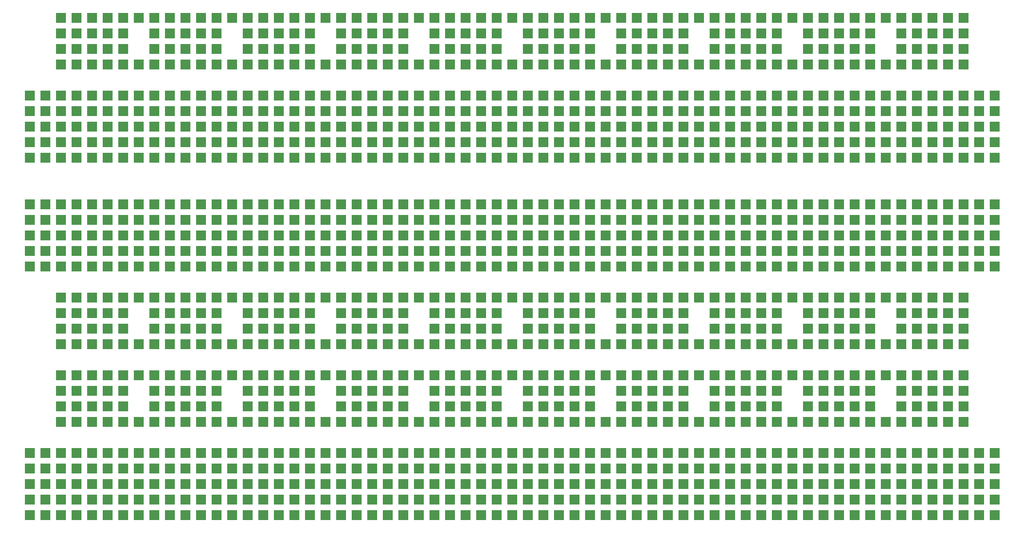
<source format=gbr>
G04 #@! TF.GenerationSoftware,KiCad,Pcbnew,(5.1.6)-1*
G04 #@! TF.CreationDate,2020-06-24T10:48:21+02:00*
G04 #@! TF.ProjectId,Perfboard,50657266-626f-4617-9264-2e6b69636164,rev?*
G04 #@! TF.SameCoordinates,Original*
G04 #@! TF.FileFunction,Soldermask,Top*
G04 #@! TF.FilePolarity,Negative*
%FSLAX46Y46*%
G04 Gerber Fmt 4.6, Leading zero omitted, Abs format (unit mm)*
G04 Created by KiCad (PCBNEW (5.1.6)-1) date 2020-06-24 10:48:21*
%MOMM*%
%LPD*%
G01*
G04 APERTURE LIST*
%ADD10C,0.100000*%
G04 APERTURE END LIST*
D10*
G36*
X153213000Y-104953000D02*
G01*
X151587000Y-104953000D01*
X151587000Y-103327000D01*
X153213000Y-103327000D01*
X153213000Y-104953000D01*
G37*
G36*
X165913000Y-104953000D02*
G01*
X164287000Y-104953000D01*
X164287000Y-103327000D01*
X165913000Y-103327000D01*
X165913000Y-104953000D01*
G37*
G36*
X181153000Y-104953000D02*
G01*
X179527000Y-104953000D01*
X179527000Y-103327000D01*
X181153000Y-103327000D01*
X181153000Y-104953000D01*
G37*
G36*
X23673000Y-104953000D02*
G01*
X22047000Y-104953000D01*
X22047000Y-103327000D01*
X23673000Y-103327000D01*
X23673000Y-104953000D01*
G37*
G36*
X26213000Y-104953000D02*
G01*
X24587000Y-104953000D01*
X24587000Y-103327000D01*
X26213000Y-103327000D01*
X26213000Y-104953000D01*
G37*
G36*
X28753000Y-104953000D02*
G01*
X27127000Y-104953000D01*
X27127000Y-103327000D01*
X28753000Y-103327000D01*
X28753000Y-104953000D01*
G37*
G36*
X31293000Y-104953000D02*
G01*
X29667000Y-104953000D01*
X29667000Y-103327000D01*
X31293000Y-103327000D01*
X31293000Y-104953000D01*
G37*
G36*
X33833000Y-104953000D02*
G01*
X32207000Y-104953000D01*
X32207000Y-103327000D01*
X33833000Y-103327000D01*
X33833000Y-104953000D01*
G37*
G36*
X178613000Y-104953000D02*
G01*
X176987000Y-104953000D01*
X176987000Y-103327000D01*
X178613000Y-103327000D01*
X178613000Y-104953000D01*
G37*
G36*
X176073000Y-104953000D02*
G01*
X174447000Y-104953000D01*
X174447000Y-103327000D01*
X176073000Y-103327000D01*
X176073000Y-104953000D01*
G37*
G36*
X170993000Y-104953000D02*
G01*
X169367000Y-104953000D01*
X169367000Y-103327000D01*
X170993000Y-103327000D01*
X170993000Y-104953000D01*
G37*
G36*
X168453000Y-104953000D02*
G01*
X166827000Y-104953000D01*
X166827000Y-103327000D01*
X168453000Y-103327000D01*
X168453000Y-104953000D01*
G37*
G36*
X163373000Y-104953000D02*
G01*
X161747000Y-104953000D01*
X161747000Y-103327000D01*
X163373000Y-103327000D01*
X163373000Y-104953000D01*
G37*
G36*
X158293000Y-104953000D02*
G01*
X156667000Y-104953000D01*
X156667000Y-103327000D01*
X158293000Y-103327000D01*
X158293000Y-104953000D01*
G37*
G36*
X160833000Y-104953000D02*
G01*
X159207000Y-104953000D01*
X159207000Y-103327000D01*
X160833000Y-103327000D01*
X160833000Y-104953000D01*
G37*
G36*
X155753000Y-104953000D02*
G01*
X154127000Y-104953000D01*
X154127000Y-103327000D01*
X155753000Y-103327000D01*
X155753000Y-104953000D01*
G37*
G36*
X84633000Y-104953000D02*
G01*
X83007000Y-104953000D01*
X83007000Y-103327000D01*
X84633000Y-103327000D01*
X84633000Y-104953000D01*
G37*
G36*
X148133000Y-104953000D02*
G01*
X146507000Y-104953000D01*
X146507000Y-103327000D01*
X148133000Y-103327000D01*
X148133000Y-104953000D01*
G37*
G36*
X150673000Y-104953000D02*
G01*
X149047000Y-104953000D01*
X149047000Y-103327000D01*
X150673000Y-103327000D01*
X150673000Y-104953000D01*
G37*
G36*
X173533000Y-104953000D02*
G01*
X171907000Y-104953000D01*
X171907000Y-103327000D01*
X173533000Y-103327000D01*
X173533000Y-104953000D01*
G37*
G36*
X145593000Y-104953000D02*
G01*
X143967000Y-104953000D01*
X143967000Y-103327000D01*
X145593000Y-103327000D01*
X145593000Y-104953000D01*
G37*
G36*
X137973000Y-104953000D02*
G01*
X136347000Y-104953000D01*
X136347000Y-103327000D01*
X137973000Y-103327000D01*
X137973000Y-104953000D01*
G37*
G36*
X140513000Y-104953000D02*
G01*
X138887000Y-104953000D01*
X138887000Y-103327000D01*
X140513000Y-103327000D01*
X140513000Y-104953000D01*
G37*
G36*
X143053000Y-104953000D02*
G01*
X141427000Y-104953000D01*
X141427000Y-103327000D01*
X143053000Y-103327000D01*
X143053000Y-104953000D01*
G37*
G36*
X135433000Y-104953000D02*
G01*
X133807000Y-104953000D01*
X133807000Y-103327000D01*
X135433000Y-103327000D01*
X135433000Y-104953000D01*
G37*
G36*
X130353000Y-104953000D02*
G01*
X128727000Y-104953000D01*
X128727000Y-103327000D01*
X130353000Y-103327000D01*
X130353000Y-104953000D01*
G37*
G36*
X127813000Y-104953000D02*
G01*
X126187000Y-104953000D01*
X126187000Y-103327000D01*
X127813000Y-103327000D01*
X127813000Y-104953000D01*
G37*
G36*
X117653000Y-104953000D02*
G01*
X116027000Y-104953000D01*
X116027000Y-103327000D01*
X117653000Y-103327000D01*
X117653000Y-104953000D01*
G37*
G36*
X120193000Y-104953000D02*
G01*
X118567000Y-104953000D01*
X118567000Y-103327000D01*
X120193000Y-103327000D01*
X120193000Y-104953000D01*
G37*
G36*
X122733000Y-104953000D02*
G01*
X121107000Y-104953000D01*
X121107000Y-103327000D01*
X122733000Y-103327000D01*
X122733000Y-104953000D01*
G37*
G36*
X132893000Y-104953000D02*
G01*
X131267000Y-104953000D01*
X131267000Y-103327000D01*
X132893000Y-103327000D01*
X132893000Y-104953000D01*
G37*
G36*
X102413000Y-104953000D02*
G01*
X100787000Y-104953000D01*
X100787000Y-103327000D01*
X102413000Y-103327000D01*
X102413000Y-104953000D01*
G37*
G36*
X38913000Y-104953000D02*
G01*
X37287000Y-104953000D01*
X37287000Y-103327000D01*
X38913000Y-103327000D01*
X38913000Y-104953000D01*
G37*
G36*
X36373000Y-104953000D02*
G01*
X34747000Y-104953000D01*
X34747000Y-103327000D01*
X36373000Y-103327000D01*
X36373000Y-104953000D01*
G37*
G36*
X92253000Y-104953000D02*
G01*
X90627000Y-104953000D01*
X90627000Y-103327000D01*
X92253000Y-103327000D01*
X92253000Y-104953000D01*
G37*
G36*
X82093000Y-104953000D02*
G01*
X80467000Y-104953000D01*
X80467000Y-103327000D01*
X82093000Y-103327000D01*
X82093000Y-104953000D01*
G37*
G36*
X79553000Y-104953000D02*
G01*
X77927000Y-104953000D01*
X77927000Y-103327000D01*
X79553000Y-103327000D01*
X79553000Y-104953000D01*
G37*
G36*
X77013000Y-104953000D02*
G01*
X75387000Y-104953000D01*
X75387000Y-103327000D01*
X77013000Y-103327000D01*
X77013000Y-104953000D01*
G37*
G36*
X87173000Y-104953000D02*
G01*
X85547000Y-104953000D01*
X85547000Y-103327000D01*
X87173000Y-103327000D01*
X87173000Y-104953000D01*
G37*
G36*
X89713000Y-104953000D02*
G01*
X88087000Y-104953000D01*
X88087000Y-103327000D01*
X89713000Y-103327000D01*
X89713000Y-104953000D01*
G37*
G36*
X94793000Y-104953000D02*
G01*
X93167000Y-104953000D01*
X93167000Y-103327000D01*
X94793000Y-103327000D01*
X94793000Y-104953000D01*
G37*
G36*
X74473000Y-104953000D02*
G01*
X72847000Y-104953000D01*
X72847000Y-103327000D01*
X74473000Y-103327000D01*
X74473000Y-104953000D01*
G37*
G36*
X99873000Y-104953000D02*
G01*
X98247000Y-104953000D01*
X98247000Y-103327000D01*
X99873000Y-103327000D01*
X99873000Y-104953000D01*
G37*
G36*
X97333000Y-104953000D02*
G01*
X95707000Y-104953000D01*
X95707000Y-103327000D01*
X97333000Y-103327000D01*
X97333000Y-104953000D01*
G37*
G36*
X104953000Y-104953000D02*
G01*
X103327000Y-104953000D01*
X103327000Y-103327000D01*
X104953000Y-103327000D01*
X104953000Y-104953000D01*
G37*
G36*
X107493000Y-104953000D02*
G01*
X105867000Y-104953000D01*
X105867000Y-103327000D01*
X107493000Y-103327000D01*
X107493000Y-104953000D01*
G37*
G36*
X110033000Y-104953000D02*
G01*
X108407000Y-104953000D01*
X108407000Y-103327000D01*
X110033000Y-103327000D01*
X110033000Y-104953000D01*
G37*
G36*
X112573000Y-104953000D02*
G01*
X110947000Y-104953000D01*
X110947000Y-103327000D01*
X112573000Y-103327000D01*
X112573000Y-104953000D01*
G37*
G36*
X125273000Y-104953000D02*
G01*
X123647000Y-104953000D01*
X123647000Y-103327000D01*
X125273000Y-103327000D01*
X125273000Y-104953000D01*
G37*
G36*
X115113000Y-104953000D02*
G01*
X113487000Y-104953000D01*
X113487000Y-103327000D01*
X115113000Y-103327000D01*
X115113000Y-104953000D01*
G37*
G36*
X41453000Y-104953000D02*
G01*
X39827000Y-104953000D01*
X39827000Y-103327000D01*
X41453000Y-103327000D01*
X41453000Y-104953000D01*
G37*
G36*
X43993000Y-104953000D02*
G01*
X42367000Y-104953000D01*
X42367000Y-103327000D01*
X43993000Y-103327000D01*
X43993000Y-104953000D01*
G37*
G36*
X46533000Y-104953000D02*
G01*
X44907000Y-104953000D01*
X44907000Y-103327000D01*
X46533000Y-103327000D01*
X46533000Y-104953000D01*
G37*
G36*
X49073000Y-104953000D02*
G01*
X47447000Y-104953000D01*
X47447000Y-103327000D01*
X49073000Y-103327000D01*
X49073000Y-104953000D01*
G37*
G36*
X51613000Y-104953000D02*
G01*
X49987000Y-104953000D01*
X49987000Y-103327000D01*
X51613000Y-103327000D01*
X51613000Y-104953000D01*
G37*
G36*
X54153000Y-104953000D02*
G01*
X52527000Y-104953000D01*
X52527000Y-103327000D01*
X54153000Y-103327000D01*
X54153000Y-104953000D01*
G37*
G36*
X61773000Y-104953000D02*
G01*
X60147000Y-104953000D01*
X60147000Y-103327000D01*
X61773000Y-103327000D01*
X61773000Y-104953000D01*
G37*
G36*
X59233000Y-104953000D02*
G01*
X57607000Y-104953000D01*
X57607000Y-103327000D01*
X59233000Y-103327000D01*
X59233000Y-104953000D01*
G37*
G36*
X56693000Y-104953000D02*
G01*
X55067000Y-104953000D01*
X55067000Y-103327000D01*
X56693000Y-103327000D01*
X56693000Y-104953000D01*
G37*
G36*
X64313000Y-104953000D02*
G01*
X62687000Y-104953000D01*
X62687000Y-103327000D01*
X64313000Y-103327000D01*
X64313000Y-104953000D01*
G37*
G36*
X66853000Y-104953000D02*
G01*
X65227000Y-104953000D01*
X65227000Y-103327000D01*
X66853000Y-103327000D01*
X66853000Y-104953000D01*
G37*
G36*
X69393000Y-104953000D02*
G01*
X67767000Y-104953000D01*
X67767000Y-103327000D01*
X69393000Y-103327000D01*
X69393000Y-104953000D01*
G37*
G36*
X71933000Y-104953000D02*
G01*
X70307000Y-104953000D01*
X70307000Y-103327000D01*
X71933000Y-103327000D01*
X71933000Y-104953000D01*
G37*
G36*
X153213000Y-102413000D02*
G01*
X151587000Y-102413000D01*
X151587000Y-100787000D01*
X153213000Y-100787000D01*
X153213000Y-102413000D01*
G37*
G36*
X54153000Y-102413000D02*
G01*
X52527000Y-102413000D01*
X52527000Y-100787000D01*
X54153000Y-100787000D01*
X54153000Y-102413000D01*
G37*
G36*
X51613000Y-102413000D02*
G01*
X49987000Y-102413000D01*
X49987000Y-100787000D01*
X51613000Y-100787000D01*
X51613000Y-102413000D01*
G37*
G36*
X140513000Y-102413000D02*
G01*
X138887000Y-102413000D01*
X138887000Y-100787000D01*
X140513000Y-100787000D01*
X140513000Y-102413000D01*
G37*
G36*
X125273000Y-102413000D02*
G01*
X123647000Y-102413000D01*
X123647000Y-100787000D01*
X125273000Y-100787000D01*
X125273000Y-102413000D01*
G37*
G36*
X115113000Y-102413000D02*
G01*
X113487000Y-102413000D01*
X113487000Y-100787000D01*
X115113000Y-100787000D01*
X115113000Y-102413000D01*
G37*
G36*
X143053000Y-102413000D02*
G01*
X141427000Y-102413000D01*
X141427000Y-100787000D01*
X143053000Y-100787000D01*
X143053000Y-102413000D01*
G37*
G36*
X112573000Y-102413000D02*
G01*
X110947000Y-102413000D01*
X110947000Y-100787000D01*
X112573000Y-100787000D01*
X112573000Y-102413000D01*
G37*
G36*
X110033000Y-102413000D02*
G01*
X108407000Y-102413000D01*
X108407000Y-100787000D01*
X110033000Y-100787000D01*
X110033000Y-102413000D01*
G37*
G36*
X107493000Y-102413000D02*
G01*
X105867000Y-102413000D01*
X105867000Y-100787000D01*
X107493000Y-100787000D01*
X107493000Y-102413000D01*
G37*
G36*
X132893000Y-102413000D02*
G01*
X131267000Y-102413000D01*
X131267000Y-100787000D01*
X132893000Y-100787000D01*
X132893000Y-102413000D01*
G37*
G36*
X104953000Y-102413000D02*
G01*
X103327000Y-102413000D01*
X103327000Y-100787000D01*
X104953000Y-100787000D01*
X104953000Y-102413000D01*
G37*
G36*
X117653000Y-102413000D02*
G01*
X116027000Y-102413000D01*
X116027000Y-100787000D01*
X117653000Y-100787000D01*
X117653000Y-102413000D01*
G37*
G36*
X77013000Y-102413000D02*
G01*
X75387000Y-102413000D01*
X75387000Y-100787000D01*
X77013000Y-100787000D01*
X77013000Y-102413000D01*
G37*
G36*
X97333000Y-102413000D02*
G01*
X95707000Y-102413000D01*
X95707000Y-100787000D01*
X97333000Y-100787000D01*
X97333000Y-102413000D01*
G37*
G36*
X148133000Y-102413000D02*
G01*
X146507000Y-102413000D01*
X146507000Y-100787000D01*
X148133000Y-100787000D01*
X148133000Y-102413000D01*
G37*
G36*
X61773000Y-102413000D02*
G01*
X60147000Y-102413000D01*
X60147000Y-100787000D01*
X61773000Y-100787000D01*
X61773000Y-102413000D01*
G37*
G36*
X59233000Y-102413000D02*
G01*
X57607000Y-102413000D01*
X57607000Y-100787000D01*
X59233000Y-100787000D01*
X59233000Y-102413000D01*
G37*
G36*
X64313000Y-102413000D02*
G01*
X62687000Y-102413000D01*
X62687000Y-100787000D01*
X64313000Y-100787000D01*
X64313000Y-102413000D01*
G37*
G36*
X145593000Y-102413000D02*
G01*
X143967000Y-102413000D01*
X143967000Y-100787000D01*
X145593000Y-100787000D01*
X145593000Y-102413000D01*
G37*
G36*
X49073000Y-102413000D02*
G01*
X47447000Y-102413000D01*
X47447000Y-100787000D01*
X49073000Y-100787000D01*
X49073000Y-102413000D01*
G37*
G36*
X69393000Y-102413000D02*
G01*
X67767000Y-102413000D01*
X67767000Y-100787000D01*
X69393000Y-100787000D01*
X69393000Y-102413000D01*
G37*
G36*
X71933000Y-102413000D02*
G01*
X70307000Y-102413000D01*
X70307000Y-100787000D01*
X71933000Y-100787000D01*
X71933000Y-102413000D01*
G37*
G36*
X74473000Y-102413000D02*
G01*
X72847000Y-102413000D01*
X72847000Y-100787000D01*
X74473000Y-100787000D01*
X74473000Y-102413000D01*
G37*
G36*
X84633000Y-102413000D02*
G01*
X83007000Y-102413000D01*
X83007000Y-100787000D01*
X84633000Y-100787000D01*
X84633000Y-102413000D01*
G37*
G36*
X137973000Y-102413000D02*
G01*
X136347000Y-102413000D01*
X136347000Y-100787000D01*
X137973000Y-100787000D01*
X137973000Y-102413000D01*
G37*
G36*
X135433000Y-102413000D02*
G01*
X133807000Y-102413000D01*
X133807000Y-100787000D01*
X135433000Y-100787000D01*
X135433000Y-102413000D01*
G37*
G36*
X102413000Y-102413000D02*
G01*
X100787000Y-102413000D01*
X100787000Y-100787000D01*
X102413000Y-100787000D01*
X102413000Y-102413000D01*
G37*
G36*
X92253000Y-102413000D02*
G01*
X90627000Y-102413000D01*
X90627000Y-100787000D01*
X92253000Y-100787000D01*
X92253000Y-102413000D01*
G37*
G36*
X23673000Y-102413000D02*
G01*
X22047000Y-102413000D01*
X22047000Y-100787000D01*
X23673000Y-100787000D01*
X23673000Y-102413000D01*
G37*
G36*
X56693000Y-102413000D02*
G01*
X55067000Y-102413000D01*
X55067000Y-100787000D01*
X56693000Y-100787000D01*
X56693000Y-102413000D01*
G37*
G36*
X46533000Y-102413000D02*
G01*
X44907000Y-102413000D01*
X44907000Y-100787000D01*
X46533000Y-100787000D01*
X46533000Y-102413000D01*
G37*
G36*
X163373000Y-102413000D02*
G01*
X161747000Y-102413000D01*
X161747000Y-100787000D01*
X163373000Y-100787000D01*
X163373000Y-102413000D01*
G37*
G36*
X38913000Y-102413000D02*
G01*
X37287000Y-102413000D01*
X37287000Y-100787000D01*
X38913000Y-100787000D01*
X38913000Y-102413000D01*
G37*
G36*
X36373000Y-102413000D02*
G01*
X34747000Y-102413000D01*
X34747000Y-100787000D01*
X36373000Y-100787000D01*
X36373000Y-102413000D01*
G37*
G36*
X150673000Y-102413000D02*
G01*
X149047000Y-102413000D01*
X149047000Y-100787000D01*
X150673000Y-100787000D01*
X150673000Y-102413000D01*
G37*
G36*
X155753000Y-102413000D02*
G01*
X154127000Y-102413000D01*
X154127000Y-100787000D01*
X155753000Y-100787000D01*
X155753000Y-102413000D01*
G37*
G36*
X33833000Y-102413000D02*
G01*
X32207000Y-102413000D01*
X32207000Y-100787000D01*
X33833000Y-100787000D01*
X33833000Y-102413000D01*
G37*
G36*
X178613000Y-102413000D02*
G01*
X176987000Y-102413000D01*
X176987000Y-100787000D01*
X178613000Y-100787000D01*
X178613000Y-102413000D01*
G37*
G36*
X41453000Y-102413000D02*
G01*
X39827000Y-102413000D01*
X39827000Y-100787000D01*
X41453000Y-100787000D01*
X41453000Y-102413000D01*
G37*
G36*
X94793000Y-102413000D02*
G01*
X93167000Y-102413000D01*
X93167000Y-100787000D01*
X94793000Y-100787000D01*
X94793000Y-102413000D01*
G37*
G36*
X66853000Y-102413000D02*
G01*
X65227000Y-102413000D01*
X65227000Y-100787000D01*
X66853000Y-100787000D01*
X66853000Y-102413000D01*
G37*
G36*
X26213000Y-102413000D02*
G01*
X24587000Y-102413000D01*
X24587000Y-100787000D01*
X26213000Y-100787000D01*
X26213000Y-102413000D01*
G37*
G36*
X43993000Y-102413000D02*
G01*
X42367000Y-102413000D01*
X42367000Y-100787000D01*
X43993000Y-100787000D01*
X43993000Y-102413000D01*
G37*
G36*
X165913000Y-102413000D02*
G01*
X164287000Y-102413000D01*
X164287000Y-100787000D01*
X165913000Y-100787000D01*
X165913000Y-102413000D01*
G37*
G36*
X31293000Y-102413000D02*
G01*
X29667000Y-102413000D01*
X29667000Y-100787000D01*
X31293000Y-100787000D01*
X31293000Y-102413000D01*
G37*
G36*
X181153000Y-102413000D02*
G01*
X179527000Y-102413000D01*
X179527000Y-100787000D01*
X181153000Y-100787000D01*
X181153000Y-102413000D01*
G37*
G36*
X122733000Y-102413000D02*
G01*
X121107000Y-102413000D01*
X121107000Y-100787000D01*
X122733000Y-100787000D01*
X122733000Y-102413000D01*
G37*
G36*
X170993000Y-102413000D02*
G01*
X169367000Y-102413000D01*
X169367000Y-100787000D01*
X170993000Y-100787000D01*
X170993000Y-102413000D01*
G37*
G36*
X28753000Y-102413000D02*
G01*
X27127000Y-102413000D01*
X27127000Y-100787000D01*
X28753000Y-100787000D01*
X28753000Y-102413000D01*
G37*
G36*
X127813000Y-102413000D02*
G01*
X126187000Y-102413000D01*
X126187000Y-100787000D01*
X127813000Y-100787000D01*
X127813000Y-102413000D01*
G37*
G36*
X130353000Y-102413000D02*
G01*
X128727000Y-102413000D01*
X128727000Y-100787000D01*
X130353000Y-100787000D01*
X130353000Y-102413000D01*
G37*
G36*
X79553000Y-102413000D02*
G01*
X77927000Y-102413000D01*
X77927000Y-100787000D01*
X79553000Y-100787000D01*
X79553000Y-102413000D01*
G37*
G36*
X120193000Y-102413000D02*
G01*
X118567000Y-102413000D01*
X118567000Y-100787000D01*
X120193000Y-100787000D01*
X120193000Y-102413000D01*
G37*
G36*
X89713000Y-102413000D02*
G01*
X88087000Y-102413000D01*
X88087000Y-100787000D01*
X89713000Y-100787000D01*
X89713000Y-102413000D01*
G37*
G36*
X87173000Y-102413000D02*
G01*
X85547000Y-102413000D01*
X85547000Y-100787000D01*
X87173000Y-100787000D01*
X87173000Y-102413000D01*
G37*
G36*
X99873000Y-102413000D02*
G01*
X98247000Y-102413000D01*
X98247000Y-100787000D01*
X99873000Y-100787000D01*
X99873000Y-102413000D01*
G37*
G36*
X173533000Y-102413000D02*
G01*
X171907000Y-102413000D01*
X171907000Y-100787000D01*
X173533000Y-100787000D01*
X173533000Y-102413000D01*
G37*
G36*
X168453000Y-102413000D02*
G01*
X166827000Y-102413000D01*
X166827000Y-100787000D01*
X168453000Y-100787000D01*
X168453000Y-102413000D01*
G37*
G36*
X176073000Y-102413000D02*
G01*
X174447000Y-102413000D01*
X174447000Y-100787000D01*
X176073000Y-100787000D01*
X176073000Y-102413000D01*
G37*
G36*
X158293000Y-102413000D02*
G01*
X156667000Y-102413000D01*
X156667000Y-100787000D01*
X158293000Y-100787000D01*
X158293000Y-102413000D01*
G37*
G36*
X160833000Y-102413000D02*
G01*
X159207000Y-102413000D01*
X159207000Y-100787000D01*
X160833000Y-100787000D01*
X160833000Y-102413000D01*
G37*
G36*
X82093000Y-102413000D02*
G01*
X80467000Y-102413000D01*
X80467000Y-100787000D01*
X82093000Y-100787000D01*
X82093000Y-102413000D01*
G37*
G36*
X155753000Y-99873000D02*
G01*
X154127000Y-99873000D01*
X154127000Y-98247000D01*
X155753000Y-98247000D01*
X155753000Y-99873000D01*
G37*
G36*
X160833000Y-99873000D02*
G01*
X159207000Y-99873000D01*
X159207000Y-98247000D01*
X160833000Y-98247000D01*
X160833000Y-99873000D01*
G37*
G36*
X36373000Y-99873000D02*
G01*
X34747000Y-99873000D01*
X34747000Y-98247000D01*
X36373000Y-98247000D01*
X36373000Y-99873000D01*
G37*
G36*
X28753000Y-99873000D02*
G01*
X27127000Y-99873000D01*
X27127000Y-98247000D01*
X28753000Y-98247000D01*
X28753000Y-99873000D01*
G37*
G36*
X143053000Y-99873000D02*
G01*
X141427000Y-99873000D01*
X141427000Y-98247000D01*
X143053000Y-98247000D01*
X143053000Y-99873000D01*
G37*
G36*
X92253000Y-99873000D02*
G01*
X90627000Y-99873000D01*
X90627000Y-98247000D01*
X92253000Y-98247000D01*
X92253000Y-99873000D01*
G37*
G36*
X135433000Y-99873000D02*
G01*
X133807000Y-99873000D01*
X133807000Y-98247000D01*
X135433000Y-98247000D01*
X135433000Y-99873000D01*
G37*
G36*
X99873000Y-99873000D02*
G01*
X98247000Y-99873000D01*
X98247000Y-98247000D01*
X99873000Y-98247000D01*
X99873000Y-99873000D01*
G37*
G36*
X82093000Y-99873000D02*
G01*
X80467000Y-99873000D01*
X80467000Y-98247000D01*
X82093000Y-98247000D01*
X82093000Y-99873000D01*
G37*
G36*
X137973000Y-99873000D02*
G01*
X136347000Y-99873000D01*
X136347000Y-98247000D01*
X137973000Y-98247000D01*
X137973000Y-99873000D01*
G37*
G36*
X87173000Y-99873000D02*
G01*
X85547000Y-99873000D01*
X85547000Y-98247000D01*
X87173000Y-98247000D01*
X87173000Y-99873000D01*
G37*
G36*
X69393000Y-99873000D02*
G01*
X67767000Y-99873000D01*
X67767000Y-98247000D01*
X69393000Y-98247000D01*
X69393000Y-99873000D01*
G37*
G36*
X97333000Y-99873000D02*
G01*
X95707000Y-99873000D01*
X95707000Y-98247000D01*
X97333000Y-98247000D01*
X97333000Y-99873000D01*
G37*
G36*
X94793000Y-99873000D02*
G01*
X93167000Y-99873000D01*
X93167000Y-98247000D01*
X94793000Y-98247000D01*
X94793000Y-99873000D01*
G37*
G36*
X125273000Y-99873000D02*
G01*
X123647000Y-99873000D01*
X123647000Y-98247000D01*
X125273000Y-98247000D01*
X125273000Y-99873000D01*
G37*
G36*
X89713000Y-99873000D02*
G01*
X88087000Y-99873000D01*
X88087000Y-98247000D01*
X89713000Y-98247000D01*
X89713000Y-99873000D01*
G37*
G36*
X31293000Y-99873000D02*
G01*
X29667000Y-99873000D01*
X29667000Y-98247000D01*
X31293000Y-98247000D01*
X31293000Y-99873000D01*
G37*
G36*
X153213000Y-99873000D02*
G01*
X151587000Y-99873000D01*
X151587000Y-98247000D01*
X153213000Y-98247000D01*
X153213000Y-99873000D01*
G37*
G36*
X46533000Y-99873000D02*
G01*
X44907000Y-99873000D01*
X44907000Y-98247000D01*
X46533000Y-98247000D01*
X46533000Y-99873000D01*
G37*
G36*
X26213000Y-99873000D02*
G01*
X24587000Y-99873000D01*
X24587000Y-98247000D01*
X26213000Y-98247000D01*
X26213000Y-99873000D01*
G37*
G36*
X33833000Y-99873000D02*
G01*
X32207000Y-99873000D01*
X32207000Y-98247000D01*
X33833000Y-98247000D01*
X33833000Y-99873000D01*
G37*
G36*
X54153000Y-99873000D02*
G01*
X52527000Y-99873000D01*
X52527000Y-98247000D01*
X54153000Y-98247000D01*
X54153000Y-99873000D01*
G37*
G36*
X51613000Y-99873000D02*
G01*
X49987000Y-99873000D01*
X49987000Y-98247000D01*
X51613000Y-98247000D01*
X51613000Y-99873000D01*
G37*
G36*
X56693000Y-99873000D02*
G01*
X55067000Y-99873000D01*
X55067000Y-98247000D01*
X56693000Y-98247000D01*
X56693000Y-99873000D01*
G37*
G36*
X59233000Y-99873000D02*
G01*
X57607000Y-99873000D01*
X57607000Y-98247000D01*
X59233000Y-98247000D01*
X59233000Y-99873000D01*
G37*
G36*
X61773000Y-99873000D02*
G01*
X60147000Y-99873000D01*
X60147000Y-98247000D01*
X61773000Y-98247000D01*
X61773000Y-99873000D01*
G37*
G36*
X49073000Y-99873000D02*
G01*
X47447000Y-99873000D01*
X47447000Y-98247000D01*
X49073000Y-98247000D01*
X49073000Y-99873000D01*
G37*
G36*
X38913000Y-99873000D02*
G01*
X37287000Y-99873000D01*
X37287000Y-98247000D01*
X38913000Y-98247000D01*
X38913000Y-99873000D01*
G37*
G36*
X23673000Y-99873000D02*
G01*
X22047000Y-99873000D01*
X22047000Y-98247000D01*
X23673000Y-98247000D01*
X23673000Y-99873000D01*
G37*
G36*
X41453000Y-99873000D02*
G01*
X39827000Y-99873000D01*
X39827000Y-98247000D01*
X41453000Y-98247000D01*
X41453000Y-99873000D01*
G37*
G36*
X158293000Y-99873000D02*
G01*
X156667000Y-99873000D01*
X156667000Y-98247000D01*
X158293000Y-98247000D01*
X158293000Y-99873000D01*
G37*
G36*
X43993000Y-99873000D02*
G01*
X42367000Y-99873000D01*
X42367000Y-98247000D01*
X43993000Y-98247000D01*
X43993000Y-99873000D01*
G37*
G36*
X110033000Y-99873000D02*
G01*
X108407000Y-99873000D01*
X108407000Y-98247000D01*
X110033000Y-98247000D01*
X110033000Y-99873000D01*
G37*
G36*
X107493000Y-99873000D02*
G01*
X105867000Y-99873000D01*
X105867000Y-98247000D01*
X107493000Y-98247000D01*
X107493000Y-99873000D01*
G37*
G36*
X148133000Y-99873000D02*
G01*
X146507000Y-99873000D01*
X146507000Y-98247000D01*
X148133000Y-98247000D01*
X148133000Y-99873000D01*
G37*
G36*
X165913000Y-99873000D02*
G01*
X164287000Y-99873000D01*
X164287000Y-98247000D01*
X165913000Y-98247000D01*
X165913000Y-99873000D01*
G37*
G36*
X163373000Y-99873000D02*
G01*
X161747000Y-99873000D01*
X161747000Y-98247000D01*
X163373000Y-98247000D01*
X163373000Y-99873000D01*
G37*
G36*
X145593000Y-99873000D02*
G01*
X143967000Y-99873000D01*
X143967000Y-98247000D01*
X145593000Y-98247000D01*
X145593000Y-99873000D01*
G37*
G36*
X66853000Y-99873000D02*
G01*
X65227000Y-99873000D01*
X65227000Y-98247000D01*
X66853000Y-98247000D01*
X66853000Y-99873000D01*
G37*
G36*
X74473000Y-99873000D02*
G01*
X72847000Y-99873000D01*
X72847000Y-98247000D01*
X74473000Y-98247000D01*
X74473000Y-99873000D01*
G37*
G36*
X79553000Y-99873000D02*
G01*
X77927000Y-99873000D01*
X77927000Y-98247000D01*
X79553000Y-98247000D01*
X79553000Y-99873000D01*
G37*
G36*
X77013000Y-99873000D02*
G01*
X75387000Y-99873000D01*
X75387000Y-98247000D01*
X77013000Y-98247000D01*
X77013000Y-99873000D01*
G37*
G36*
X64313000Y-99873000D02*
G01*
X62687000Y-99873000D01*
X62687000Y-98247000D01*
X64313000Y-98247000D01*
X64313000Y-99873000D01*
G37*
G36*
X168453000Y-99873000D02*
G01*
X166827000Y-99873000D01*
X166827000Y-98247000D01*
X168453000Y-98247000D01*
X168453000Y-99873000D01*
G37*
G36*
X170993000Y-99873000D02*
G01*
X169367000Y-99873000D01*
X169367000Y-98247000D01*
X170993000Y-98247000D01*
X170993000Y-99873000D01*
G37*
G36*
X150673000Y-99873000D02*
G01*
X149047000Y-99873000D01*
X149047000Y-98247000D01*
X150673000Y-98247000D01*
X150673000Y-99873000D01*
G37*
G36*
X173533000Y-99873000D02*
G01*
X171907000Y-99873000D01*
X171907000Y-98247000D01*
X173533000Y-98247000D01*
X173533000Y-99873000D01*
G37*
G36*
X176073000Y-99873000D02*
G01*
X174447000Y-99873000D01*
X174447000Y-98247000D01*
X176073000Y-98247000D01*
X176073000Y-99873000D01*
G37*
G36*
X84633000Y-99873000D02*
G01*
X83007000Y-99873000D01*
X83007000Y-98247000D01*
X84633000Y-98247000D01*
X84633000Y-99873000D01*
G37*
G36*
X181153000Y-99873000D02*
G01*
X179527000Y-99873000D01*
X179527000Y-98247000D01*
X181153000Y-98247000D01*
X181153000Y-99873000D01*
G37*
G36*
X127813000Y-99873000D02*
G01*
X126187000Y-99873000D01*
X126187000Y-98247000D01*
X127813000Y-98247000D01*
X127813000Y-99873000D01*
G37*
G36*
X104953000Y-99873000D02*
G01*
X103327000Y-99873000D01*
X103327000Y-98247000D01*
X104953000Y-98247000D01*
X104953000Y-99873000D01*
G37*
G36*
X112573000Y-99873000D02*
G01*
X110947000Y-99873000D01*
X110947000Y-98247000D01*
X112573000Y-98247000D01*
X112573000Y-99873000D01*
G37*
G36*
X122733000Y-99873000D02*
G01*
X121107000Y-99873000D01*
X121107000Y-98247000D01*
X122733000Y-98247000D01*
X122733000Y-99873000D01*
G37*
G36*
X117653000Y-99873000D02*
G01*
X116027000Y-99873000D01*
X116027000Y-98247000D01*
X117653000Y-98247000D01*
X117653000Y-99873000D01*
G37*
G36*
X140513000Y-99873000D02*
G01*
X138887000Y-99873000D01*
X138887000Y-98247000D01*
X140513000Y-98247000D01*
X140513000Y-99873000D01*
G37*
G36*
X120193000Y-99873000D02*
G01*
X118567000Y-99873000D01*
X118567000Y-98247000D01*
X120193000Y-98247000D01*
X120193000Y-99873000D01*
G37*
G36*
X115113000Y-99873000D02*
G01*
X113487000Y-99873000D01*
X113487000Y-98247000D01*
X115113000Y-98247000D01*
X115113000Y-99873000D01*
G37*
G36*
X132893000Y-99873000D02*
G01*
X131267000Y-99873000D01*
X131267000Y-98247000D01*
X132893000Y-98247000D01*
X132893000Y-99873000D01*
G37*
G36*
X130353000Y-99873000D02*
G01*
X128727000Y-99873000D01*
X128727000Y-98247000D01*
X130353000Y-98247000D01*
X130353000Y-99873000D01*
G37*
G36*
X102413000Y-99873000D02*
G01*
X100787000Y-99873000D01*
X100787000Y-98247000D01*
X102413000Y-98247000D01*
X102413000Y-99873000D01*
G37*
G36*
X71933000Y-99873000D02*
G01*
X70307000Y-99873000D01*
X70307000Y-98247000D01*
X71933000Y-98247000D01*
X71933000Y-99873000D01*
G37*
G36*
X178613000Y-99873000D02*
G01*
X176987000Y-99873000D01*
X176987000Y-98247000D01*
X178613000Y-98247000D01*
X178613000Y-99873000D01*
G37*
G36*
X49073000Y-97333000D02*
G01*
X47447000Y-97333000D01*
X47447000Y-95707000D01*
X49073000Y-95707000D01*
X49073000Y-97333000D01*
G37*
G36*
X94793000Y-97333000D02*
G01*
X93167000Y-97333000D01*
X93167000Y-95707000D01*
X94793000Y-95707000D01*
X94793000Y-97333000D01*
G37*
G36*
X92253000Y-97333000D02*
G01*
X90627000Y-97333000D01*
X90627000Y-95707000D01*
X92253000Y-95707000D01*
X92253000Y-97333000D01*
G37*
G36*
X89713000Y-97333000D02*
G01*
X88087000Y-97333000D01*
X88087000Y-95707000D01*
X89713000Y-95707000D01*
X89713000Y-97333000D01*
G37*
G36*
X87173000Y-97333000D02*
G01*
X85547000Y-97333000D01*
X85547000Y-95707000D01*
X87173000Y-95707000D01*
X87173000Y-97333000D01*
G37*
G36*
X84633000Y-97333000D02*
G01*
X83007000Y-97333000D01*
X83007000Y-95707000D01*
X84633000Y-95707000D01*
X84633000Y-97333000D01*
G37*
G36*
X82093000Y-97333000D02*
G01*
X80467000Y-97333000D01*
X80467000Y-95707000D01*
X82093000Y-95707000D01*
X82093000Y-97333000D01*
G37*
G36*
X79553000Y-97333000D02*
G01*
X77927000Y-97333000D01*
X77927000Y-95707000D01*
X79553000Y-95707000D01*
X79553000Y-97333000D01*
G37*
G36*
X54153000Y-97333000D02*
G01*
X52527000Y-97333000D01*
X52527000Y-95707000D01*
X54153000Y-95707000D01*
X54153000Y-97333000D01*
G37*
G36*
X74473000Y-97333000D02*
G01*
X72847000Y-97333000D01*
X72847000Y-95707000D01*
X74473000Y-95707000D01*
X74473000Y-97333000D01*
G37*
G36*
X69393000Y-97333000D02*
G01*
X67767000Y-97333000D01*
X67767000Y-95707000D01*
X69393000Y-95707000D01*
X69393000Y-97333000D01*
G37*
G36*
X66853000Y-97333000D02*
G01*
X65227000Y-97333000D01*
X65227000Y-95707000D01*
X66853000Y-95707000D01*
X66853000Y-97333000D01*
G37*
G36*
X64313000Y-97333000D02*
G01*
X62687000Y-97333000D01*
X62687000Y-95707000D01*
X64313000Y-95707000D01*
X64313000Y-97333000D01*
G37*
G36*
X61773000Y-97333000D02*
G01*
X60147000Y-97333000D01*
X60147000Y-95707000D01*
X61773000Y-95707000D01*
X61773000Y-97333000D01*
G37*
G36*
X59233000Y-97333000D02*
G01*
X57607000Y-97333000D01*
X57607000Y-95707000D01*
X59233000Y-95707000D01*
X59233000Y-97333000D01*
G37*
G36*
X56693000Y-97333000D02*
G01*
X55067000Y-97333000D01*
X55067000Y-95707000D01*
X56693000Y-95707000D01*
X56693000Y-97333000D01*
G37*
G36*
X46533000Y-97333000D02*
G01*
X44907000Y-97333000D01*
X44907000Y-95707000D01*
X46533000Y-95707000D01*
X46533000Y-97333000D01*
G37*
G36*
X43993000Y-97333000D02*
G01*
X42367000Y-97333000D01*
X42367000Y-95707000D01*
X43993000Y-95707000D01*
X43993000Y-97333000D01*
G37*
G36*
X41453000Y-97333000D02*
G01*
X39827000Y-97333000D01*
X39827000Y-95707000D01*
X41453000Y-95707000D01*
X41453000Y-97333000D01*
G37*
G36*
X97333000Y-97333000D02*
G01*
X95707000Y-97333000D01*
X95707000Y-95707000D01*
X97333000Y-95707000D01*
X97333000Y-97333000D01*
G37*
G36*
X51613000Y-97333000D02*
G01*
X49987000Y-97333000D01*
X49987000Y-95707000D01*
X51613000Y-95707000D01*
X51613000Y-97333000D01*
G37*
G36*
X120193000Y-97333000D02*
G01*
X118567000Y-97333000D01*
X118567000Y-95707000D01*
X120193000Y-95707000D01*
X120193000Y-97333000D01*
G37*
G36*
X99873000Y-97333000D02*
G01*
X98247000Y-97333000D01*
X98247000Y-95707000D01*
X99873000Y-95707000D01*
X99873000Y-97333000D01*
G37*
G36*
X102413000Y-97333000D02*
G01*
X100787000Y-97333000D01*
X100787000Y-95707000D01*
X102413000Y-95707000D01*
X102413000Y-97333000D01*
G37*
G36*
X104953000Y-97333000D02*
G01*
X103327000Y-97333000D01*
X103327000Y-95707000D01*
X104953000Y-95707000D01*
X104953000Y-97333000D01*
G37*
G36*
X107493000Y-97333000D02*
G01*
X105867000Y-97333000D01*
X105867000Y-95707000D01*
X107493000Y-95707000D01*
X107493000Y-97333000D01*
G37*
G36*
X110033000Y-97333000D02*
G01*
X108407000Y-97333000D01*
X108407000Y-95707000D01*
X110033000Y-95707000D01*
X110033000Y-97333000D01*
G37*
G36*
X112573000Y-97333000D02*
G01*
X110947000Y-97333000D01*
X110947000Y-95707000D01*
X112573000Y-95707000D01*
X112573000Y-97333000D01*
G37*
G36*
X115113000Y-97333000D02*
G01*
X113487000Y-97333000D01*
X113487000Y-95707000D01*
X115113000Y-95707000D01*
X115113000Y-97333000D01*
G37*
G36*
X127813000Y-97333000D02*
G01*
X126187000Y-97333000D01*
X126187000Y-95707000D01*
X127813000Y-95707000D01*
X127813000Y-97333000D01*
G37*
G36*
X132893000Y-97333000D02*
G01*
X131267000Y-97333000D01*
X131267000Y-95707000D01*
X132893000Y-95707000D01*
X132893000Y-97333000D01*
G37*
G36*
X148133000Y-97333000D02*
G01*
X146507000Y-97333000D01*
X146507000Y-95707000D01*
X148133000Y-95707000D01*
X148133000Y-97333000D01*
G37*
G36*
X38913000Y-97333000D02*
G01*
X37287000Y-97333000D01*
X37287000Y-95707000D01*
X38913000Y-95707000D01*
X38913000Y-97333000D01*
G37*
G36*
X77013000Y-97333000D02*
G01*
X75387000Y-97333000D01*
X75387000Y-95707000D01*
X77013000Y-95707000D01*
X77013000Y-97333000D01*
G37*
G36*
X117653000Y-97333000D02*
G01*
X116027000Y-97333000D01*
X116027000Y-95707000D01*
X117653000Y-95707000D01*
X117653000Y-97333000D01*
G37*
G36*
X33833000Y-97333000D02*
G01*
X32207000Y-97333000D01*
X32207000Y-95707000D01*
X33833000Y-95707000D01*
X33833000Y-97333000D01*
G37*
G36*
X125273000Y-97333000D02*
G01*
X123647000Y-97333000D01*
X123647000Y-95707000D01*
X125273000Y-95707000D01*
X125273000Y-97333000D01*
G37*
G36*
X28753000Y-97333000D02*
G01*
X27127000Y-97333000D01*
X27127000Y-95707000D01*
X28753000Y-95707000D01*
X28753000Y-97333000D01*
G37*
G36*
X23673000Y-97333000D02*
G01*
X22047000Y-97333000D01*
X22047000Y-95707000D01*
X23673000Y-95707000D01*
X23673000Y-97333000D01*
G37*
G36*
X130353000Y-97333000D02*
G01*
X128727000Y-97333000D01*
X128727000Y-95707000D01*
X130353000Y-95707000D01*
X130353000Y-97333000D01*
G37*
G36*
X71933000Y-97333000D02*
G01*
X70307000Y-97333000D01*
X70307000Y-95707000D01*
X71933000Y-95707000D01*
X71933000Y-97333000D01*
G37*
G36*
X26213000Y-97333000D02*
G01*
X24587000Y-97333000D01*
X24587000Y-95707000D01*
X26213000Y-95707000D01*
X26213000Y-97333000D01*
G37*
G36*
X135433000Y-97333000D02*
G01*
X133807000Y-97333000D01*
X133807000Y-95707000D01*
X135433000Y-95707000D01*
X135433000Y-97333000D01*
G37*
G36*
X31293000Y-97333000D02*
G01*
X29667000Y-97333000D01*
X29667000Y-95707000D01*
X31293000Y-95707000D01*
X31293000Y-97333000D01*
G37*
G36*
X168453000Y-97333000D02*
G01*
X166827000Y-97333000D01*
X166827000Y-95707000D01*
X168453000Y-95707000D01*
X168453000Y-97333000D01*
G37*
G36*
X145593000Y-97333000D02*
G01*
X143967000Y-97333000D01*
X143967000Y-95707000D01*
X145593000Y-95707000D01*
X145593000Y-97333000D01*
G37*
G36*
X173533000Y-97333000D02*
G01*
X171907000Y-97333000D01*
X171907000Y-95707000D01*
X173533000Y-95707000D01*
X173533000Y-97333000D01*
G37*
G36*
X150673000Y-97333000D02*
G01*
X149047000Y-97333000D01*
X149047000Y-95707000D01*
X150673000Y-95707000D01*
X150673000Y-97333000D01*
G37*
G36*
X153213000Y-97333000D02*
G01*
X151587000Y-97333000D01*
X151587000Y-95707000D01*
X153213000Y-95707000D01*
X153213000Y-97333000D01*
G37*
G36*
X143053000Y-97333000D02*
G01*
X141427000Y-97333000D01*
X141427000Y-95707000D01*
X143053000Y-95707000D01*
X143053000Y-97333000D01*
G37*
G36*
X163373000Y-97333000D02*
G01*
X161747000Y-97333000D01*
X161747000Y-95707000D01*
X163373000Y-95707000D01*
X163373000Y-97333000D01*
G37*
G36*
X181153000Y-97333000D02*
G01*
X179527000Y-97333000D01*
X179527000Y-95707000D01*
X181153000Y-95707000D01*
X181153000Y-97333000D01*
G37*
G36*
X165913000Y-97333000D02*
G01*
X164287000Y-97333000D01*
X164287000Y-95707000D01*
X165913000Y-95707000D01*
X165913000Y-97333000D01*
G37*
G36*
X176073000Y-97333000D02*
G01*
X174447000Y-97333000D01*
X174447000Y-95707000D01*
X176073000Y-95707000D01*
X176073000Y-97333000D01*
G37*
G36*
X122733000Y-97333000D02*
G01*
X121107000Y-97333000D01*
X121107000Y-95707000D01*
X122733000Y-95707000D01*
X122733000Y-97333000D01*
G37*
G36*
X170993000Y-97333000D02*
G01*
X169367000Y-97333000D01*
X169367000Y-95707000D01*
X170993000Y-95707000D01*
X170993000Y-97333000D01*
G37*
G36*
X178613000Y-97333000D02*
G01*
X176987000Y-97333000D01*
X176987000Y-95707000D01*
X178613000Y-95707000D01*
X178613000Y-97333000D01*
G37*
G36*
X158293000Y-97333000D02*
G01*
X156667000Y-97333000D01*
X156667000Y-95707000D01*
X158293000Y-95707000D01*
X158293000Y-97333000D01*
G37*
G36*
X160833000Y-97333000D02*
G01*
X159207000Y-97333000D01*
X159207000Y-95707000D01*
X160833000Y-95707000D01*
X160833000Y-97333000D01*
G37*
G36*
X36373000Y-97333000D02*
G01*
X34747000Y-97333000D01*
X34747000Y-95707000D01*
X36373000Y-95707000D01*
X36373000Y-97333000D01*
G37*
G36*
X140513000Y-97333000D02*
G01*
X138887000Y-97333000D01*
X138887000Y-95707000D01*
X140513000Y-95707000D01*
X140513000Y-97333000D01*
G37*
G36*
X137973000Y-97333000D02*
G01*
X136347000Y-97333000D01*
X136347000Y-95707000D01*
X137973000Y-95707000D01*
X137973000Y-97333000D01*
G37*
G36*
X155753000Y-97333000D02*
G01*
X154127000Y-97333000D01*
X154127000Y-95707000D01*
X155753000Y-95707000D01*
X155753000Y-97333000D01*
G37*
G36*
X102413000Y-94793000D02*
G01*
X100787000Y-94793000D01*
X100787000Y-93167000D01*
X102413000Y-93167000D01*
X102413000Y-94793000D01*
G37*
G36*
X77013000Y-94793000D02*
G01*
X75387000Y-94793000D01*
X75387000Y-93167000D01*
X77013000Y-93167000D01*
X77013000Y-94793000D01*
G37*
G36*
X137973000Y-94793000D02*
G01*
X136347000Y-94793000D01*
X136347000Y-93167000D01*
X137973000Y-93167000D01*
X137973000Y-94793000D01*
G37*
G36*
X163373000Y-94793000D02*
G01*
X161747000Y-94793000D01*
X161747000Y-93167000D01*
X163373000Y-93167000D01*
X163373000Y-94793000D01*
G37*
G36*
X153213000Y-94793000D02*
G01*
X151587000Y-94793000D01*
X151587000Y-93167000D01*
X153213000Y-93167000D01*
X153213000Y-94793000D01*
G37*
G36*
X46533000Y-94793000D02*
G01*
X44907000Y-94793000D01*
X44907000Y-93167000D01*
X46533000Y-93167000D01*
X46533000Y-94793000D01*
G37*
G36*
X49073000Y-94793000D02*
G01*
X47447000Y-94793000D01*
X47447000Y-93167000D01*
X49073000Y-93167000D01*
X49073000Y-94793000D01*
G37*
G36*
X43993000Y-94793000D02*
G01*
X42367000Y-94793000D01*
X42367000Y-93167000D01*
X43993000Y-93167000D01*
X43993000Y-94793000D01*
G37*
G36*
X150673000Y-94793000D02*
G01*
X149047000Y-94793000D01*
X149047000Y-93167000D01*
X150673000Y-93167000D01*
X150673000Y-94793000D01*
G37*
G36*
X54153000Y-94793000D02*
G01*
X52527000Y-94793000D01*
X52527000Y-93167000D01*
X54153000Y-93167000D01*
X54153000Y-94793000D01*
G37*
G36*
X176073000Y-94793000D02*
G01*
X174447000Y-94793000D01*
X174447000Y-93167000D01*
X176073000Y-93167000D01*
X176073000Y-94793000D01*
G37*
G36*
X61773000Y-94793000D02*
G01*
X60147000Y-94793000D01*
X60147000Y-93167000D01*
X61773000Y-93167000D01*
X61773000Y-94793000D01*
G37*
G36*
X181153000Y-94793000D02*
G01*
X179527000Y-94793000D01*
X179527000Y-93167000D01*
X181153000Y-93167000D01*
X181153000Y-94793000D01*
G37*
G36*
X173533000Y-94793000D02*
G01*
X171907000Y-94793000D01*
X171907000Y-93167000D01*
X173533000Y-93167000D01*
X173533000Y-94793000D01*
G37*
G36*
X160833000Y-94793000D02*
G01*
X159207000Y-94793000D01*
X159207000Y-93167000D01*
X160833000Y-93167000D01*
X160833000Y-94793000D01*
G37*
G36*
X71933000Y-94793000D02*
G01*
X70307000Y-94793000D01*
X70307000Y-93167000D01*
X71933000Y-93167000D01*
X71933000Y-94793000D01*
G37*
G36*
X130353000Y-94793000D02*
G01*
X128727000Y-94793000D01*
X128727000Y-93167000D01*
X130353000Y-93167000D01*
X130353000Y-94793000D01*
G37*
G36*
X99873000Y-94793000D02*
G01*
X98247000Y-94793000D01*
X98247000Y-93167000D01*
X99873000Y-93167000D01*
X99873000Y-94793000D01*
G37*
G36*
X79553000Y-94793000D02*
G01*
X77927000Y-94793000D01*
X77927000Y-93167000D01*
X79553000Y-93167000D01*
X79553000Y-94793000D01*
G37*
G36*
X51613000Y-94793000D02*
G01*
X49987000Y-94793000D01*
X49987000Y-93167000D01*
X51613000Y-93167000D01*
X51613000Y-94793000D01*
G37*
G36*
X94793000Y-94793000D02*
G01*
X93167000Y-94793000D01*
X93167000Y-93167000D01*
X94793000Y-93167000D01*
X94793000Y-94793000D01*
G37*
G36*
X170993000Y-94793000D02*
G01*
X169367000Y-94793000D01*
X169367000Y-93167000D01*
X170993000Y-93167000D01*
X170993000Y-94793000D01*
G37*
G36*
X87173000Y-94793000D02*
G01*
X85547000Y-94793000D01*
X85547000Y-93167000D01*
X87173000Y-93167000D01*
X87173000Y-94793000D01*
G37*
G36*
X84633000Y-94793000D02*
G01*
X83007000Y-94793000D01*
X83007000Y-93167000D01*
X84633000Y-93167000D01*
X84633000Y-94793000D01*
G37*
G36*
X82093000Y-94793000D02*
G01*
X80467000Y-94793000D01*
X80467000Y-93167000D01*
X82093000Y-93167000D01*
X82093000Y-94793000D01*
G37*
G36*
X69393000Y-94793000D02*
G01*
X67767000Y-94793000D01*
X67767000Y-93167000D01*
X69393000Y-93167000D01*
X69393000Y-94793000D01*
G37*
G36*
X145593000Y-94793000D02*
G01*
X143967000Y-94793000D01*
X143967000Y-93167000D01*
X145593000Y-93167000D01*
X145593000Y-94793000D01*
G37*
G36*
X165913000Y-94793000D02*
G01*
X164287000Y-94793000D01*
X164287000Y-93167000D01*
X165913000Y-93167000D01*
X165913000Y-94793000D01*
G37*
G36*
X155753000Y-94793000D02*
G01*
X154127000Y-94793000D01*
X154127000Y-93167000D01*
X155753000Y-93167000D01*
X155753000Y-94793000D01*
G37*
G36*
X66853000Y-94793000D02*
G01*
X65227000Y-94793000D01*
X65227000Y-93167000D01*
X66853000Y-93167000D01*
X66853000Y-94793000D01*
G37*
G36*
X64313000Y-94793000D02*
G01*
X62687000Y-94793000D01*
X62687000Y-93167000D01*
X64313000Y-93167000D01*
X64313000Y-94793000D01*
G37*
G36*
X127813000Y-94793000D02*
G01*
X126187000Y-94793000D01*
X126187000Y-93167000D01*
X127813000Y-93167000D01*
X127813000Y-94793000D01*
G37*
G36*
X115113000Y-94793000D02*
G01*
X113487000Y-94793000D01*
X113487000Y-93167000D01*
X115113000Y-93167000D01*
X115113000Y-94793000D01*
G37*
G36*
X117653000Y-94793000D02*
G01*
X116027000Y-94793000D01*
X116027000Y-93167000D01*
X117653000Y-93167000D01*
X117653000Y-94793000D01*
G37*
G36*
X97333000Y-94793000D02*
G01*
X95707000Y-94793000D01*
X95707000Y-93167000D01*
X97333000Y-93167000D01*
X97333000Y-94793000D01*
G37*
G36*
X132893000Y-94793000D02*
G01*
X131267000Y-94793000D01*
X131267000Y-93167000D01*
X132893000Y-93167000D01*
X132893000Y-94793000D01*
G37*
G36*
X41453000Y-94793000D02*
G01*
X39827000Y-94793000D01*
X39827000Y-93167000D01*
X41453000Y-93167000D01*
X41453000Y-94793000D01*
G37*
G36*
X23673000Y-94793000D02*
G01*
X22047000Y-94793000D01*
X22047000Y-93167000D01*
X23673000Y-93167000D01*
X23673000Y-94793000D01*
G37*
G36*
X178613000Y-94793000D02*
G01*
X176987000Y-94793000D01*
X176987000Y-93167000D01*
X178613000Y-93167000D01*
X178613000Y-94793000D01*
G37*
G36*
X89713000Y-94793000D02*
G01*
X88087000Y-94793000D01*
X88087000Y-93167000D01*
X89713000Y-93167000D01*
X89713000Y-94793000D01*
G37*
G36*
X56693000Y-94793000D02*
G01*
X55067000Y-94793000D01*
X55067000Y-93167000D01*
X56693000Y-93167000D01*
X56693000Y-94793000D01*
G37*
G36*
X125273000Y-94793000D02*
G01*
X123647000Y-94793000D01*
X123647000Y-93167000D01*
X125273000Y-93167000D01*
X125273000Y-94793000D01*
G37*
G36*
X122733000Y-94793000D02*
G01*
X121107000Y-94793000D01*
X121107000Y-93167000D01*
X122733000Y-93167000D01*
X122733000Y-94793000D01*
G37*
G36*
X36373000Y-94793000D02*
G01*
X34747000Y-94793000D01*
X34747000Y-93167000D01*
X36373000Y-93167000D01*
X36373000Y-94793000D01*
G37*
G36*
X26213000Y-94793000D02*
G01*
X24587000Y-94793000D01*
X24587000Y-93167000D01*
X26213000Y-93167000D01*
X26213000Y-94793000D01*
G37*
G36*
X120193000Y-94793000D02*
G01*
X118567000Y-94793000D01*
X118567000Y-93167000D01*
X120193000Y-93167000D01*
X120193000Y-94793000D01*
G37*
G36*
X135433000Y-94793000D02*
G01*
X133807000Y-94793000D01*
X133807000Y-93167000D01*
X135433000Y-93167000D01*
X135433000Y-94793000D01*
G37*
G36*
X59233000Y-94793000D02*
G01*
X57607000Y-94793000D01*
X57607000Y-93167000D01*
X59233000Y-93167000D01*
X59233000Y-94793000D01*
G37*
G36*
X104953000Y-94793000D02*
G01*
X103327000Y-94793000D01*
X103327000Y-93167000D01*
X104953000Y-93167000D01*
X104953000Y-94793000D01*
G37*
G36*
X33833000Y-94793000D02*
G01*
X32207000Y-94793000D01*
X32207000Y-93167000D01*
X33833000Y-93167000D01*
X33833000Y-94793000D01*
G37*
G36*
X168453000Y-94793000D02*
G01*
X166827000Y-94793000D01*
X166827000Y-93167000D01*
X168453000Y-93167000D01*
X168453000Y-94793000D01*
G37*
G36*
X158293000Y-94793000D02*
G01*
X156667000Y-94793000D01*
X156667000Y-93167000D01*
X158293000Y-93167000D01*
X158293000Y-94793000D01*
G37*
G36*
X74473000Y-94793000D02*
G01*
X72847000Y-94793000D01*
X72847000Y-93167000D01*
X74473000Y-93167000D01*
X74473000Y-94793000D01*
G37*
G36*
X148133000Y-94793000D02*
G01*
X146507000Y-94793000D01*
X146507000Y-93167000D01*
X148133000Y-93167000D01*
X148133000Y-94793000D01*
G37*
G36*
X38913000Y-94793000D02*
G01*
X37287000Y-94793000D01*
X37287000Y-93167000D01*
X38913000Y-93167000D01*
X38913000Y-94793000D01*
G37*
G36*
X140513000Y-94793000D02*
G01*
X138887000Y-94793000D01*
X138887000Y-93167000D01*
X140513000Y-93167000D01*
X140513000Y-94793000D01*
G37*
G36*
X31293000Y-94793000D02*
G01*
X29667000Y-94793000D01*
X29667000Y-93167000D01*
X31293000Y-93167000D01*
X31293000Y-94793000D01*
G37*
G36*
X28753000Y-94793000D02*
G01*
X27127000Y-94793000D01*
X27127000Y-93167000D01*
X28753000Y-93167000D01*
X28753000Y-94793000D01*
G37*
G36*
X107493000Y-94793000D02*
G01*
X105867000Y-94793000D01*
X105867000Y-93167000D01*
X107493000Y-93167000D01*
X107493000Y-94793000D01*
G37*
G36*
X92253000Y-94793000D02*
G01*
X90627000Y-94793000D01*
X90627000Y-93167000D01*
X92253000Y-93167000D01*
X92253000Y-94793000D01*
G37*
G36*
X143053000Y-94793000D02*
G01*
X141427000Y-94793000D01*
X141427000Y-93167000D01*
X143053000Y-93167000D01*
X143053000Y-94793000D01*
G37*
G36*
X110033000Y-94793000D02*
G01*
X108407000Y-94793000D01*
X108407000Y-93167000D01*
X110033000Y-93167000D01*
X110033000Y-94793000D01*
G37*
G36*
X112573000Y-94793000D02*
G01*
X110947000Y-94793000D01*
X110947000Y-93167000D01*
X112573000Y-93167000D01*
X112573000Y-94793000D01*
G37*
G36*
X99873000Y-89713000D02*
G01*
X98247000Y-89713000D01*
X98247000Y-88087000D01*
X99873000Y-88087000D01*
X99873000Y-89713000D01*
G37*
G36*
X160833000Y-89713000D02*
G01*
X159207000Y-89713000D01*
X159207000Y-88087000D01*
X160833000Y-88087000D01*
X160833000Y-89713000D01*
G37*
G36*
X158293000Y-89713000D02*
G01*
X156667000Y-89713000D01*
X156667000Y-88087000D01*
X158293000Y-88087000D01*
X158293000Y-89713000D01*
G37*
G36*
X155753000Y-89713000D02*
G01*
X154127000Y-89713000D01*
X154127000Y-88087000D01*
X155753000Y-88087000D01*
X155753000Y-89713000D01*
G37*
G36*
X153213000Y-89713000D02*
G01*
X151587000Y-89713000D01*
X151587000Y-88087000D01*
X153213000Y-88087000D01*
X153213000Y-89713000D01*
G37*
G36*
X150673000Y-89713000D02*
G01*
X149047000Y-89713000D01*
X149047000Y-88087000D01*
X150673000Y-88087000D01*
X150673000Y-89713000D01*
G37*
G36*
X148133000Y-89713000D02*
G01*
X146507000Y-89713000D01*
X146507000Y-88087000D01*
X148133000Y-88087000D01*
X148133000Y-89713000D01*
G37*
G36*
X145593000Y-89713000D02*
G01*
X143967000Y-89713000D01*
X143967000Y-88087000D01*
X145593000Y-88087000D01*
X145593000Y-89713000D01*
G37*
G36*
X120193000Y-89713000D02*
G01*
X118567000Y-89713000D01*
X118567000Y-88087000D01*
X120193000Y-88087000D01*
X120193000Y-89713000D01*
G37*
G36*
X140513000Y-89713000D02*
G01*
X138887000Y-89713000D01*
X138887000Y-88087000D01*
X140513000Y-88087000D01*
X140513000Y-89713000D01*
G37*
G36*
X137973000Y-89713000D02*
G01*
X136347000Y-89713000D01*
X136347000Y-88087000D01*
X137973000Y-88087000D01*
X137973000Y-89713000D01*
G37*
G36*
X143053000Y-89713000D02*
G01*
X141427000Y-89713000D01*
X141427000Y-88087000D01*
X143053000Y-88087000D01*
X143053000Y-89713000D01*
G37*
G36*
X135433000Y-89713000D02*
G01*
X133807000Y-89713000D01*
X133807000Y-88087000D01*
X135433000Y-88087000D01*
X135433000Y-89713000D01*
G37*
G36*
X132893000Y-89713000D02*
G01*
X131267000Y-89713000D01*
X131267000Y-88087000D01*
X132893000Y-88087000D01*
X132893000Y-89713000D01*
G37*
G36*
X130353000Y-89713000D02*
G01*
X128727000Y-89713000D01*
X128727000Y-88087000D01*
X130353000Y-88087000D01*
X130353000Y-89713000D01*
G37*
G36*
X79553000Y-89713000D02*
G01*
X77927000Y-89713000D01*
X77927000Y-88087000D01*
X79553000Y-88087000D01*
X79553000Y-89713000D01*
G37*
G36*
X82093000Y-89713000D02*
G01*
X80467000Y-89713000D01*
X80467000Y-88087000D01*
X82093000Y-88087000D01*
X82093000Y-89713000D01*
G37*
G36*
X84633000Y-89713000D02*
G01*
X83007000Y-89713000D01*
X83007000Y-88087000D01*
X84633000Y-88087000D01*
X84633000Y-89713000D01*
G37*
G36*
X87173000Y-89713000D02*
G01*
X85547000Y-89713000D01*
X85547000Y-88087000D01*
X87173000Y-88087000D01*
X87173000Y-89713000D01*
G37*
G36*
X89713000Y-89713000D02*
G01*
X88087000Y-89713000D01*
X88087000Y-88087000D01*
X89713000Y-88087000D01*
X89713000Y-89713000D01*
G37*
G36*
X92253000Y-89713000D02*
G01*
X90627000Y-89713000D01*
X90627000Y-88087000D01*
X92253000Y-88087000D01*
X92253000Y-89713000D01*
G37*
G36*
X94793000Y-89713000D02*
G01*
X93167000Y-89713000D01*
X93167000Y-88087000D01*
X94793000Y-88087000D01*
X94793000Y-89713000D01*
G37*
G36*
X97333000Y-89713000D02*
G01*
X95707000Y-89713000D01*
X95707000Y-88087000D01*
X97333000Y-88087000D01*
X97333000Y-89713000D01*
G37*
G36*
X102413000Y-89713000D02*
G01*
X100787000Y-89713000D01*
X100787000Y-88087000D01*
X102413000Y-88087000D01*
X102413000Y-89713000D01*
G37*
G36*
X104953000Y-89713000D02*
G01*
X103327000Y-89713000D01*
X103327000Y-88087000D01*
X104953000Y-88087000D01*
X104953000Y-89713000D01*
G37*
G36*
X107493000Y-89713000D02*
G01*
X105867000Y-89713000D01*
X105867000Y-88087000D01*
X107493000Y-88087000D01*
X107493000Y-89713000D01*
G37*
G36*
X110033000Y-89713000D02*
G01*
X108407000Y-89713000D01*
X108407000Y-88087000D01*
X110033000Y-88087000D01*
X110033000Y-89713000D01*
G37*
G36*
X112573000Y-89713000D02*
G01*
X110947000Y-89713000D01*
X110947000Y-88087000D01*
X112573000Y-88087000D01*
X112573000Y-89713000D01*
G37*
G36*
X115113000Y-89713000D02*
G01*
X113487000Y-89713000D01*
X113487000Y-88087000D01*
X115113000Y-88087000D01*
X115113000Y-89713000D01*
G37*
G36*
X117653000Y-89713000D02*
G01*
X116027000Y-89713000D01*
X116027000Y-88087000D01*
X117653000Y-88087000D01*
X117653000Y-89713000D01*
G37*
G36*
X125273000Y-89713000D02*
G01*
X123647000Y-89713000D01*
X123647000Y-88087000D01*
X125273000Y-88087000D01*
X125273000Y-89713000D01*
G37*
G36*
X163373000Y-89713000D02*
G01*
X161747000Y-89713000D01*
X161747000Y-88087000D01*
X163373000Y-88087000D01*
X163373000Y-89713000D01*
G37*
G36*
X176073000Y-89713000D02*
G01*
X174447000Y-89713000D01*
X174447000Y-88087000D01*
X176073000Y-88087000D01*
X176073000Y-89713000D01*
G37*
G36*
X173533000Y-89713000D02*
G01*
X171907000Y-89713000D01*
X171907000Y-88087000D01*
X173533000Y-88087000D01*
X173533000Y-89713000D01*
G37*
G36*
X170993000Y-89713000D02*
G01*
X169367000Y-89713000D01*
X169367000Y-88087000D01*
X170993000Y-88087000D01*
X170993000Y-89713000D01*
G37*
G36*
X168453000Y-89713000D02*
G01*
X166827000Y-89713000D01*
X166827000Y-88087000D01*
X168453000Y-88087000D01*
X168453000Y-89713000D01*
G37*
G36*
X165913000Y-89713000D02*
G01*
X164287000Y-89713000D01*
X164287000Y-88087000D01*
X165913000Y-88087000D01*
X165913000Y-89713000D01*
G37*
G36*
X54153000Y-89713000D02*
G01*
X52527000Y-89713000D01*
X52527000Y-88087000D01*
X54153000Y-88087000D01*
X54153000Y-89713000D01*
G37*
G36*
X33833000Y-89713000D02*
G01*
X32207000Y-89713000D01*
X32207000Y-88087000D01*
X33833000Y-88087000D01*
X33833000Y-89713000D01*
G37*
G36*
X36373000Y-89713000D02*
G01*
X34747000Y-89713000D01*
X34747000Y-88087000D01*
X36373000Y-88087000D01*
X36373000Y-89713000D01*
G37*
G36*
X38913000Y-89713000D02*
G01*
X37287000Y-89713000D01*
X37287000Y-88087000D01*
X38913000Y-88087000D01*
X38913000Y-89713000D01*
G37*
G36*
X41453000Y-89713000D02*
G01*
X39827000Y-89713000D01*
X39827000Y-88087000D01*
X41453000Y-88087000D01*
X41453000Y-89713000D01*
G37*
G36*
X43993000Y-89713000D02*
G01*
X42367000Y-89713000D01*
X42367000Y-88087000D01*
X43993000Y-88087000D01*
X43993000Y-89713000D01*
G37*
G36*
X46533000Y-89713000D02*
G01*
X44907000Y-89713000D01*
X44907000Y-88087000D01*
X46533000Y-88087000D01*
X46533000Y-89713000D01*
G37*
G36*
X49073000Y-89713000D02*
G01*
X47447000Y-89713000D01*
X47447000Y-88087000D01*
X49073000Y-88087000D01*
X49073000Y-89713000D01*
G37*
G36*
X31293000Y-89713000D02*
G01*
X29667000Y-89713000D01*
X29667000Y-88087000D01*
X31293000Y-88087000D01*
X31293000Y-89713000D01*
G37*
G36*
X51613000Y-89713000D02*
G01*
X49987000Y-89713000D01*
X49987000Y-88087000D01*
X51613000Y-88087000D01*
X51613000Y-89713000D01*
G37*
G36*
X127813000Y-89713000D02*
G01*
X126187000Y-89713000D01*
X126187000Y-88087000D01*
X127813000Y-88087000D01*
X127813000Y-89713000D01*
G37*
G36*
X122733000Y-89713000D02*
G01*
X121107000Y-89713000D01*
X121107000Y-88087000D01*
X122733000Y-88087000D01*
X122733000Y-89713000D01*
G37*
G36*
X28753000Y-89713000D02*
G01*
X27127000Y-89713000D01*
X27127000Y-88087000D01*
X28753000Y-88087000D01*
X28753000Y-89713000D01*
G37*
G36*
X77013000Y-89713000D02*
G01*
X75387000Y-89713000D01*
X75387000Y-88087000D01*
X77013000Y-88087000D01*
X77013000Y-89713000D01*
G37*
G36*
X74473000Y-89713000D02*
G01*
X72847000Y-89713000D01*
X72847000Y-88087000D01*
X74473000Y-88087000D01*
X74473000Y-89713000D01*
G37*
G36*
X71933000Y-89713000D02*
G01*
X70307000Y-89713000D01*
X70307000Y-88087000D01*
X71933000Y-88087000D01*
X71933000Y-89713000D01*
G37*
G36*
X66853000Y-89713000D02*
G01*
X65227000Y-89713000D01*
X65227000Y-88087000D01*
X66853000Y-88087000D01*
X66853000Y-89713000D01*
G37*
G36*
X64313000Y-89713000D02*
G01*
X62687000Y-89713000D01*
X62687000Y-88087000D01*
X64313000Y-88087000D01*
X64313000Y-89713000D01*
G37*
G36*
X61773000Y-89713000D02*
G01*
X60147000Y-89713000D01*
X60147000Y-88087000D01*
X61773000Y-88087000D01*
X61773000Y-89713000D01*
G37*
G36*
X59233000Y-89713000D02*
G01*
X57607000Y-89713000D01*
X57607000Y-88087000D01*
X59233000Y-88087000D01*
X59233000Y-89713000D01*
G37*
G36*
X56693000Y-89713000D02*
G01*
X55067000Y-89713000D01*
X55067000Y-88087000D01*
X56693000Y-88087000D01*
X56693000Y-89713000D01*
G37*
G36*
X69393000Y-89713000D02*
G01*
X67767000Y-89713000D01*
X67767000Y-88087000D01*
X69393000Y-88087000D01*
X69393000Y-89713000D01*
G37*
G36*
X61773000Y-87173000D02*
G01*
X60147000Y-87173000D01*
X60147000Y-85547000D01*
X61773000Y-85547000D01*
X61773000Y-87173000D01*
G37*
G36*
X66853000Y-87173000D02*
G01*
X65227000Y-87173000D01*
X65227000Y-85547000D01*
X66853000Y-85547000D01*
X66853000Y-87173000D01*
G37*
G36*
X36373000Y-87173000D02*
G01*
X34747000Y-87173000D01*
X34747000Y-85547000D01*
X36373000Y-85547000D01*
X36373000Y-87173000D01*
G37*
G36*
X51613000Y-87173000D02*
G01*
X49987000Y-87173000D01*
X49987000Y-85547000D01*
X51613000Y-85547000D01*
X51613000Y-87173000D01*
G37*
G36*
X38913000Y-87173000D02*
G01*
X37287000Y-87173000D01*
X37287000Y-85547000D01*
X38913000Y-85547000D01*
X38913000Y-87173000D01*
G37*
G36*
X46533000Y-87173000D02*
G01*
X44907000Y-87173000D01*
X44907000Y-85547000D01*
X46533000Y-85547000D01*
X46533000Y-87173000D01*
G37*
G36*
X43993000Y-87173000D02*
G01*
X42367000Y-87173000D01*
X42367000Y-85547000D01*
X43993000Y-85547000D01*
X43993000Y-87173000D01*
G37*
G36*
X54153000Y-87173000D02*
G01*
X52527000Y-87173000D01*
X52527000Y-85547000D01*
X54153000Y-85547000D01*
X54153000Y-87173000D01*
G37*
G36*
X28753000Y-87173000D02*
G01*
X27127000Y-87173000D01*
X27127000Y-85547000D01*
X28753000Y-85547000D01*
X28753000Y-87173000D01*
G37*
G36*
X31293000Y-87173000D02*
G01*
X29667000Y-87173000D01*
X29667000Y-85547000D01*
X31293000Y-85547000D01*
X31293000Y-87173000D01*
G37*
G36*
X33833000Y-87173000D02*
G01*
X32207000Y-87173000D01*
X32207000Y-85547000D01*
X33833000Y-85547000D01*
X33833000Y-87173000D01*
G37*
G36*
X176073000Y-87173000D02*
G01*
X174447000Y-87173000D01*
X174447000Y-85547000D01*
X176073000Y-85547000D01*
X176073000Y-87173000D01*
G37*
G36*
X84633000Y-87173000D02*
G01*
X83007000Y-87173000D01*
X83007000Y-85547000D01*
X84633000Y-85547000D01*
X84633000Y-87173000D01*
G37*
G36*
X59233000Y-87173000D02*
G01*
X57607000Y-87173000D01*
X57607000Y-85547000D01*
X59233000Y-85547000D01*
X59233000Y-87173000D01*
G37*
G36*
X74473000Y-87173000D02*
G01*
X72847000Y-87173000D01*
X72847000Y-85547000D01*
X74473000Y-85547000D01*
X74473000Y-87173000D01*
G37*
G36*
X77013000Y-87173000D02*
G01*
X75387000Y-87173000D01*
X75387000Y-85547000D01*
X77013000Y-85547000D01*
X77013000Y-87173000D01*
G37*
G36*
X79553000Y-87173000D02*
G01*
X77927000Y-87173000D01*
X77927000Y-85547000D01*
X79553000Y-85547000D01*
X79553000Y-87173000D01*
G37*
G36*
X82093000Y-87173000D02*
G01*
X80467000Y-87173000D01*
X80467000Y-85547000D01*
X82093000Y-85547000D01*
X82093000Y-87173000D01*
G37*
G36*
X94793000Y-87173000D02*
G01*
X93167000Y-87173000D01*
X93167000Y-85547000D01*
X94793000Y-85547000D01*
X94793000Y-87173000D01*
G37*
G36*
X92253000Y-87173000D02*
G01*
X90627000Y-87173000D01*
X90627000Y-85547000D01*
X92253000Y-85547000D01*
X92253000Y-87173000D01*
G37*
G36*
X89713000Y-87173000D02*
G01*
X88087000Y-87173000D01*
X88087000Y-85547000D01*
X89713000Y-85547000D01*
X89713000Y-87173000D01*
G37*
G36*
X69393000Y-87173000D02*
G01*
X67767000Y-87173000D01*
X67767000Y-85547000D01*
X69393000Y-85547000D01*
X69393000Y-87173000D01*
G37*
G36*
X97333000Y-87173000D02*
G01*
X95707000Y-87173000D01*
X95707000Y-85547000D01*
X97333000Y-85547000D01*
X97333000Y-87173000D01*
G37*
G36*
X64313000Y-87173000D02*
G01*
X62687000Y-87173000D01*
X62687000Y-85547000D01*
X64313000Y-85547000D01*
X64313000Y-87173000D01*
G37*
G36*
X153213000Y-87173000D02*
G01*
X151587000Y-87173000D01*
X151587000Y-85547000D01*
X153213000Y-85547000D01*
X153213000Y-87173000D01*
G37*
G36*
X130353000Y-87173000D02*
G01*
X128727000Y-87173000D01*
X128727000Y-85547000D01*
X130353000Y-85547000D01*
X130353000Y-87173000D01*
G37*
G36*
X127813000Y-87173000D02*
G01*
X126187000Y-87173000D01*
X126187000Y-85547000D01*
X127813000Y-85547000D01*
X127813000Y-87173000D01*
G37*
G36*
X122733000Y-87173000D02*
G01*
X121107000Y-87173000D01*
X121107000Y-85547000D01*
X122733000Y-85547000D01*
X122733000Y-87173000D01*
G37*
G36*
X104953000Y-87173000D02*
G01*
X103327000Y-87173000D01*
X103327000Y-85547000D01*
X104953000Y-85547000D01*
X104953000Y-87173000D01*
G37*
G36*
X107493000Y-87173000D02*
G01*
X105867000Y-87173000D01*
X105867000Y-85547000D01*
X107493000Y-85547000D01*
X107493000Y-87173000D01*
G37*
G36*
X120193000Y-87173000D02*
G01*
X118567000Y-87173000D01*
X118567000Y-85547000D01*
X120193000Y-85547000D01*
X120193000Y-87173000D01*
G37*
G36*
X115113000Y-87173000D02*
G01*
X113487000Y-87173000D01*
X113487000Y-85547000D01*
X115113000Y-85547000D01*
X115113000Y-87173000D01*
G37*
G36*
X110033000Y-87173000D02*
G01*
X108407000Y-87173000D01*
X108407000Y-85547000D01*
X110033000Y-85547000D01*
X110033000Y-87173000D01*
G37*
G36*
X112573000Y-87173000D02*
G01*
X110947000Y-87173000D01*
X110947000Y-85547000D01*
X112573000Y-85547000D01*
X112573000Y-87173000D01*
G37*
G36*
X49073000Y-87173000D02*
G01*
X47447000Y-87173000D01*
X47447000Y-85547000D01*
X49073000Y-85547000D01*
X49073000Y-87173000D01*
G37*
G36*
X150673000Y-87173000D02*
G01*
X149047000Y-87173000D01*
X149047000Y-85547000D01*
X150673000Y-85547000D01*
X150673000Y-87173000D01*
G37*
G36*
X99873000Y-87173000D02*
G01*
X98247000Y-87173000D01*
X98247000Y-85547000D01*
X99873000Y-85547000D01*
X99873000Y-87173000D01*
G37*
G36*
X170993000Y-87173000D02*
G01*
X169367000Y-87173000D01*
X169367000Y-85547000D01*
X170993000Y-85547000D01*
X170993000Y-87173000D01*
G37*
G36*
X165913000Y-87173000D02*
G01*
X164287000Y-87173000D01*
X164287000Y-85547000D01*
X165913000Y-85547000D01*
X165913000Y-87173000D01*
G37*
G36*
X168453000Y-87173000D02*
G01*
X166827000Y-87173000D01*
X166827000Y-85547000D01*
X168453000Y-85547000D01*
X168453000Y-87173000D01*
G37*
G36*
X135433000Y-87173000D02*
G01*
X133807000Y-87173000D01*
X133807000Y-85547000D01*
X135433000Y-85547000D01*
X135433000Y-87173000D01*
G37*
G36*
X137973000Y-87173000D02*
G01*
X136347000Y-87173000D01*
X136347000Y-85547000D01*
X137973000Y-85547000D01*
X137973000Y-87173000D01*
G37*
G36*
X140513000Y-87173000D02*
G01*
X138887000Y-87173000D01*
X138887000Y-85547000D01*
X140513000Y-85547000D01*
X140513000Y-87173000D01*
G37*
G36*
X143053000Y-87173000D02*
G01*
X141427000Y-87173000D01*
X141427000Y-85547000D01*
X143053000Y-85547000D01*
X143053000Y-87173000D01*
G37*
G36*
X145593000Y-87173000D02*
G01*
X143967000Y-87173000D01*
X143967000Y-85547000D01*
X145593000Y-85547000D01*
X145593000Y-87173000D01*
G37*
G36*
X173533000Y-87173000D02*
G01*
X171907000Y-87173000D01*
X171907000Y-85547000D01*
X173533000Y-85547000D01*
X173533000Y-87173000D01*
G37*
G36*
X155753000Y-87173000D02*
G01*
X154127000Y-87173000D01*
X154127000Y-85547000D01*
X155753000Y-85547000D01*
X155753000Y-87173000D01*
G37*
G36*
X158293000Y-87173000D02*
G01*
X156667000Y-87173000D01*
X156667000Y-85547000D01*
X158293000Y-85547000D01*
X158293000Y-87173000D01*
G37*
G36*
X160833000Y-87173000D02*
G01*
X159207000Y-87173000D01*
X159207000Y-85547000D01*
X160833000Y-85547000D01*
X160833000Y-87173000D01*
G37*
G36*
X125273000Y-87173000D02*
G01*
X123647000Y-87173000D01*
X123647000Y-85547000D01*
X125273000Y-85547000D01*
X125273000Y-87173000D01*
G37*
G36*
X110033000Y-84633000D02*
G01*
X108407000Y-84633000D01*
X108407000Y-83007000D01*
X110033000Y-83007000D01*
X110033000Y-84633000D01*
G37*
G36*
X115113000Y-84633000D02*
G01*
X113487000Y-84633000D01*
X113487000Y-83007000D01*
X115113000Y-83007000D01*
X115113000Y-84633000D01*
G37*
G36*
X107493000Y-84633000D02*
G01*
X105867000Y-84633000D01*
X105867000Y-83007000D01*
X107493000Y-83007000D01*
X107493000Y-84633000D01*
G37*
G36*
X112573000Y-84633000D02*
G01*
X110947000Y-84633000D01*
X110947000Y-83007000D01*
X112573000Y-83007000D01*
X112573000Y-84633000D01*
G37*
G36*
X94793000Y-84633000D02*
G01*
X93167000Y-84633000D01*
X93167000Y-83007000D01*
X94793000Y-83007000D01*
X94793000Y-84633000D01*
G37*
G36*
X104953000Y-84633000D02*
G01*
X103327000Y-84633000D01*
X103327000Y-83007000D01*
X104953000Y-83007000D01*
X104953000Y-84633000D01*
G37*
G36*
X176073000Y-84633000D02*
G01*
X174447000Y-84633000D01*
X174447000Y-83007000D01*
X176073000Y-83007000D01*
X176073000Y-84633000D01*
G37*
G36*
X170993000Y-84633000D02*
G01*
X169367000Y-84633000D01*
X169367000Y-83007000D01*
X170993000Y-83007000D01*
X170993000Y-84633000D01*
G37*
G36*
X165913000Y-84633000D02*
G01*
X164287000Y-84633000D01*
X164287000Y-83007000D01*
X165913000Y-83007000D01*
X165913000Y-84633000D01*
G37*
G36*
X127813000Y-84633000D02*
G01*
X126187000Y-84633000D01*
X126187000Y-83007000D01*
X127813000Y-83007000D01*
X127813000Y-84633000D01*
G37*
G36*
X153213000Y-84633000D02*
G01*
X151587000Y-84633000D01*
X151587000Y-83007000D01*
X153213000Y-83007000D01*
X153213000Y-84633000D01*
G37*
G36*
X97333000Y-84633000D02*
G01*
X95707000Y-84633000D01*
X95707000Y-83007000D01*
X97333000Y-83007000D01*
X97333000Y-84633000D01*
G37*
G36*
X125273000Y-84633000D02*
G01*
X123647000Y-84633000D01*
X123647000Y-83007000D01*
X125273000Y-83007000D01*
X125273000Y-84633000D01*
G37*
G36*
X92253000Y-84633000D02*
G01*
X90627000Y-84633000D01*
X90627000Y-83007000D01*
X92253000Y-83007000D01*
X92253000Y-84633000D01*
G37*
G36*
X145593000Y-84633000D02*
G01*
X143967000Y-84633000D01*
X143967000Y-83007000D01*
X145593000Y-83007000D01*
X145593000Y-84633000D01*
G37*
G36*
X130353000Y-84633000D02*
G01*
X128727000Y-84633000D01*
X128727000Y-83007000D01*
X130353000Y-83007000D01*
X130353000Y-84633000D01*
G37*
G36*
X137973000Y-84633000D02*
G01*
X136347000Y-84633000D01*
X136347000Y-83007000D01*
X137973000Y-83007000D01*
X137973000Y-84633000D01*
G37*
G36*
X122733000Y-84633000D02*
G01*
X121107000Y-84633000D01*
X121107000Y-83007000D01*
X122733000Y-83007000D01*
X122733000Y-84633000D01*
G37*
G36*
X140513000Y-84633000D02*
G01*
X138887000Y-84633000D01*
X138887000Y-83007000D01*
X140513000Y-83007000D01*
X140513000Y-84633000D01*
G37*
G36*
X120193000Y-84633000D02*
G01*
X118567000Y-84633000D01*
X118567000Y-83007000D01*
X120193000Y-83007000D01*
X120193000Y-84633000D01*
G37*
G36*
X150673000Y-84633000D02*
G01*
X149047000Y-84633000D01*
X149047000Y-83007000D01*
X150673000Y-83007000D01*
X150673000Y-84633000D01*
G37*
G36*
X135433000Y-84633000D02*
G01*
X133807000Y-84633000D01*
X133807000Y-83007000D01*
X135433000Y-83007000D01*
X135433000Y-84633000D01*
G37*
G36*
X143053000Y-84633000D02*
G01*
X141427000Y-84633000D01*
X141427000Y-83007000D01*
X143053000Y-83007000D01*
X143053000Y-84633000D01*
G37*
G36*
X158293000Y-84633000D02*
G01*
X156667000Y-84633000D01*
X156667000Y-83007000D01*
X158293000Y-83007000D01*
X158293000Y-84633000D01*
G37*
G36*
X82093000Y-84633000D02*
G01*
X80467000Y-84633000D01*
X80467000Y-83007000D01*
X82093000Y-83007000D01*
X82093000Y-84633000D01*
G37*
G36*
X160833000Y-84633000D02*
G01*
X159207000Y-84633000D01*
X159207000Y-83007000D01*
X160833000Y-83007000D01*
X160833000Y-84633000D01*
G37*
G36*
X46533000Y-84633000D02*
G01*
X44907000Y-84633000D01*
X44907000Y-83007000D01*
X46533000Y-83007000D01*
X46533000Y-84633000D01*
G37*
G36*
X69393000Y-84633000D02*
G01*
X67767000Y-84633000D01*
X67767000Y-83007000D01*
X69393000Y-83007000D01*
X69393000Y-84633000D01*
G37*
G36*
X36373000Y-84633000D02*
G01*
X34747000Y-84633000D01*
X34747000Y-83007000D01*
X36373000Y-83007000D01*
X36373000Y-84633000D01*
G37*
G36*
X28753000Y-84633000D02*
G01*
X27127000Y-84633000D01*
X27127000Y-83007000D01*
X28753000Y-83007000D01*
X28753000Y-84633000D01*
G37*
G36*
X173533000Y-84633000D02*
G01*
X171907000Y-84633000D01*
X171907000Y-83007000D01*
X173533000Y-83007000D01*
X173533000Y-84633000D01*
G37*
G36*
X31293000Y-84633000D02*
G01*
X29667000Y-84633000D01*
X29667000Y-83007000D01*
X31293000Y-83007000D01*
X31293000Y-84633000D01*
G37*
G36*
X33833000Y-84633000D02*
G01*
X32207000Y-84633000D01*
X32207000Y-83007000D01*
X33833000Y-83007000D01*
X33833000Y-84633000D01*
G37*
G36*
X38913000Y-84633000D02*
G01*
X37287000Y-84633000D01*
X37287000Y-83007000D01*
X38913000Y-83007000D01*
X38913000Y-84633000D01*
G37*
G36*
X43993000Y-84633000D02*
G01*
X42367000Y-84633000D01*
X42367000Y-83007000D01*
X43993000Y-83007000D01*
X43993000Y-84633000D01*
G37*
G36*
X99873000Y-84633000D02*
G01*
X98247000Y-84633000D01*
X98247000Y-83007000D01*
X99873000Y-83007000D01*
X99873000Y-84633000D01*
G37*
G36*
X49073000Y-84633000D02*
G01*
X47447000Y-84633000D01*
X47447000Y-83007000D01*
X49073000Y-83007000D01*
X49073000Y-84633000D01*
G37*
G36*
X51613000Y-84633000D02*
G01*
X49987000Y-84633000D01*
X49987000Y-83007000D01*
X51613000Y-83007000D01*
X51613000Y-84633000D01*
G37*
G36*
X59233000Y-84633000D02*
G01*
X57607000Y-84633000D01*
X57607000Y-83007000D01*
X59233000Y-83007000D01*
X59233000Y-84633000D01*
G37*
G36*
X54153000Y-84633000D02*
G01*
X52527000Y-84633000D01*
X52527000Y-83007000D01*
X54153000Y-83007000D01*
X54153000Y-84633000D01*
G37*
G36*
X168453000Y-84633000D02*
G01*
X166827000Y-84633000D01*
X166827000Y-83007000D01*
X168453000Y-83007000D01*
X168453000Y-84633000D01*
G37*
G36*
X84633000Y-84633000D02*
G01*
X83007000Y-84633000D01*
X83007000Y-83007000D01*
X84633000Y-83007000D01*
X84633000Y-84633000D01*
G37*
G36*
X89713000Y-84633000D02*
G01*
X88087000Y-84633000D01*
X88087000Y-83007000D01*
X89713000Y-83007000D01*
X89713000Y-84633000D01*
G37*
G36*
X155753000Y-84633000D02*
G01*
X154127000Y-84633000D01*
X154127000Y-83007000D01*
X155753000Y-83007000D01*
X155753000Y-84633000D01*
G37*
G36*
X79553000Y-84633000D02*
G01*
X77927000Y-84633000D01*
X77927000Y-83007000D01*
X79553000Y-83007000D01*
X79553000Y-84633000D01*
G37*
G36*
X77013000Y-84633000D02*
G01*
X75387000Y-84633000D01*
X75387000Y-83007000D01*
X77013000Y-83007000D01*
X77013000Y-84633000D01*
G37*
G36*
X74473000Y-84633000D02*
G01*
X72847000Y-84633000D01*
X72847000Y-83007000D01*
X74473000Y-83007000D01*
X74473000Y-84633000D01*
G37*
G36*
X66853000Y-84633000D02*
G01*
X65227000Y-84633000D01*
X65227000Y-83007000D01*
X66853000Y-83007000D01*
X66853000Y-84633000D01*
G37*
G36*
X64313000Y-84633000D02*
G01*
X62687000Y-84633000D01*
X62687000Y-83007000D01*
X64313000Y-83007000D01*
X64313000Y-84633000D01*
G37*
G36*
X61773000Y-84633000D02*
G01*
X60147000Y-84633000D01*
X60147000Y-83007000D01*
X61773000Y-83007000D01*
X61773000Y-84633000D01*
G37*
G36*
X132893000Y-82093000D02*
G01*
X131267000Y-82093000D01*
X131267000Y-80467000D01*
X132893000Y-80467000D01*
X132893000Y-82093000D01*
G37*
G36*
X122733000Y-82093000D02*
G01*
X121107000Y-82093000D01*
X121107000Y-80467000D01*
X122733000Y-80467000D01*
X122733000Y-82093000D01*
G37*
G36*
X127813000Y-82093000D02*
G01*
X126187000Y-82093000D01*
X126187000Y-80467000D01*
X127813000Y-80467000D01*
X127813000Y-82093000D01*
G37*
G36*
X148133000Y-82093000D02*
G01*
X146507000Y-82093000D01*
X146507000Y-80467000D01*
X148133000Y-80467000D01*
X148133000Y-82093000D01*
G37*
G36*
X165913000Y-82093000D02*
G01*
X164287000Y-82093000D01*
X164287000Y-80467000D01*
X165913000Y-80467000D01*
X165913000Y-82093000D01*
G37*
G36*
X170993000Y-82093000D02*
G01*
X169367000Y-82093000D01*
X169367000Y-80467000D01*
X170993000Y-80467000D01*
X170993000Y-82093000D01*
G37*
G36*
X173533000Y-82093000D02*
G01*
X171907000Y-82093000D01*
X171907000Y-80467000D01*
X173533000Y-80467000D01*
X173533000Y-82093000D01*
G37*
G36*
X77013000Y-82093000D02*
G01*
X75387000Y-82093000D01*
X75387000Y-80467000D01*
X77013000Y-80467000D01*
X77013000Y-82093000D01*
G37*
G36*
X79553000Y-82093000D02*
G01*
X77927000Y-82093000D01*
X77927000Y-80467000D01*
X79553000Y-80467000D01*
X79553000Y-82093000D01*
G37*
G36*
X59233000Y-82093000D02*
G01*
X57607000Y-82093000D01*
X57607000Y-80467000D01*
X59233000Y-80467000D01*
X59233000Y-82093000D01*
G37*
G36*
X94793000Y-82093000D02*
G01*
X93167000Y-82093000D01*
X93167000Y-80467000D01*
X94793000Y-80467000D01*
X94793000Y-82093000D01*
G37*
G36*
X87173000Y-82093000D02*
G01*
X85547000Y-82093000D01*
X85547000Y-80467000D01*
X87173000Y-80467000D01*
X87173000Y-82093000D01*
G37*
G36*
X84633000Y-82093000D02*
G01*
X83007000Y-82093000D01*
X83007000Y-80467000D01*
X84633000Y-80467000D01*
X84633000Y-82093000D01*
G37*
G36*
X110033000Y-82093000D02*
G01*
X108407000Y-82093000D01*
X108407000Y-80467000D01*
X110033000Y-80467000D01*
X110033000Y-82093000D01*
G37*
G36*
X117653000Y-82093000D02*
G01*
X116027000Y-82093000D01*
X116027000Y-80467000D01*
X117653000Y-80467000D01*
X117653000Y-82093000D01*
G37*
G36*
X125273000Y-82093000D02*
G01*
X123647000Y-82093000D01*
X123647000Y-80467000D01*
X125273000Y-80467000D01*
X125273000Y-82093000D01*
G37*
G36*
X107493000Y-82093000D02*
G01*
X105867000Y-82093000D01*
X105867000Y-80467000D01*
X107493000Y-80467000D01*
X107493000Y-82093000D01*
G37*
G36*
X130353000Y-82093000D02*
G01*
X128727000Y-82093000D01*
X128727000Y-80467000D01*
X130353000Y-80467000D01*
X130353000Y-82093000D01*
G37*
G36*
X120193000Y-82093000D02*
G01*
X118567000Y-82093000D01*
X118567000Y-80467000D01*
X120193000Y-80467000D01*
X120193000Y-82093000D01*
G37*
G36*
X143053000Y-82093000D02*
G01*
X141427000Y-82093000D01*
X141427000Y-80467000D01*
X143053000Y-80467000D01*
X143053000Y-82093000D01*
G37*
G36*
X140513000Y-82093000D02*
G01*
X138887000Y-82093000D01*
X138887000Y-80467000D01*
X140513000Y-80467000D01*
X140513000Y-82093000D01*
G37*
G36*
X145593000Y-82093000D02*
G01*
X143967000Y-82093000D01*
X143967000Y-80467000D01*
X145593000Y-80467000D01*
X145593000Y-82093000D01*
G37*
G36*
X92253000Y-82093000D02*
G01*
X90627000Y-82093000D01*
X90627000Y-80467000D01*
X92253000Y-80467000D01*
X92253000Y-82093000D01*
G37*
G36*
X104953000Y-82093000D02*
G01*
X103327000Y-82093000D01*
X103327000Y-80467000D01*
X104953000Y-80467000D01*
X104953000Y-82093000D01*
G37*
G36*
X99873000Y-82093000D02*
G01*
X98247000Y-82093000D01*
X98247000Y-80467000D01*
X99873000Y-80467000D01*
X99873000Y-82093000D01*
G37*
G36*
X115113000Y-82093000D02*
G01*
X113487000Y-82093000D01*
X113487000Y-80467000D01*
X115113000Y-80467000D01*
X115113000Y-82093000D01*
G37*
G36*
X89713000Y-82093000D02*
G01*
X88087000Y-82093000D01*
X88087000Y-80467000D01*
X89713000Y-80467000D01*
X89713000Y-82093000D01*
G37*
G36*
X97333000Y-82093000D02*
G01*
X95707000Y-82093000D01*
X95707000Y-80467000D01*
X97333000Y-80467000D01*
X97333000Y-82093000D01*
G37*
G36*
X102413000Y-82093000D02*
G01*
X100787000Y-82093000D01*
X100787000Y-80467000D01*
X102413000Y-80467000D01*
X102413000Y-82093000D01*
G37*
G36*
X160833000Y-82093000D02*
G01*
X159207000Y-82093000D01*
X159207000Y-80467000D01*
X160833000Y-80467000D01*
X160833000Y-82093000D01*
G37*
G36*
X61773000Y-82093000D02*
G01*
X60147000Y-82093000D01*
X60147000Y-80467000D01*
X61773000Y-80467000D01*
X61773000Y-82093000D01*
G37*
G36*
X66853000Y-82093000D02*
G01*
X65227000Y-82093000D01*
X65227000Y-80467000D01*
X66853000Y-80467000D01*
X66853000Y-82093000D01*
G37*
G36*
X33833000Y-82093000D02*
G01*
X32207000Y-82093000D01*
X32207000Y-80467000D01*
X33833000Y-80467000D01*
X33833000Y-82093000D01*
G37*
G36*
X71933000Y-82093000D02*
G01*
X70307000Y-82093000D01*
X70307000Y-80467000D01*
X71933000Y-80467000D01*
X71933000Y-82093000D01*
G37*
G36*
X82093000Y-82093000D02*
G01*
X80467000Y-82093000D01*
X80467000Y-80467000D01*
X82093000Y-80467000D01*
X82093000Y-82093000D01*
G37*
G36*
X64313000Y-82093000D02*
G01*
X62687000Y-82093000D01*
X62687000Y-80467000D01*
X64313000Y-80467000D01*
X64313000Y-82093000D01*
G37*
G36*
X168453000Y-82093000D02*
G01*
X166827000Y-82093000D01*
X166827000Y-80467000D01*
X168453000Y-80467000D01*
X168453000Y-82093000D01*
G37*
G36*
X112573000Y-82093000D02*
G01*
X110947000Y-82093000D01*
X110947000Y-80467000D01*
X112573000Y-80467000D01*
X112573000Y-82093000D01*
G37*
G36*
X158293000Y-82093000D02*
G01*
X156667000Y-82093000D01*
X156667000Y-80467000D01*
X158293000Y-80467000D01*
X158293000Y-82093000D01*
G37*
G36*
X153213000Y-82093000D02*
G01*
X151587000Y-82093000D01*
X151587000Y-80467000D01*
X153213000Y-80467000D01*
X153213000Y-82093000D01*
G37*
G36*
X163373000Y-82093000D02*
G01*
X161747000Y-82093000D01*
X161747000Y-80467000D01*
X163373000Y-80467000D01*
X163373000Y-82093000D01*
G37*
G36*
X41453000Y-82093000D02*
G01*
X39827000Y-82093000D01*
X39827000Y-80467000D01*
X41453000Y-80467000D01*
X41453000Y-82093000D01*
G37*
G36*
X31293000Y-82093000D02*
G01*
X29667000Y-82093000D01*
X29667000Y-80467000D01*
X31293000Y-80467000D01*
X31293000Y-82093000D01*
G37*
G36*
X46533000Y-82093000D02*
G01*
X44907000Y-82093000D01*
X44907000Y-80467000D01*
X46533000Y-80467000D01*
X46533000Y-82093000D01*
G37*
G36*
X38913000Y-82093000D02*
G01*
X37287000Y-82093000D01*
X37287000Y-80467000D01*
X38913000Y-80467000D01*
X38913000Y-82093000D01*
G37*
G36*
X150673000Y-82093000D02*
G01*
X149047000Y-82093000D01*
X149047000Y-80467000D01*
X150673000Y-80467000D01*
X150673000Y-82093000D01*
G37*
G36*
X137973000Y-82093000D02*
G01*
X136347000Y-82093000D01*
X136347000Y-80467000D01*
X137973000Y-80467000D01*
X137973000Y-82093000D01*
G37*
G36*
X69393000Y-82093000D02*
G01*
X67767000Y-82093000D01*
X67767000Y-80467000D01*
X69393000Y-80467000D01*
X69393000Y-82093000D01*
G37*
G36*
X74473000Y-82093000D02*
G01*
X72847000Y-82093000D01*
X72847000Y-80467000D01*
X74473000Y-80467000D01*
X74473000Y-82093000D01*
G37*
G36*
X176073000Y-82093000D02*
G01*
X174447000Y-82093000D01*
X174447000Y-80467000D01*
X176073000Y-80467000D01*
X176073000Y-82093000D01*
G37*
G36*
X28753000Y-82093000D02*
G01*
X27127000Y-82093000D01*
X27127000Y-80467000D01*
X28753000Y-80467000D01*
X28753000Y-82093000D01*
G37*
G36*
X49073000Y-82093000D02*
G01*
X47447000Y-82093000D01*
X47447000Y-80467000D01*
X49073000Y-80467000D01*
X49073000Y-82093000D01*
G37*
G36*
X135433000Y-82093000D02*
G01*
X133807000Y-82093000D01*
X133807000Y-80467000D01*
X135433000Y-80467000D01*
X135433000Y-82093000D01*
G37*
G36*
X43993000Y-82093000D02*
G01*
X42367000Y-82093000D01*
X42367000Y-80467000D01*
X43993000Y-80467000D01*
X43993000Y-82093000D01*
G37*
G36*
X36373000Y-82093000D02*
G01*
X34747000Y-82093000D01*
X34747000Y-80467000D01*
X36373000Y-80467000D01*
X36373000Y-82093000D01*
G37*
G36*
X51613000Y-82093000D02*
G01*
X49987000Y-82093000D01*
X49987000Y-80467000D01*
X51613000Y-80467000D01*
X51613000Y-82093000D01*
G37*
G36*
X54153000Y-82093000D02*
G01*
X52527000Y-82093000D01*
X52527000Y-80467000D01*
X54153000Y-80467000D01*
X54153000Y-82093000D01*
G37*
G36*
X155753000Y-82093000D02*
G01*
X154127000Y-82093000D01*
X154127000Y-80467000D01*
X155753000Y-80467000D01*
X155753000Y-82093000D01*
G37*
G36*
X56693000Y-82093000D02*
G01*
X55067000Y-82093000D01*
X55067000Y-80467000D01*
X56693000Y-80467000D01*
X56693000Y-82093000D01*
G37*
G36*
X122733000Y-77013000D02*
G01*
X121107000Y-77013000D01*
X121107000Y-75387000D01*
X122733000Y-75387000D01*
X122733000Y-77013000D01*
G37*
G36*
X120193000Y-77013000D02*
G01*
X118567000Y-77013000D01*
X118567000Y-75387000D01*
X120193000Y-75387000D01*
X120193000Y-77013000D01*
G37*
G36*
X117653000Y-77013000D02*
G01*
X116027000Y-77013000D01*
X116027000Y-75387000D01*
X117653000Y-75387000D01*
X117653000Y-77013000D01*
G37*
G36*
X115113000Y-77013000D02*
G01*
X113487000Y-77013000D01*
X113487000Y-75387000D01*
X115113000Y-75387000D01*
X115113000Y-77013000D01*
G37*
G36*
X153213000Y-77013000D02*
G01*
X151587000Y-77013000D01*
X151587000Y-75387000D01*
X153213000Y-75387000D01*
X153213000Y-77013000D01*
G37*
G36*
X110033000Y-77013000D02*
G01*
X108407000Y-77013000D01*
X108407000Y-75387000D01*
X110033000Y-75387000D01*
X110033000Y-77013000D01*
G37*
G36*
X160833000Y-77013000D02*
G01*
X159207000Y-77013000D01*
X159207000Y-75387000D01*
X160833000Y-75387000D01*
X160833000Y-77013000D01*
G37*
G36*
X176073000Y-77013000D02*
G01*
X174447000Y-77013000D01*
X174447000Y-75387000D01*
X176073000Y-75387000D01*
X176073000Y-77013000D01*
G37*
G36*
X173533000Y-77013000D02*
G01*
X171907000Y-77013000D01*
X171907000Y-75387000D01*
X173533000Y-75387000D01*
X173533000Y-77013000D01*
G37*
G36*
X155753000Y-77013000D02*
G01*
X154127000Y-77013000D01*
X154127000Y-75387000D01*
X155753000Y-75387000D01*
X155753000Y-77013000D01*
G37*
G36*
X112573000Y-77013000D02*
G01*
X110947000Y-77013000D01*
X110947000Y-75387000D01*
X112573000Y-75387000D01*
X112573000Y-77013000D01*
G37*
G36*
X102413000Y-77013000D02*
G01*
X100787000Y-77013000D01*
X100787000Y-75387000D01*
X102413000Y-75387000D01*
X102413000Y-77013000D01*
G37*
G36*
X49073000Y-77013000D02*
G01*
X47447000Y-77013000D01*
X47447000Y-75387000D01*
X49073000Y-75387000D01*
X49073000Y-77013000D01*
G37*
G36*
X64313000Y-77013000D02*
G01*
X62687000Y-77013000D01*
X62687000Y-75387000D01*
X64313000Y-75387000D01*
X64313000Y-77013000D01*
G37*
G36*
X125273000Y-77013000D02*
G01*
X123647000Y-77013000D01*
X123647000Y-75387000D01*
X125273000Y-75387000D01*
X125273000Y-77013000D01*
G37*
G36*
X127813000Y-77013000D02*
G01*
X126187000Y-77013000D01*
X126187000Y-75387000D01*
X127813000Y-75387000D01*
X127813000Y-77013000D01*
G37*
G36*
X130353000Y-77013000D02*
G01*
X128727000Y-77013000D01*
X128727000Y-75387000D01*
X130353000Y-75387000D01*
X130353000Y-77013000D01*
G37*
G36*
X132893000Y-77013000D02*
G01*
X131267000Y-77013000D01*
X131267000Y-75387000D01*
X132893000Y-75387000D01*
X132893000Y-77013000D01*
G37*
G36*
X163373000Y-77013000D02*
G01*
X161747000Y-77013000D01*
X161747000Y-75387000D01*
X163373000Y-75387000D01*
X163373000Y-77013000D01*
G37*
G36*
X165913000Y-77013000D02*
G01*
X164287000Y-77013000D01*
X164287000Y-75387000D01*
X165913000Y-75387000D01*
X165913000Y-77013000D01*
G37*
G36*
X137973000Y-77013000D02*
G01*
X136347000Y-77013000D01*
X136347000Y-75387000D01*
X137973000Y-75387000D01*
X137973000Y-77013000D01*
G37*
G36*
X148133000Y-77013000D02*
G01*
X146507000Y-77013000D01*
X146507000Y-75387000D01*
X148133000Y-75387000D01*
X148133000Y-77013000D01*
G37*
G36*
X158293000Y-77013000D02*
G01*
X156667000Y-77013000D01*
X156667000Y-75387000D01*
X158293000Y-75387000D01*
X158293000Y-77013000D01*
G37*
G36*
X143053000Y-77013000D02*
G01*
X141427000Y-77013000D01*
X141427000Y-75387000D01*
X143053000Y-75387000D01*
X143053000Y-77013000D01*
G37*
G36*
X170993000Y-77013000D02*
G01*
X169367000Y-77013000D01*
X169367000Y-75387000D01*
X170993000Y-75387000D01*
X170993000Y-77013000D01*
G37*
G36*
X168453000Y-77013000D02*
G01*
X166827000Y-77013000D01*
X166827000Y-75387000D01*
X168453000Y-75387000D01*
X168453000Y-77013000D01*
G37*
G36*
X145593000Y-77013000D02*
G01*
X143967000Y-77013000D01*
X143967000Y-75387000D01*
X145593000Y-75387000D01*
X145593000Y-77013000D01*
G37*
G36*
X150673000Y-77013000D02*
G01*
X149047000Y-77013000D01*
X149047000Y-75387000D01*
X150673000Y-75387000D01*
X150673000Y-77013000D01*
G37*
G36*
X140513000Y-77013000D02*
G01*
X138887000Y-77013000D01*
X138887000Y-75387000D01*
X140513000Y-75387000D01*
X140513000Y-77013000D01*
G37*
G36*
X56693000Y-77013000D02*
G01*
X55067000Y-77013000D01*
X55067000Y-75387000D01*
X56693000Y-75387000D01*
X56693000Y-77013000D01*
G37*
G36*
X74473000Y-77013000D02*
G01*
X72847000Y-77013000D01*
X72847000Y-75387000D01*
X74473000Y-75387000D01*
X74473000Y-77013000D01*
G37*
G36*
X69393000Y-77013000D02*
G01*
X67767000Y-77013000D01*
X67767000Y-75387000D01*
X69393000Y-75387000D01*
X69393000Y-77013000D01*
G37*
G36*
X89713000Y-77013000D02*
G01*
X88087000Y-77013000D01*
X88087000Y-75387000D01*
X89713000Y-75387000D01*
X89713000Y-77013000D01*
G37*
G36*
X71933000Y-77013000D02*
G01*
X70307000Y-77013000D01*
X70307000Y-75387000D01*
X71933000Y-75387000D01*
X71933000Y-77013000D01*
G37*
G36*
X61773000Y-77013000D02*
G01*
X60147000Y-77013000D01*
X60147000Y-75387000D01*
X61773000Y-75387000D01*
X61773000Y-77013000D01*
G37*
G36*
X59233000Y-77013000D02*
G01*
X57607000Y-77013000D01*
X57607000Y-75387000D01*
X59233000Y-75387000D01*
X59233000Y-77013000D01*
G37*
G36*
X77013000Y-77013000D02*
G01*
X75387000Y-77013000D01*
X75387000Y-75387000D01*
X77013000Y-75387000D01*
X77013000Y-77013000D01*
G37*
G36*
X94793000Y-77013000D02*
G01*
X93167000Y-77013000D01*
X93167000Y-75387000D01*
X94793000Y-75387000D01*
X94793000Y-77013000D01*
G37*
G36*
X82093000Y-77013000D02*
G01*
X80467000Y-77013000D01*
X80467000Y-75387000D01*
X82093000Y-75387000D01*
X82093000Y-77013000D01*
G37*
G36*
X104953000Y-77013000D02*
G01*
X103327000Y-77013000D01*
X103327000Y-75387000D01*
X104953000Y-75387000D01*
X104953000Y-77013000D01*
G37*
G36*
X79553000Y-77013000D02*
G01*
X77927000Y-77013000D01*
X77927000Y-75387000D01*
X79553000Y-75387000D01*
X79553000Y-77013000D01*
G37*
G36*
X84633000Y-77013000D02*
G01*
X83007000Y-77013000D01*
X83007000Y-75387000D01*
X84633000Y-75387000D01*
X84633000Y-77013000D01*
G37*
G36*
X66853000Y-77013000D02*
G01*
X65227000Y-77013000D01*
X65227000Y-75387000D01*
X66853000Y-75387000D01*
X66853000Y-77013000D01*
G37*
G36*
X87173000Y-77013000D02*
G01*
X85547000Y-77013000D01*
X85547000Y-75387000D01*
X87173000Y-75387000D01*
X87173000Y-77013000D01*
G37*
G36*
X92253000Y-77013000D02*
G01*
X90627000Y-77013000D01*
X90627000Y-75387000D01*
X92253000Y-75387000D01*
X92253000Y-77013000D01*
G37*
G36*
X107493000Y-77013000D02*
G01*
X105867000Y-77013000D01*
X105867000Y-75387000D01*
X107493000Y-75387000D01*
X107493000Y-77013000D01*
G37*
G36*
X97333000Y-77013000D02*
G01*
X95707000Y-77013000D01*
X95707000Y-75387000D01*
X97333000Y-75387000D01*
X97333000Y-77013000D01*
G37*
G36*
X41453000Y-77013000D02*
G01*
X39827000Y-77013000D01*
X39827000Y-75387000D01*
X41453000Y-75387000D01*
X41453000Y-77013000D01*
G37*
G36*
X54153000Y-77013000D02*
G01*
X52527000Y-77013000D01*
X52527000Y-75387000D01*
X54153000Y-75387000D01*
X54153000Y-77013000D01*
G37*
G36*
X99873000Y-77013000D02*
G01*
X98247000Y-77013000D01*
X98247000Y-75387000D01*
X99873000Y-75387000D01*
X99873000Y-77013000D01*
G37*
G36*
X33833000Y-77013000D02*
G01*
X32207000Y-77013000D01*
X32207000Y-75387000D01*
X33833000Y-75387000D01*
X33833000Y-77013000D01*
G37*
G36*
X51613000Y-77013000D02*
G01*
X49987000Y-77013000D01*
X49987000Y-75387000D01*
X51613000Y-75387000D01*
X51613000Y-77013000D01*
G37*
G36*
X28753000Y-77013000D02*
G01*
X27127000Y-77013000D01*
X27127000Y-75387000D01*
X28753000Y-75387000D01*
X28753000Y-77013000D01*
G37*
G36*
X31293000Y-77013000D02*
G01*
X29667000Y-77013000D01*
X29667000Y-75387000D01*
X31293000Y-75387000D01*
X31293000Y-77013000D01*
G37*
G36*
X36373000Y-77013000D02*
G01*
X34747000Y-77013000D01*
X34747000Y-75387000D01*
X36373000Y-75387000D01*
X36373000Y-77013000D01*
G37*
G36*
X43993000Y-77013000D02*
G01*
X42367000Y-77013000D01*
X42367000Y-75387000D01*
X43993000Y-75387000D01*
X43993000Y-77013000D01*
G37*
G36*
X46533000Y-77013000D02*
G01*
X44907000Y-77013000D01*
X44907000Y-75387000D01*
X46533000Y-75387000D01*
X46533000Y-77013000D01*
G37*
G36*
X135433000Y-77013000D02*
G01*
X133807000Y-77013000D01*
X133807000Y-75387000D01*
X135433000Y-75387000D01*
X135433000Y-77013000D01*
G37*
G36*
X38913000Y-77013000D02*
G01*
X37287000Y-77013000D01*
X37287000Y-75387000D01*
X38913000Y-75387000D01*
X38913000Y-77013000D01*
G37*
G36*
X51613000Y-74473000D02*
G01*
X49987000Y-74473000D01*
X49987000Y-72847000D01*
X51613000Y-72847000D01*
X51613000Y-74473000D01*
G37*
G36*
X49073000Y-74473000D02*
G01*
X47447000Y-74473000D01*
X47447000Y-72847000D01*
X49073000Y-72847000D01*
X49073000Y-74473000D01*
G37*
G36*
X46533000Y-74473000D02*
G01*
X44907000Y-74473000D01*
X44907000Y-72847000D01*
X46533000Y-72847000D01*
X46533000Y-74473000D01*
G37*
G36*
X43993000Y-74473000D02*
G01*
X42367000Y-74473000D01*
X42367000Y-72847000D01*
X43993000Y-72847000D01*
X43993000Y-74473000D01*
G37*
G36*
X38913000Y-74473000D02*
G01*
X37287000Y-74473000D01*
X37287000Y-72847000D01*
X38913000Y-72847000D01*
X38913000Y-74473000D01*
G37*
G36*
X168453000Y-74473000D02*
G01*
X166827000Y-74473000D01*
X166827000Y-72847000D01*
X168453000Y-72847000D01*
X168453000Y-74473000D01*
G37*
G36*
X33833000Y-74473000D02*
G01*
X32207000Y-74473000D01*
X32207000Y-72847000D01*
X33833000Y-72847000D01*
X33833000Y-74473000D01*
G37*
G36*
X31293000Y-74473000D02*
G01*
X29667000Y-74473000D01*
X29667000Y-72847000D01*
X31293000Y-72847000D01*
X31293000Y-74473000D01*
G37*
G36*
X28753000Y-74473000D02*
G01*
X27127000Y-74473000D01*
X27127000Y-72847000D01*
X28753000Y-72847000D01*
X28753000Y-74473000D01*
G37*
G36*
X150673000Y-74473000D02*
G01*
X149047000Y-74473000D01*
X149047000Y-72847000D01*
X150673000Y-72847000D01*
X150673000Y-74473000D01*
G37*
G36*
X115113000Y-74473000D02*
G01*
X113487000Y-74473000D01*
X113487000Y-72847000D01*
X115113000Y-72847000D01*
X115113000Y-74473000D01*
G37*
G36*
X143053000Y-74473000D02*
G01*
X141427000Y-74473000D01*
X141427000Y-72847000D01*
X143053000Y-72847000D01*
X143053000Y-74473000D01*
G37*
G36*
X170993000Y-74473000D02*
G01*
X169367000Y-74473000D01*
X169367000Y-72847000D01*
X170993000Y-72847000D01*
X170993000Y-74473000D01*
G37*
G36*
X54153000Y-74473000D02*
G01*
X52527000Y-74473000D01*
X52527000Y-72847000D01*
X54153000Y-72847000D01*
X54153000Y-74473000D01*
G37*
G36*
X155753000Y-74473000D02*
G01*
X154127000Y-74473000D01*
X154127000Y-72847000D01*
X155753000Y-72847000D01*
X155753000Y-74473000D01*
G37*
G36*
X59233000Y-74473000D02*
G01*
X57607000Y-74473000D01*
X57607000Y-72847000D01*
X59233000Y-72847000D01*
X59233000Y-74473000D01*
G37*
G36*
X145593000Y-74473000D02*
G01*
X143967000Y-74473000D01*
X143967000Y-72847000D01*
X145593000Y-72847000D01*
X145593000Y-74473000D01*
G37*
G36*
X137973000Y-74473000D02*
G01*
X136347000Y-74473000D01*
X136347000Y-72847000D01*
X137973000Y-72847000D01*
X137973000Y-74473000D01*
G37*
G36*
X120193000Y-74473000D02*
G01*
X118567000Y-74473000D01*
X118567000Y-72847000D01*
X120193000Y-72847000D01*
X120193000Y-74473000D01*
G37*
G36*
X140513000Y-74473000D02*
G01*
X138887000Y-74473000D01*
X138887000Y-72847000D01*
X140513000Y-72847000D01*
X140513000Y-74473000D01*
G37*
G36*
X127813000Y-74473000D02*
G01*
X126187000Y-74473000D01*
X126187000Y-72847000D01*
X127813000Y-72847000D01*
X127813000Y-74473000D01*
G37*
G36*
X130353000Y-74473000D02*
G01*
X128727000Y-74473000D01*
X128727000Y-72847000D01*
X130353000Y-72847000D01*
X130353000Y-74473000D01*
G37*
G36*
X135433000Y-74473000D02*
G01*
X133807000Y-74473000D01*
X133807000Y-72847000D01*
X135433000Y-72847000D01*
X135433000Y-74473000D01*
G37*
G36*
X122733000Y-74473000D02*
G01*
X121107000Y-74473000D01*
X121107000Y-72847000D01*
X122733000Y-72847000D01*
X122733000Y-74473000D01*
G37*
G36*
X125273000Y-74473000D02*
G01*
X123647000Y-74473000D01*
X123647000Y-72847000D01*
X125273000Y-72847000D01*
X125273000Y-74473000D01*
G37*
G36*
X112573000Y-74473000D02*
G01*
X110947000Y-74473000D01*
X110947000Y-72847000D01*
X112573000Y-72847000D01*
X112573000Y-74473000D01*
G37*
G36*
X82093000Y-74473000D02*
G01*
X80467000Y-74473000D01*
X80467000Y-72847000D01*
X82093000Y-72847000D01*
X82093000Y-74473000D01*
G37*
G36*
X61773000Y-74473000D02*
G01*
X60147000Y-74473000D01*
X60147000Y-72847000D01*
X61773000Y-72847000D01*
X61773000Y-74473000D01*
G37*
G36*
X77013000Y-74473000D02*
G01*
X75387000Y-74473000D01*
X75387000Y-72847000D01*
X77013000Y-72847000D01*
X77013000Y-74473000D01*
G37*
G36*
X173533000Y-74473000D02*
G01*
X171907000Y-74473000D01*
X171907000Y-72847000D01*
X173533000Y-72847000D01*
X173533000Y-74473000D01*
G37*
G36*
X84633000Y-74473000D02*
G01*
X83007000Y-74473000D01*
X83007000Y-72847000D01*
X84633000Y-72847000D01*
X84633000Y-74473000D01*
G37*
G36*
X153213000Y-74473000D02*
G01*
X151587000Y-74473000D01*
X151587000Y-72847000D01*
X153213000Y-72847000D01*
X153213000Y-74473000D01*
G37*
G36*
X165913000Y-74473000D02*
G01*
X164287000Y-74473000D01*
X164287000Y-72847000D01*
X165913000Y-72847000D01*
X165913000Y-74473000D01*
G37*
G36*
X64313000Y-74473000D02*
G01*
X62687000Y-74473000D01*
X62687000Y-72847000D01*
X64313000Y-72847000D01*
X64313000Y-74473000D01*
G37*
G36*
X66853000Y-74473000D02*
G01*
X65227000Y-74473000D01*
X65227000Y-72847000D01*
X66853000Y-72847000D01*
X66853000Y-74473000D01*
G37*
G36*
X69393000Y-74473000D02*
G01*
X67767000Y-74473000D01*
X67767000Y-72847000D01*
X69393000Y-72847000D01*
X69393000Y-74473000D01*
G37*
G36*
X160833000Y-74473000D02*
G01*
X159207000Y-74473000D01*
X159207000Y-72847000D01*
X160833000Y-72847000D01*
X160833000Y-74473000D01*
G37*
G36*
X74473000Y-74473000D02*
G01*
X72847000Y-74473000D01*
X72847000Y-72847000D01*
X74473000Y-72847000D01*
X74473000Y-74473000D01*
G37*
G36*
X158293000Y-74473000D02*
G01*
X156667000Y-74473000D01*
X156667000Y-72847000D01*
X158293000Y-72847000D01*
X158293000Y-74473000D01*
G37*
G36*
X79553000Y-74473000D02*
G01*
X77927000Y-74473000D01*
X77927000Y-72847000D01*
X79553000Y-72847000D01*
X79553000Y-74473000D01*
G37*
G36*
X110033000Y-74473000D02*
G01*
X108407000Y-74473000D01*
X108407000Y-72847000D01*
X110033000Y-72847000D01*
X110033000Y-74473000D01*
G37*
G36*
X36373000Y-74473000D02*
G01*
X34747000Y-74473000D01*
X34747000Y-72847000D01*
X36373000Y-72847000D01*
X36373000Y-74473000D01*
G37*
G36*
X107493000Y-74473000D02*
G01*
X105867000Y-74473000D01*
X105867000Y-72847000D01*
X107493000Y-72847000D01*
X107493000Y-74473000D01*
G37*
G36*
X104953000Y-74473000D02*
G01*
X103327000Y-74473000D01*
X103327000Y-72847000D01*
X104953000Y-72847000D01*
X104953000Y-74473000D01*
G37*
G36*
X99873000Y-74473000D02*
G01*
X98247000Y-74473000D01*
X98247000Y-72847000D01*
X99873000Y-72847000D01*
X99873000Y-74473000D01*
G37*
G36*
X97333000Y-74473000D02*
G01*
X95707000Y-74473000D01*
X95707000Y-72847000D01*
X97333000Y-72847000D01*
X97333000Y-74473000D01*
G37*
G36*
X94793000Y-74473000D02*
G01*
X93167000Y-74473000D01*
X93167000Y-72847000D01*
X94793000Y-72847000D01*
X94793000Y-74473000D01*
G37*
G36*
X92253000Y-74473000D02*
G01*
X90627000Y-74473000D01*
X90627000Y-72847000D01*
X92253000Y-72847000D01*
X92253000Y-74473000D01*
G37*
G36*
X89713000Y-74473000D02*
G01*
X88087000Y-74473000D01*
X88087000Y-72847000D01*
X89713000Y-72847000D01*
X89713000Y-74473000D01*
G37*
G36*
X176073000Y-74473000D02*
G01*
X174447000Y-74473000D01*
X174447000Y-72847000D01*
X176073000Y-72847000D01*
X176073000Y-74473000D01*
G37*
G36*
X135433000Y-71933000D02*
G01*
X133807000Y-71933000D01*
X133807000Y-70307000D01*
X135433000Y-70307000D01*
X135433000Y-71933000D01*
G37*
G36*
X140513000Y-71933000D02*
G01*
X138887000Y-71933000D01*
X138887000Y-70307000D01*
X140513000Y-70307000D01*
X140513000Y-71933000D01*
G37*
G36*
X143053000Y-71933000D02*
G01*
X141427000Y-71933000D01*
X141427000Y-70307000D01*
X143053000Y-70307000D01*
X143053000Y-71933000D01*
G37*
G36*
X145593000Y-71933000D02*
G01*
X143967000Y-71933000D01*
X143967000Y-70307000D01*
X145593000Y-70307000D01*
X145593000Y-71933000D01*
G37*
G36*
X150673000Y-71933000D02*
G01*
X149047000Y-71933000D01*
X149047000Y-70307000D01*
X150673000Y-70307000D01*
X150673000Y-71933000D01*
G37*
G36*
X153213000Y-71933000D02*
G01*
X151587000Y-71933000D01*
X151587000Y-70307000D01*
X153213000Y-70307000D01*
X153213000Y-71933000D01*
G37*
G36*
X155753000Y-71933000D02*
G01*
X154127000Y-71933000D01*
X154127000Y-70307000D01*
X155753000Y-70307000D01*
X155753000Y-71933000D01*
G37*
G36*
X173533000Y-71933000D02*
G01*
X171907000Y-71933000D01*
X171907000Y-70307000D01*
X173533000Y-70307000D01*
X173533000Y-71933000D01*
G37*
G36*
X160833000Y-71933000D02*
G01*
X159207000Y-71933000D01*
X159207000Y-70307000D01*
X160833000Y-70307000D01*
X160833000Y-71933000D01*
G37*
G36*
X165913000Y-71933000D02*
G01*
X164287000Y-71933000D01*
X164287000Y-70307000D01*
X165913000Y-70307000D01*
X165913000Y-71933000D01*
G37*
G36*
X168453000Y-71933000D02*
G01*
X166827000Y-71933000D01*
X166827000Y-70307000D01*
X168453000Y-70307000D01*
X168453000Y-71933000D01*
G37*
G36*
X170993000Y-71933000D02*
G01*
X169367000Y-71933000D01*
X169367000Y-70307000D01*
X170993000Y-70307000D01*
X170993000Y-71933000D01*
G37*
G36*
X127813000Y-71933000D02*
G01*
X126187000Y-71933000D01*
X126187000Y-70307000D01*
X127813000Y-70307000D01*
X127813000Y-71933000D01*
G37*
G36*
X46533000Y-71933000D02*
G01*
X44907000Y-71933000D01*
X44907000Y-70307000D01*
X46533000Y-70307000D01*
X46533000Y-71933000D01*
G37*
G36*
X61773000Y-71933000D02*
G01*
X60147000Y-71933000D01*
X60147000Y-70307000D01*
X61773000Y-70307000D01*
X61773000Y-71933000D01*
G37*
G36*
X54153000Y-71933000D02*
G01*
X52527000Y-71933000D01*
X52527000Y-70307000D01*
X54153000Y-70307000D01*
X54153000Y-71933000D01*
G37*
G36*
X49073000Y-71933000D02*
G01*
X47447000Y-71933000D01*
X47447000Y-70307000D01*
X49073000Y-70307000D01*
X49073000Y-71933000D01*
G37*
G36*
X51613000Y-71933000D02*
G01*
X49987000Y-71933000D01*
X49987000Y-70307000D01*
X51613000Y-70307000D01*
X51613000Y-71933000D01*
G37*
G36*
X59233000Y-71933000D02*
G01*
X57607000Y-71933000D01*
X57607000Y-70307000D01*
X59233000Y-70307000D01*
X59233000Y-71933000D01*
G37*
G36*
X43993000Y-71933000D02*
G01*
X42367000Y-71933000D01*
X42367000Y-70307000D01*
X43993000Y-70307000D01*
X43993000Y-71933000D01*
G37*
G36*
X31293000Y-71933000D02*
G01*
X29667000Y-71933000D01*
X29667000Y-70307000D01*
X31293000Y-70307000D01*
X31293000Y-71933000D01*
G37*
G36*
X36373000Y-71933000D02*
G01*
X34747000Y-71933000D01*
X34747000Y-70307000D01*
X36373000Y-70307000D01*
X36373000Y-71933000D01*
G37*
G36*
X28753000Y-71933000D02*
G01*
X27127000Y-71933000D01*
X27127000Y-70307000D01*
X28753000Y-70307000D01*
X28753000Y-71933000D01*
G37*
G36*
X38913000Y-71933000D02*
G01*
X37287000Y-71933000D01*
X37287000Y-70307000D01*
X38913000Y-70307000D01*
X38913000Y-71933000D01*
G37*
G36*
X122733000Y-71933000D02*
G01*
X121107000Y-71933000D01*
X121107000Y-70307000D01*
X122733000Y-70307000D01*
X122733000Y-71933000D01*
G37*
G36*
X130353000Y-71933000D02*
G01*
X128727000Y-71933000D01*
X128727000Y-70307000D01*
X130353000Y-70307000D01*
X130353000Y-71933000D01*
G37*
G36*
X176073000Y-71933000D02*
G01*
X174447000Y-71933000D01*
X174447000Y-70307000D01*
X176073000Y-70307000D01*
X176073000Y-71933000D01*
G37*
G36*
X104953000Y-71933000D02*
G01*
X103327000Y-71933000D01*
X103327000Y-70307000D01*
X104953000Y-70307000D01*
X104953000Y-71933000D01*
G37*
G36*
X92253000Y-71933000D02*
G01*
X90627000Y-71933000D01*
X90627000Y-70307000D01*
X92253000Y-70307000D01*
X92253000Y-71933000D01*
G37*
G36*
X107493000Y-71933000D02*
G01*
X105867000Y-71933000D01*
X105867000Y-70307000D01*
X107493000Y-70307000D01*
X107493000Y-71933000D01*
G37*
G36*
X110033000Y-71933000D02*
G01*
X108407000Y-71933000D01*
X108407000Y-70307000D01*
X110033000Y-70307000D01*
X110033000Y-71933000D01*
G37*
G36*
X112573000Y-71933000D02*
G01*
X110947000Y-71933000D01*
X110947000Y-70307000D01*
X112573000Y-70307000D01*
X112573000Y-71933000D01*
G37*
G36*
X33833000Y-71933000D02*
G01*
X32207000Y-71933000D01*
X32207000Y-70307000D01*
X33833000Y-70307000D01*
X33833000Y-71933000D01*
G37*
G36*
X115113000Y-71933000D02*
G01*
X113487000Y-71933000D01*
X113487000Y-70307000D01*
X115113000Y-70307000D01*
X115113000Y-71933000D01*
G37*
G36*
X120193000Y-71933000D02*
G01*
X118567000Y-71933000D01*
X118567000Y-70307000D01*
X120193000Y-70307000D01*
X120193000Y-71933000D01*
G37*
G36*
X64313000Y-71933000D02*
G01*
X62687000Y-71933000D01*
X62687000Y-70307000D01*
X64313000Y-70307000D01*
X64313000Y-71933000D01*
G37*
G36*
X99873000Y-71933000D02*
G01*
X98247000Y-71933000D01*
X98247000Y-70307000D01*
X99873000Y-70307000D01*
X99873000Y-71933000D01*
G37*
G36*
X125273000Y-71933000D02*
G01*
X123647000Y-71933000D01*
X123647000Y-70307000D01*
X125273000Y-70307000D01*
X125273000Y-71933000D01*
G37*
G36*
X94793000Y-71933000D02*
G01*
X93167000Y-71933000D01*
X93167000Y-70307000D01*
X94793000Y-70307000D01*
X94793000Y-71933000D01*
G37*
G36*
X97333000Y-71933000D02*
G01*
X95707000Y-71933000D01*
X95707000Y-70307000D01*
X97333000Y-70307000D01*
X97333000Y-71933000D01*
G37*
G36*
X137973000Y-71933000D02*
G01*
X136347000Y-71933000D01*
X136347000Y-70307000D01*
X137973000Y-70307000D01*
X137973000Y-71933000D01*
G37*
G36*
X158293000Y-71933000D02*
G01*
X156667000Y-71933000D01*
X156667000Y-70307000D01*
X158293000Y-70307000D01*
X158293000Y-71933000D01*
G37*
G36*
X66853000Y-71933000D02*
G01*
X65227000Y-71933000D01*
X65227000Y-70307000D01*
X66853000Y-70307000D01*
X66853000Y-71933000D01*
G37*
G36*
X69393000Y-71933000D02*
G01*
X67767000Y-71933000D01*
X67767000Y-70307000D01*
X69393000Y-70307000D01*
X69393000Y-71933000D01*
G37*
G36*
X74473000Y-71933000D02*
G01*
X72847000Y-71933000D01*
X72847000Y-70307000D01*
X74473000Y-70307000D01*
X74473000Y-71933000D01*
G37*
G36*
X77013000Y-71933000D02*
G01*
X75387000Y-71933000D01*
X75387000Y-70307000D01*
X77013000Y-70307000D01*
X77013000Y-71933000D01*
G37*
G36*
X79553000Y-71933000D02*
G01*
X77927000Y-71933000D01*
X77927000Y-70307000D01*
X79553000Y-70307000D01*
X79553000Y-71933000D01*
G37*
G36*
X82093000Y-71933000D02*
G01*
X80467000Y-71933000D01*
X80467000Y-70307000D01*
X82093000Y-70307000D01*
X82093000Y-71933000D01*
G37*
G36*
X84633000Y-71933000D02*
G01*
X83007000Y-71933000D01*
X83007000Y-70307000D01*
X84633000Y-70307000D01*
X84633000Y-71933000D01*
G37*
G36*
X89713000Y-71933000D02*
G01*
X88087000Y-71933000D01*
X88087000Y-70307000D01*
X89713000Y-70307000D01*
X89713000Y-71933000D01*
G37*
G36*
X71933000Y-69393000D02*
G01*
X70307000Y-69393000D01*
X70307000Y-67767000D01*
X71933000Y-67767000D01*
X71933000Y-69393000D01*
G37*
G36*
X82093000Y-69393000D02*
G01*
X80467000Y-69393000D01*
X80467000Y-67767000D01*
X82093000Y-67767000D01*
X82093000Y-69393000D01*
G37*
G36*
X145593000Y-69393000D02*
G01*
X143967000Y-69393000D01*
X143967000Y-67767000D01*
X145593000Y-67767000D01*
X145593000Y-69393000D01*
G37*
G36*
X97333000Y-69393000D02*
G01*
X95707000Y-69393000D01*
X95707000Y-67767000D01*
X97333000Y-67767000D01*
X97333000Y-69393000D01*
G37*
G36*
X112573000Y-69393000D02*
G01*
X110947000Y-69393000D01*
X110947000Y-67767000D01*
X112573000Y-67767000D01*
X112573000Y-69393000D01*
G37*
G36*
X69393000Y-69393000D02*
G01*
X67767000Y-69393000D01*
X67767000Y-67767000D01*
X69393000Y-67767000D01*
X69393000Y-69393000D01*
G37*
G36*
X74473000Y-69393000D02*
G01*
X72847000Y-69393000D01*
X72847000Y-67767000D01*
X74473000Y-67767000D01*
X74473000Y-69393000D01*
G37*
G36*
X117653000Y-69393000D02*
G01*
X116027000Y-69393000D01*
X116027000Y-67767000D01*
X117653000Y-67767000D01*
X117653000Y-69393000D01*
G37*
G36*
X89713000Y-69393000D02*
G01*
X88087000Y-69393000D01*
X88087000Y-67767000D01*
X89713000Y-67767000D01*
X89713000Y-69393000D01*
G37*
G36*
X92253000Y-69393000D02*
G01*
X90627000Y-69393000D01*
X90627000Y-67767000D01*
X92253000Y-67767000D01*
X92253000Y-69393000D01*
G37*
G36*
X59233000Y-69393000D02*
G01*
X57607000Y-69393000D01*
X57607000Y-67767000D01*
X59233000Y-67767000D01*
X59233000Y-69393000D01*
G37*
G36*
X94793000Y-69393000D02*
G01*
X93167000Y-69393000D01*
X93167000Y-67767000D01*
X94793000Y-67767000D01*
X94793000Y-69393000D01*
G37*
G36*
X87173000Y-69393000D02*
G01*
X85547000Y-69393000D01*
X85547000Y-67767000D01*
X87173000Y-67767000D01*
X87173000Y-69393000D01*
G37*
G36*
X137973000Y-69393000D02*
G01*
X136347000Y-69393000D01*
X136347000Y-67767000D01*
X137973000Y-67767000D01*
X137973000Y-69393000D01*
G37*
G36*
X173533000Y-69393000D02*
G01*
X171907000Y-69393000D01*
X171907000Y-67767000D01*
X173533000Y-67767000D01*
X173533000Y-69393000D01*
G37*
G36*
X66853000Y-69393000D02*
G01*
X65227000Y-69393000D01*
X65227000Y-67767000D01*
X66853000Y-67767000D01*
X66853000Y-69393000D01*
G37*
G36*
X143053000Y-69393000D02*
G01*
X141427000Y-69393000D01*
X141427000Y-67767000D01*
X143053000Y-67767000D01*
X143053000Y-69393000D01*
G37*
G36*
X79553000Y-69393000D02*
G01*
X77927000Y-69393000D01*
X77927000Y-67767000D01*
X79553000Y-67767000D01*
X79553000Y-69393000D01*
G37*
G36*
X176073000Y-69393000D02*
G01*
X174447000Y-69393000D01*
X174447000Y-67767000D01*
X176073000Y-67767000D01*
X176073000Y-69393000D01*
G37*
G36*
X140513000Y-69393000D02*
G01*
X138887000Y-69393000D01*
X138887000Y-67767000D01*
X140513000Y-67767000D01*
X140513000Y-69393000D01*
G37*
G36*
X120193000Y-69393000D02*
G01*
X118567000Y-69393000D01*
X118567000Y-67767000D01*
X120193000Y-67767000D01*
X120193000Y-69393000D01*
G37*
G36*
X132893000Y-69393000D02*
G01*
X131267000Y-69393000D01*
X131267000Y-67767000D01*
X132893000Y-67767000D01*
X132893000Y-69393000D01*
G37*
G36*
X110033000Y-69393000D02*
G01*
X108407000Y-69393000D01*
X108407000Y-67767000D01*
X110033000Y-67767000D01*
X110033000Y-69393000D01*
G37*
G36*
X170993000Y-69393000D02*
G01*
X169367000Y-69393000D01*
X169367000Y-67767000D01*
X170993000Y-67767000D01*
X170993000Y-69393000D01*
G37*
G36*
X165913000Y-69393000D02*
G01*
X164287000Y-69393000D01*
X164287000Y-67767000D01*
X165913000Y-67767000D01*
X165913000Y-69393000D01*
G37*
G36*
X64313000Y-69393000D02*
G01*
X62687000Y-69393000D01*
X62687000Y-67767000D01*
X64313000Y-67767000D01*
X64313000Y-69393000D01*
G37*
G36*
X122733000Y-69393000D02*
G01*
X121107000Y-69393000D01*
X121107000Y-67767000D01*
X122733000Y-67767000D01*
X122733000Y-69393000D01*
G37*
G36*
X160833000Y-69393000D02*
G01*
X159207000Y-69393000D01*
X159207000Y-67767000D01*
X160833000Y-67767000D01*
X160833000Y-69393000D01*
G37*
G36*
X135433000Y-69393000D02*
G01*
X133807000Y-69393000D01*
X133807000Y-67767000D01*
X135433000Y-67767000D01*
X135433000Y-69393000D01*
G37*
G36*
X168453000Y-69393000D02*
G01*
X166827000Y-69393000D01*
X166827000Y-67767000D01*
X168453000Y-67767000D01*
X168453000Y-69393000D01*
G37*
G36*
X155753000Y-69393000D02*
G01*
X154127000Y-69393000D01*
X154127000Y-67767000D01*
X155753000Y-67767000D01*
X155753000Y-69393000D01*
G37*
G36*
X43993000Y-69393000D02*
G01*
X42367000Y-69393000D01*
X42367000Y-67767000D01*
X43993000Y-67767000D01*
X43993000Y-69393000D01*
G37*
G36*
X51613000Y-69393000D02*
G01*
X49987000Y-69393000D01*
X49987000Y-67767000D01*
X51613000Y-67767000D01*
X51613000Y-69393000D01*
G37*
G36*
X46533000Y-69393000D02*
G01*
X44907000Y-69393000D01*
X44907000Y-67767000D01*
X46533000Y-67767000D01*
X46533000Y-69393000D01*
G37*
G36*
X36373000Y-69393000D02*
G01*
X34747000Y-69393000D01*
X34747000Y-67767000D01*
X36373000Y-67767000D01*
X36373000Y-69393000D01*
G37*
G36*
X125273000Y-69393000D02*
G01*
X123647000Y-69393000D01*
X123647000Y-67767000D01*
X125273000Y-67767000D01*
X125273000Y-69393000D01*
G37*
G36*
X127813000Y-69393000D02*
G01*
X126187000Y-69393000D01*
X126187000Y-67767000D01*
X127813000Y-67767000D01*
X127813000Y-69393000D01*
G37*
G36*
X77013000Y-69393000D02*
G01*
X75387000Y-69393000D01*
X75387000Y-67767000D01*
X77013000Y-67767000D01*
X77013000Y-69393000D01*
G37*
G36*
X107493000Y-69393000D02*
G01*
X105867000Y-69393000D01*
X105867000Y-67767000D01*
X107493000Y-67767000D01*
X107493000Y-69393000D01*
G37*
G36*
X28753000Y-69393000D02*
G01*
X27127000Y-69393000D01*
X27127000Y-67767000D01*
X28753000Y-67767000D01*
X28753000Y-69393000D01*
G37*
G36*
X99873000Y-69393000D02*
G01*
X98247000Y-69393000D01*
X98247000Y-67767000D01*
X99873000Y-67767000D01*
X99873000Y-69393000D01*
G37*
G36*
X54153000Y-69393000D02*
G01*
X52527000Y-69393000D01*
X52527000Y-67767000D01*
X54153000Y-67767000D01*
X54153000Y-69393000D01*
G37*
G36*
X115113000Y-69393000D02*
G01*
X113487000Y-69393000D01*
X113487000Y-67767000D01*
X115113000Y-67767000D01*
X115113000Y-69393000D01*
G37*
G36*
X49073000Y-69393000D02*
G01*
X47447000Y-69393000D01*
X47447000Y-67767000D01*
X49073000Y-67767000D01*
X49073000Y-69393000D01*
G37*
G36*
X41453000Y-69393000D02*
G01*
X39827000Y-69393000D01*
X39827000Y-67767000D01*
X41453000Y-67767000D01*
X41453000Y-69393000D01*
G37*
G36*
X61773000Y-69393000D02*
G01*
X60147000Y-69393000D01*
X60147000Y-67767000D01*
X61773000Y-67767000D01*
X61773000Y-69393000D01*
G37*
G36*
X31293000Y-69393000D02*
G01*
X29667000Y-69393000D01*
X29667000Y-67767000D01*
X31293000Y-67767000D01*
X31293000Y-69393000D01*
G37*
G36*
X150673000Y-69393000D02*
G01*
X149047000Y-69393000D01*
X149047000Y-67767000D01*
X150673000Y-67767000D01*
X150673000Y-69393000D01*
G37*
G36*
X163373000Y-69393000D02*
G01*
X161747000Y-69393000D01*
X161747000Y-67767000D01*
X163373000Y-67767000D01*
X163373000Y-69393000D01*
G37*
G36*
X158293000Y-69393000D02*
G01*
X156667000Y-69393000D01*
X156667000Y-67767000D01*
X158293000Y-67767000D01*
X158293000Y-69393000D01*
G37*
G36*
X153213000Y-69393000D02*
G01*
X151587000Y-69393000D01*
X151587000Y-67767000D01*
X153213000Y-67767000D01*
X153213000Y-69393000D01*
G37*
G36*
X84633000Y-69393000D02*
G01*
X83007000Y-69393000D01*
X83007000Y-67767000D01*
X84633000Y-67767000D01*
X84633000Y-69393000D01*
G37*
G36*
X104953000Y-69393000D02*
G01*
X103327000Y-69393000D01*
X103327000Y-67767000D01*
X104953000Y-67767000D01*
X104953000Y-69393000D01*
G37*
G36*
X56693000Y-69393000D02*
G01*
X55067000Y-69393000D01*
X55067000Y-67767000D01*
X56693000Y-67767000D01*
X56693000Y-69393000D01*
G37*
G36*
X102413000Y-69393000D02*
G01*
X100787000Y-69393000D01*
X100787000Y-67767000D01*
X102413000Y-67767000D01*
X102413000Y-69393000D01*
G37*
G36*
X148133000Y-69393000D02*
G01*
X146507000Y-69393000D01*
X146507000Y-67767000D01*
X148133000Y-67767000D01*
X148133000Y-69393000D01*
G37*
G36*
X38913000Y-69393000D02*
G01*
X37287000Y-69393000D01*
X37287000Y-67767000D01*
X38913000Y-67767000D01*
X38913000Y-69393000D01*
G37*
G36*
X33833000Y-69393000D02*
G01*
X32207000Y-69393000D01*
X32207000Y-67767000D01*
X33833000Y-67767000D01*
X33833000Y-69393000D01*
G37*
G36*
X130353000Y-69393000D02*
G01*
X128727000Y-69393000D01*
X128727000Y-67767000D01*
X130353000Y-67767000D01*
X130353000Y-69393000D01*
G37*
G36*
X54153000Y-64313000D02*
G01*
X52527000Y-64313000D01*
X52527000Y-62687000D01*
X54153000Y-62687000D01*
X54153000Y-64313000D01*
G37*
G36*
X51613000Y-64313000D02*
G01*
X49987000Y-64313000D01*
X49987000Y-62687000D01*
X51613000Y-62687000D01*
X51613000Y-64313000D01*
G37*
G36*
X49073000Y-64313000D02*
G01*
X47447000Y-64313000D01*
X47447000Y-62687000D01*
X49073000Y-62687000D01*
X49073000Y-64313000D01*
G37*
G36*
X46533000Y-64313000D02*
G01*
X44907000Y-64313000D01*
X44907000Y-62687000D01*
X46533000Y-62687000D01*
X46533000Y-64313000D01*
G37*
G36*
X43993000Y-64313000D02*
G01*
X42367000Y-64313000D01*
X42367000Y-62687000D01*
X43993000Y-62687000D01*
X43993000Y-64313000D01*
G37*
G36*
X41453000Y-64313000D02*
G01*
X39827000Y-64313000D01*
X39827000Y-62687000D01*
X41453000Y-62687000D01*
X41453000Y-64313000D01*
G37*
G36*
X66853000Y-64313000D02*
G01*
X65227000Y-64313000D01*
X65227000Y-62687000D01*
X66853000Y-62687000D01*
X66853000Y-64313000D01*
G37*
G36*
X99873000Y-64313000D02*
G01*
X98247000Y-64313000D01*
X98247000Y-62687000D01*
X99873000Y-62687000D01*
X99873000Y-64313000D01*
G37*
G36*
X104953000Y-64313000D02*
G01*
X103327000Y-64313000D01*
X103327000Y-62687000D01*
X104953000Y-62687000D01*
X104953000Y-64313000D01*
G37*
G36*
X107493000Y-64313000D02*
G01*
X105867000Y-64313000D01*
X105867000Y-62687000D01*
X107493000Y-62687000D01*
X107493000Y-64313000D01*
G37*
G36*
X153213000Y-64313000D02*
G01*
X151587000Y-64313000D01*
X151587000Y-62687000D01*
X153213000Y-62687000D01*
X153213000Y-64313000D01*
G37*
G36*
X155753000Y-64313000D02*
G01*
X154127000Y-64313000D01*
X154127000Y-62687000D01*
X155753000Y-62687000D01*
X155753000Y-64313000D01*
G37*
G36*
X158293000Y-64313000D02*
G01*
X156667000Y-64313000D01*
X156667000Y-62687000D01*
X158293000Y-62687000D01*
X158293000Y-64313000D01*
G37*
G36*
X112573000Y-64313000D02*
G01*
X110947000Y-64313000D01*
X110947000Y-62687000D01*
X112573000Y-62687000D01*
X112573000Y-64313000D01*
G37*
G36*
X102413000Y-64313000D02*
G01*
X100787000Y-64313000D01*
X100787000Y-62687000D01*
X102413000Y-62687000D01*
X102413000Y-64313000D01*
G37*
G36*
X56693000Y-64313000D02*
G01*
X55067000Y-64313000D01*
X55067000Y-62687000D01*
X56693000Y-62687000D01*
X56693000Y-64313000D01*
G37*
G36*
X59233000Y-64313000D02*
G01*
X57607000Y-64313000D01*
X57607000Y-62687000D01*
X59233000Y-62687000D01*
X59233000Y-64313000D01*
G37*
G36*
X61773000Y-64313000D02*
G01*
X60147000Y-64313000D01*
X60147000Y-62687000D01*
X61773000Y-62687000D01*
X61773000Y-64313000D01*
G37*
G36*
X64313000Y-64313000D02*
G01*
X62687000Y-64313000D01*
X62687000Y-62687000D01*
X64313000Y-62687000D01*
X64313000Y-64313000D01*
G37*
G36*
X69393000Y-64313000D02*
G01*
X67767000Y-64313000D01*
X67767000Y-62687000D01*
X69393000Y-62687000D01*
X69393000Y-64313000D01*
G37*
G36*
X92253000Y-64313000D02*
G01*
X90627000Y-64313000D01*
X90627000Y-62687000D01*
X92253000Y-62687000D01*
X92253000Y-64313000D01*
G37*
G36*
X181153000Y-64313000D02*
G01*
X179527000Y-64313000D01*
X179527000Y-62687000D01*
X181153000Y-62687000D01*
X181153000Y-64313000D01*
G37*
G36*
X176073000Y-64313000D02*
G01*
X174447000Y-64313000D01*
X174447000Y-62687000D01*
X176073000Y-62687000D01*
X176073000Y-64313000D01*
G37*
G36*
X178613000Y-64313000D02*
G01*
X176987000Y-64313000D01*
X176987000Y-62687000D01*
X178613000Y-62687000D01*
X178613000Y-64313000D01*
G37*
G36*
X23673000Y-64313000D02*
G01*
X22047000Y-64313000D01*
X22047000Y-62687000D01*
X23673000Y-62687000D01*
X23673000Y-64313000D01*
G37*
G36*
X26213000Y-64313000D02*
G01*
X24587000Y-64313000D01*
X24587000Y-62687000D01*
X26213000Y-62687000D01*
X26213000Y-64313000D01*
G37*
G36*
X28753000Y-64313000D02*
G01*
X27127000Y-64313000D01*
X27127000Y-62687000D01*
X28753000Y-62687000D01*
X28753000Y-64313000D01*
G37*
G36*
X31293000Y-64313000D02*
G01*
X29667000Y-64313000D01*
X29667000Y-62687000D01*
X31293000Y-62687000D01*
X31293000Y-64313000D01*
G37*
G36*
X33833000Y-64313000D02*
G01*
X32207000Y-64313000D01*
X32207000Y-62687000D01*
X33833000Y-62687000D01*
X33833000Y-64313000D01*
G37*
G36*
X36373000Y-64313000D02*
G01*
X34747000Y-64313000D01*
X34747000Y-62687000D01*
X36373000Y-62687000D01*
X36373000Y-64313000D01*
G37*
G36*
X38913000Y-64313000D02*
G01*
X37287000Y-64313000D01*
X37287000Y-62687000D01*
X38913000Y-62687000D01*
X38913000Y-64313000D01*
G37*
G36*
X120193000Y-64313000D02*
G01*
X118567000Y-64313000D01*
X118567000Y-62687000D01*
X120193000Y-62687000D01*
X120193000Y-64313000D01*
G37*
G36*
X130353000Y-64313000D02*
G01*
X128727000Y-64313000D01*
X128727000Y-62687000D01*
X130353000Y-62687000D01*
X130353000Y-64313000D01*
G37*
G36*
X150673000Y-64313000D02*
G01*
X149047000Y-64313000D01*
X149047000Y-62687000D01*
X150673000Y-62687000D01*
X150673000Y-64313000D01*
G37*
G36*
X127813000Y-64313000D02*
G01*
X126187000Y-64313000D01*
X126187000Y-62687000D01*
X127813000Y-62687000D01*
X127813000Y-64313000D01*
G37*
G36*
X110033000Y-64313000D02*
G01*
X108407000Y-64313000D01*
X108407000Y-62687000D01*
X110033000Y-62687000D01*
X110033000Y-64313000D01*
G37*
G36*
X145593000Y-64313000D02*
G01*
X143967000Y-64313000D01*
X143967000Y-62687000D01*
X145593000Y-62687000D01*
X145593000Y-64313000D01*
G37*
G36*
X115113000Y-64313000D02*
G01*
X113487000Y-64313000D01*
X113487000Y-62687000D01*
X115113000Y-62687000D01*
X115113000Y-64313000D01*
G37*
G36*
X125273000Y-64313000D02*
G01*
X123647000Y-64313000D01*
X123647000Y-62687000D01*
X125273000Y-62687000D01*
X125273000Y-64313000D01*
G37*
G36*
X122733000Y-64313000D02*
G01*
X121107000Y-64313000D01*
X121107000Y-62687000D01*
X122733000Y-62687000D01*
X122733000Y-64313000D01*
G37*
G36*
X94793000Y-64313000D02*
G01*
X93167000Y-64313000D01*
X93167000Y-62687000D01*
X94793000Y-62687000D01*
X94793000Y-64313000D01*
G37*
G36*
X143053000Y-64313000D02*
G01*
X141427000Y-64313000D01*
X141427000Y-62687000D01*
X143053000Y-62687000D01*
X143053000Y-64313000D01*
G37*
G36*
X140513000Y-64313000D02*
G01*
X138887000Y-64313000D01*
X138887000Y-62687000D01*
X140513000Y-62687000D01*
X140513000Y-64313000D01*
G37*
G36*
X117653000Y-64313000D02*
G01*
X116027000Y-64313000D01*
X116027000Y-62687000D01*
X117653000Y-62687000D01*
X117653000Y-64313000D01*
G37*
G36*
X132893000Y-64313000D02*
G01*
X131267000Y-64313000D01*
X131267000Y-62687000D01*
X132893000Y-62687000D01*
X132893000Y-64313000D01*
G37*
G36*
X137973000Y-64313000D02*
G01*
X136347000Y-64313000D01*
X136347000Y-62687000D01*
X137973000Y-62687000D01*
X137973000Y-64313000D01*
G37*
G36*
X135433000Y-64313000D02*
G01*
X133807000Y-64313000D01*
X133807000Y-62687000D01*
X135433000Y-62687000D01*
X135433000Y-64313000D01*
G37*
G36*
X160833000Y-64313000D02*
G01*
X159207000Y-64313000D01*
X159207000Y-62687000D01*
X160833000Y-62687000D01*
X160833000Y-64313000D01*
G37*
G36*
X89713000Y-64313000D02*
G01*
X88087000Y-64313000D01*
X88087000Y-62687000D01*
X89713000Y-62687000D01*
X89713000Y-64313000D01*
G37*
G36*
X173533000Y-64313000D02*
G01*
X171907000Y-64313000D01*
X171907000Y-62687000D01*
X173533000Y-62687000D01*
X173533000Y-64313000D01*
G37*
G36*
X148133000Y-64313000D02*
G01*
X146507000Y-64313000D01*
X146507000Y-62687000D01*
X148133000Y-62687000D01*
X148133000Y-64313000D01*
G37*
G36*
X87173000Y-64313000D02*
G01*
X85547000Y-64313000D01*
X85547000Y-62687000D01*
X87173000Y-62687000D01*
X87173000Y-64313000D01*
G37*
G36*
X82093000Y-64313000D02*
G01*
X80467000Y-64313000D01*
X80467000Y-62687000D01*
X82093000Y-62687000D01*
X82093000Y-64313000D01*
G37*
G36*
X163373000Y-64313000D02*
G01*
X161747000Y-64313000D01*
X161747000Y-62687000D01*
X163373000Y-62687000D01*
X163373000Y-64313000D01*
G37*
G36*
X165913000Y-64313000D02*
G01*
X164287000Y-64313000D01*
X164287000Y-62687000D01*
X165913000Y-62687000D01*
X165913000Y-64313000D01*
G37*
G36*
X77013000Y-64313000D02*
G01*
X75387000Y-64313000D01*
X75387000Y-62687000D01*
X77013000Y-62687000D01*
X77013000Y-64313000D01*
G37*
G36*
X79553000Y-64313000D02*
G01*
X77927000Y-64313000D01*
X77927000Y-62687000D01*
X79553000Y-62687000D01*
X79553000Y-64313000D01*
G37*
G36*
X74473000Y-64313000D02*
G01*
X72847000Y-64313000D01*
X72847000Y-62687000D01*
X74473000Y-62687000D01*
X74473000Y-64313000D01*
G37*
G36*
X170993000Y-64313000D02*
G01*
X169367000Y-64313000D01*
X169367000Y-62687000D01*
X170993000Y-62687000D01*
X170993000Y-64313000D01*
G37*
G36*
X84633000Y-64313000D02*
G01*
X83007000Y-64313000D01*
X83007000Y-62687000D01*
X84633000Y-62687000D01*
X84633000Y-64313000D01*
G37*
G36*
X97333000Y-64313000D02*
G01*
X95707000Y-64313000D01*
X95707000Y-62687000D01*
X97333000Y-62687000D01*
X97333000Y-64313000D01*
G37*
G36*
X71933000Y-64313000D02*
G01*
X70307000Y-64313000D01*
X70307000Y-62687000D01*
X71933000Y-62687000D01*
X71933000Y-64313000D01*
G37*
G36*
X168453000Y-64313000D02*
G01*
X166827000Y-64313000D01*
X166827000Y-62687000D01*
X168453000Y-62687000D01*
X168453000Y-64313000D01*
G37*
G36*
X99873000Y-61773000D02*
G01*
X98247000Y-61773000D01*
X98247000Y-60147000D01*
X99873000Y-60147000D01*
X99873000Y-61773000D01*
G37*
G36*
X102413000Y-61773000D02*
G01*
X100787000Y-61773000D01*
X100787000Y-60147000D01*
X102413000Y-60147000D01*
X102413000Y-61773000D01*
G37*
G36*
X104953000Y-61773000D02*
G01*
X103327000Y-61773000D01*
X103327000Y-60147000D01*
X104953000Y-60147000D01*
X104953000Y-61773000D01*
G37*
G36*
X107493000Y-61773000D02*
G01*
X105867000Y-61773000D01*
X105867000Y-60147000D01*
X107493000Y-60147000D01*
X107493000Y-61773000D01*
G37*
G36*
X110033000Y-61773000D02*
G01*
X108407000Y-61773000D01*
X108407000Y-60147000D01*
X110033000Y-60147000D01*
X110033000Y-61773000D01*
G37*
G36*
X112573000Y-61773000D02*
G01*
X110947000Y-61773000D01*
X110947000Y-60147000D01*
X112573000Y-60147000D01*
X112573000Y-61773000D01*
G37*
G36*
X115113000Y-61773000D02*
G01*
X113487000Y-61773000D01*
X113487000Y-60147000D01*
X115113000Y-60147000D01*
X115113000Y-61773000D01*
G37*
G36*
X117653000Y-61773000D02*
G01*
X116027000Y-61773000D01*
X116027000Y-60147000D01*
X117653000Y-60147000D01*
X117653000Y-61773000D01*
G37*
G36*
X120193000Y-61773000D02*
G01*
X118567000Y-61773000D01*
X118567000Y-60147000D01*
X120193000Y-60147000D01*
X120193000Y-61773000D01*
G37*
G36*
X122733000Y-61773000D02*
G01*
X121107000Y-61773000D01*
X121107000Y-60147000D01*
X122733000Y-60147000D01*
X122733000Y-61773000D01*
G37*
G36*
X125273000Y-61773000D02*
G01*
X123647000Y-61773000D01*
X123647000Y-60147000D01*
X125273000Y-60147000D01*
X125273000Y-61773000D01*
G37*
G36*
X127813000Y-61773000D02*
G01*
X126187000Y-61773000D01*
X126187000Y-60147000D01*
X127813000Y-60147000D01*
X127813000Y-61773000D01*
G37*
G36*
X130353000Y-61773000D02*
G01*
X128727000Y-61773000D01*
X128727000Y-60147000D01*
X130353000Y-60147000D01*
X130353000Y-61773000D01*
G37*
G36*
X94793000Y-61773000D02*
G01*
X93167000Y-61773000D01*
X93167000Y-60147000D01*
X94793000Y-60147000D01*
X94793000Y-61773000D01*
G37*
G36*
X135433000Y-61773000D02*
G01*
X133807000Y-61773000D01*
X133807000Y-60147000D01*
X135433000Y-60147000D01*
X135433000Y-61773000D01*
G37*
G36*
X137973000Y-61773000D02*
G01*
X136347000Y-61773000D01*
X136347000Y-60147000D01*
X137973000Y-60147000D01*
X137973000Y-61773000D01*
G37*
G36*
X97333000Y-61773000D02*
G01*
X95707000Y-61773000D01*
X95707000Y-60147000D01*
X97333000Y-60147000D01*
X97333000Y-61773000D01*
G37*
G36*
X38913000Y-61773000D02*
G01*
X37287000Y-61773000D01*
X37287000Y-60147000D01*
X38913000Y-60147000D01*
X38913000Y-61773000D01*
G37*
G36*
X49073000Y-61773000D02*
G01*
X47447000Y-61773000D01*
X47447000Y-60147000D01*
X49073000Y-60147000D01*
X49073000Y-61773000D01*
G37*
G36*
X46533000Y-61773000D02*
G01*
X44907000Y-61773000D01*
X44907000Y-60147000D01*
X46533000Y-60147000D01*
X46533000Y-61773000D01*
G37*
G36*
X41453000Y-61773000D02*
G01*
X39827000Y-61773000D01*
X39827000Y-60147000D01*
X41453000Y-60147000D01*
X41453000Y-61773000D01*
G37*
G36*
X54153000Y-61773000D02*
G01*
X52527000Y-61773000D01*
X52527000Y-60147000D01*
X54153000Y-60147000D01*
X54153000Y-61773000D01*
G37*
G36*
X36373000Y-61773000D02*
G01*
X34747000Y-61773000D01*
X34747000Y-60147000D01*
X36373000Y-60147000D01*
X36373000Y-61773000D01*
G37*
G36*
X51613000Y-61773000D02*
G01*
X49987000Y-61773000D01*
X49987000Y-60147000D01*
X51613000Y-60147000D01*
X51613000Y-61773000D01*
G37*
G36*
X43993000Y-61773000D02*
G01*
X42367000Y-61773000D01*
X42367000Y-60147000D01*
X43993000Y-60147000D01*
X43993000Y-61773000D01*
G37*
G36*
X56693000Y-61773000D02*
G01*
X55067000Y-61773000D01*
X55067000Y-60147000D01*
X56693000Y-60147000D01*
X56693000Y-61773000D01*
G37*
G36*
X28753000Y-61773000D02*
G01*
X27127000Y-61773000D01*
X27127000Y-60147000D01*
X28753000Y-60147000D01*
X28753000Y-61773000D01*
G37*
G36*
X33833000Y-61773000D02*
G01*
X32207000Y-61773000D01*
X32207000Y-60147000D01*
X33833000Y-60147000D01*
X33833000Y-61773000D01*
G37*
G36*
X31293000Y-61773000D02*
G01*
X29667000Y-61773000D01*
X29667000Y-60147000D01*
X31293000Y-60147000D01*
X31293000Y-61773000D01*
G37*
G36*
X26213000Y-61773000D02*
G01*
X24587000Y-61773000D01*
X24587000Y-60147000D01*
X26213000Y-60147000D01*
X26213000Y-61773000D01*
G37*
G36*
X23673000Y-61773000D02*
G01*
X22047000Y-61773000D01*
X22047000Y-60147000D01*
X23673000Y-60147000D01*
X23673000Y-61773000D01*
G37*
G36*
X140513000Y-61773000D02*
G01*
X138887000Y-61773000D01*
X138887000Y-60147000D01*
X140513000Y-60147000D01*
X140513000Y-61773000D01*
G37*
G36*
X143053000Y-61773000D02*
G01*
X141427000Y-61773000D01*
X141427000Y-60147000D01*
X143053000Y-60147000D01*
X143053000Y-61773000D01*
G37*
G36*
X89713000Y-61773000D02*
G01*
X88087000Y-61773000D01*
X88087000Y-60147000D01*
X89713000Y-60147000D01*
X89713000Y-61773000D01*
G37*
G36*
X173533000Y-61773000D02*
G01*
X171907000Y-61773000D01*
X171907000Y-60147000D01*
X173533000Y-60147000D01*
X173533000Y-61773000D01*
G37*
G36*
X158293000Y-61773000D02*
G01*
X156667000Y-61773000D01*
X156667000Y-60147000D01*
X158293000Y-60147000D01*
X158293000Y-61773000D01*
G37*
G36*
X176073000Y-61773000D02*
G01*
X174447000Y-61773000D01*
X174447000Y-60147000D01*
X176073000Y-60147000D01*
X176073000Y-61773000D01*
G37*
G36*
X168453000Y-61773000D02*
G01*
X166827000Y-61773000D01*
X166827000Y-60147000D01*
X168453000Y-60147000D01*
X168453000Y-61773000D01*
G37*
G36*
X87173000Y-61773000D02*
G01*
X85547000Y-61773000D01*
X85547000Y-60147000D01*
X87173000Y-60147000D01*
X87173000Y-61773000D01*
G37*
G36*
X92253000Y-61773000D02*
G01*
X90627000Y-61773000D01*
X90627000Y-60147000D01*
X92253000Y-60147000D01*
X92253000Y-61773000D01*
G37*
G36*
X178613000Y-61773000D02*
G01*
X176987000Y-61773000D01*
X176987000Y-60147000D01*
X178613000Y-60147000D01*
X178613000Y-61773000D01*
G37*
G36*
X181153000Y-61773000D02*
G01*
X179527000Y-61773000D01*
X179527000Y-60147000D01*
X181153000Y-60147000D01*
X181153000Y-61773000D01*
G37*
G36*
X155753000Y-61773000D02*
G01*
X154127000Y-61773000D01*
X154127000Y-60147000D01*
X155753000Y-60147000D01*
X155753000Y-61773000D01*
G37*
G36*
X66853000Y-61773000D02*
G01*
X65227000Y-61773000D01*
X65227000Y-60147000D01*
X66853000Y-60147000D01*
X66853000Y-61773000D01*
G37*
G36*
X77013000Y-61773000D02*
G01*
X75387000Y-61773000D01*
X75387000Y-60147000D01*
X77013000Y-60147000D01*
X77013000Y-61773000D01*
G37*
G36*
X150673000Y-61773000D02*
G01*
X149047000Y-61773000D01*
X149047000Y-60147000D01*
X150673000Y-60147000D01*
X150673000Y-61773000D01*
G37*
G36*
X165913000Y-61773000D02*
G01*
X164287000Y-61773000D01*
X164287000Y-60147000D01*
X165913000Y-60147000D01*
X165913000Y-61773000D01*
G37*
G36*
X163373000Y-61773000D02*
G01*
X161747000Y-61773000D01*
X161747000Y-60147000D01*
X163373000Y-60147000D01*
X163373000Y-61773000D01*
G37*
G36*
X69393000Y-61773000D02*
G01*
X67767000Y-61773000D01*
X67767000Y-60147000D01*
X69393000Y-60147000D01*
X69393000Y-61773000D01*
G37*
G36*
X170993000Y-61773000D02*
G01*
X169367000Y-61773000D01*
X169367000Y-60147000D01*
X170993000Y-60147000D01*
X170993000Y-61773000D01*
G37*
G36*
X145593000Y-61773000D02*
G01*
X143967000Y-61773000D01*
X143967000Y-60147000D01*
X145593000Y-60147000D01*
X145593000Y-61773000D01*
G37*
G36*
X148133000Y-61773000D02*
G01*
X146507000Y-61773000D01*
X146507000Y-60147000D01*
X148133000Y-60147000D01*
X148133000Y-61773000D01*
G37*
G36*
X153213000Y-61773000D02*
G01*
X151587000Y-61773000D01*
X151587000Y-60147000D01*
X153213000Y-60147000D01*
X153213000Y-61773000D01*
G37*
G36*
X132893000Y-61773000D02*
G01*
X131267000Y-61773000D01*
X131267000Y-60147000D01*
X132893000Y-60147000D01*
X132893000Y-61773000D01*
G37*
G36*
X84633000Y-61773000D02*
G01*
X83007000Y-61773000D01*
X83007000Y-60147000D01*
X84633000Y-60147000D01*
X84633000Y-61773000D01*
G37*
G36*
X82093000Y-61773000D02*
G01*
X80467000Y-61773000D01*
X80467000Y-60147000D01*
X82093000Y-60147000D01*
X82093000Y-61773000D01*
G37*
G36*
X61773000Y-61773000D02*
G01*
X60147000Y-61773000D01*
X60147000Y-60147000D01*
X61773000Y-60147000D01*
X61773000Y-61773000D01*
G37*
G36*
X64313000Y-61773000D02*
G01*
X62687000Y-61773000D01*
X62687000Y-60147000D01*
X64313000Y-60147000D01*
X64313000Y-61773000D01*
G37*
G36*
X59233000Y-61773000D02*
G01*
X57607000Y-61773000D01*
X57607000Y-60147000D01*
X59233000Y-60147000D01*
X59233000Y-61773000D01*
G37*
G36*
X74473000Y-61773000D02*
G01*
X72847000Y-61773000D01*
X72847000Y-60147000D01*
X74473000Y-60147000D01*
X74473000Y-61773000D01*
G37*
G36*
X71933000Y-61773000D02*
G01*
X70307000Y-61773000D01*
X70307000Y-60147000D01*
X71933000Y-60147000D01*
X71933000Y-61773000D01*
G37*
G36*
X160833000Y-61773000D02*
G01*
X159207000Y-61773000D01*
X159207000Y-60147000D01*
X160833000Y-60147000D01*
X160833000Y-61773000D01*
G37*
G36*
X79553000Y-61773000D02*
G01*
X77927000Y-61773000D01*
X77927000Y-60147000D01*
X79553000Y-60147000D01*
X79553000Y-61773000D01*
G37*
G36*
X41453000Y-59233000D02*
G01*
X39827000Y-59233000D01*
X39827000Y-57607000D01*
X41453000Y-57607000D01*
X41453000Y-59233000D01*
G37*
G36*
X66853000Y-59233000D02*
G01*
X65227000Y-59233000D01*
X65227000Y-57607000D01*
X66853000Y-57607000D01*
X66853000Y-59233000D01*
G37*
G36*
X64313000Y-59233000D02*
G01*
X62687000Y-59233000D01*
X62687000Y-57607000D01*
X64313000Y-57607000D01*
X64313000Y-59233000D01*
G37*
G36*
X153213000Y-59233000D02*
G01*
X151587000Y-59233000D01*
X151587000Y-57607000D01*
X153213000Y-57607000D01*
X153213000Y-59233000D01*
G37*
G36*
X69393000Y-59233000D02*
G01*
X67767000Y-59233000D01*
X67767000Y-57607000D01*
X69393000Y-57607000D01*
X69393000Y-59233000D01*
G37*
G36*
X176073000Y-59233000D02*
G01*
X174447000Y-59233000D01*
X174447000Y-57607000D01*
X176073000Y-57607000D01*
X176073000Y-59233000D01*
G37*
G36*
X46533000Y-59233000D02*
G01*
X44907000Y-59233000D01*
X44907000Y-57607000D01*
X46533000Y-57607000D01*
X46533000Y-59233000D01*
G37*
G36*
X158293000Y-59233000D02*
G01*
X156667000Y-59233000D01*
X156667000Y-57607000D01*
X158293000Y-57607000D01*
X158293000Y-59233000D01*
G37*
G36*
X170993000Y-59233000D02*
G01*
X169367000Y-59233000D01*
X169367000Y-57607000D01*
X170993000Y-57607000D01*
X170993000Y-59233000D01*
G37*
G36*
X61773000Y-59233000D02*
G01*
X60147000Y-59233000D01*
X60147000Y-57607000D01*
X61773000Y-57607000D01*
X61773000Y-59233000D01*
G37*
G36*
X165913000Y-59233000D02*
G01*
X164287000Y-59233000D01*
X164287000Y-57607000D01*
X165913000Y-57607000D01*
X165913000Y-59233000D01*
G37*
G36*
X43993000Y-59233000D02*
G01*
X42367000Y-59233000D01*
X42367000Y-57607000D01*
X43993000Y-57607000D01*
X43993000Y-59233000D01*
G37*
G36*
X178613000Y-59233000D02*
G01*
X176987000Y-59233000D01*
X176987000Y-57607000D01*
X178613000Y-57607000D01*
X178613000Y-59233000D01*
G37*
G36*
X56693000Y-59233000D02*
G01*
X55067000Y-59233000D01*
X55067000Y-57607000D01*
X56693000Y-57607000D01*
X56693000Y-59233000D01*
G37*
G36*
X54153000Y-59233000D02*
G01*
X52527000Y-59233000D01*
X52527000Y-57607000D01*
X54153000Y-57607000D01*
X54153000Y-59233000D01*
G37*
G36*
X59233000Y-59233000D02*
G01*
X57607000Y-59233000D01*
X57607000Y-57607000D01*
X59233000Y-57607000D01*
X59233000Y-59233000D01*
G37*
G36*
X102413000Y-59233000D02*
G01*
X100787000Y-59233000D01*
X100787000Y-57607000D01*
X102413000Y-57607000D01*
X102413000Y-59233000D01*
G37*
G36*
X99873000Y-59233000D02*
G01*
X98247000Y-59233000D01*
X98247000Y-57607000D01*
X99873000Y-57607000D01*
X99873000Y-59233000D01*
G37*
G36*
X168453000Y-59233000D02*
G01*
X166827000Y-59233000D01*
X166827000Y-57607000D01*
X168453000Y-57607000D01*
X168453000Y-59233000D01*
G37*
G36*
X51613000Y-59233000D02*
G01*
X49987000Y-59233000D01*
X49987000Y-57607000D01*
X51613000Y-57607000D01*
X51613000Y-59233000D01*
G37*
G36*
X155753000Y-59233000D02*
G01*
X154127000Y-59233000D01*
X154127000Y-57607000D01*
X155753000Y-57607000D01*
X155753000Y-59233000D01*
G37*
G36*
X89713000Y-59233000D02*
G01*
X88087000Y-59233000D01*
X88087000Y-57607000D01*
X89713000Y-57607000D01*
X89713000Y-59233000D01*
G37*
G36*
X79553000Y-59233000D02*
G01*
X77927000Y-59233000D01*
X77927000Y-57607000D01*
X79553000Y-57607000D01*
X79553000Y-59233000D01*
G37*
G36*
X92253000Y-59233000D02*
G01*
X90627000Y-59233000D01*
X90627000Y-57607000D01*
X92253000Y-57607000D01*
X92253000Y-59233000D01*
G37*
G36*
X49073000Y-59233000D02*
G01*
X47447000Y-59233000D01*
X47447000Y-57607000D01*
X49073000Y-57607000D01*
X49073000Y-59233000D01*
G37*
G36*
X160833000Y-59233000D02*
G01*
X159207000Y-59233000D01*
X159207000Y-57607000D01*
X160833000Y-57607000D01*
X160833000Y-59233000D01*
G37*
G36*
X173533000Y-59233000D02*
G01*
X171907000Y-59233000D01*
X171907000Y-57607000D01*
X173533000Y-57607000D01*
X173533000Y-59233000D01*
G37*
G36*
X163373000Y-59233000D02*
G01*
X161747000Y-59233000D01*
X161747000Y-57607000D01*
X163373000Y-57607000D01*
X163373000Y-59233000D01*
G37*
G36*
X77013000Y-59233000D02*
G01*
X75387000Y-59233000D01*
X75387000Y-57607000D01*
X77013000Y-57607000D01*
X77013000Y-59233000D01*
G37*
G36*
X33833000Y-59233000D02*
G01*
X32207000Y-59233000D01*
X32207000Y-57607000D01*
X33833000Y-57607000D01*
X33833000Y-59233000D01*
G37*
G36*
X38913000Y-59233000D02*
G01*
X37287000Y-59233000D01*
X37287000Y-57607000D01*
X38913000Y-57607000D01*
X38913000Y-59233000D01*
G37*
G36*
X94793000Y-59233000D02*
G01*
X93167000Y-59233000D01*
X93167000Y-57607000D01*
X94793000Y-57607000D01*
X94793000Y-59233000D01*
G37*
G36*
X120193000Y-59233000D02*
G01*
X118567000Y-59233000D01*
X118567000Y-57607000D01*
X120193000Y-57607000D01*
X120193000Y-59233000D01*
G37*
G36*
X104953000Y-59233000D02*
G01*
X103327000Y-59233000D01*
X103327000Y-57607000D01*
X104953000Y-57607000D01*
X104953000Y-59233000D01*
G37*
G36*
X135433000Y-59233000D02*
G01*
X133807000Y-59233000D01*
X133807000Y-57607000D01*
X135433000Y-57607000D01*
X135433000Y-59233000D01*
G37*
G36*
X71933000Y-59233000D02*
G01*
X70307000Y-59233000D01*
X70307000Y-57607000D01*
X71933000Y-57607000D01*
X71933000Y-59233000D01*
G37*
G36*
X150673000Y-59233000D02*
G01*
X149047000Y-59233000D01*
X149047000Y-57607000D01*
X150673000Y-57607000D01*
X150673000Y-59233000D01*
G37*
G36*
X31293000Y-59233000D02*
G01*
X29667000Y-59233000D01*
X29667000Y-57607000D01*
X31293000Y-57607000D01*
X31293000Y-59233000D01*
G37*
G36*
X74473000Y-59233000D02*
G01*
X72847000Y-59233000D01*
X72847000Y-57607000D01*
X74473000Y-57607000D01*
X74473000Y-59233000D01*
G37*
G36*
X23673000Y-59233000D02*
G01*
X22047000Y-59233000D01*
X22047000Y-57607000D01*
X23673000Y-57607000D01*
X23673000Y-59233000D01*
G37*
G36*
X82093000Y-59233000D02*
G01*
X80467000Y-59233000D01*
X80467000Y-57607000D01*
X82093000Y-57607000D01*
X82093000Y-59233000D01*
G37*
G36*
X143053000Y-59233000D02*
G01*
X141427000Y-59233000D01*
X141427000Y-57607000D01*
X143053000Y-57607000D01*
X143053000Y-59233000D01*
G37*
G36*
X28753000Y-59233000D02*
G01*
X27127000Y-59233000D01*
X27127000Y-57607000D01*
X28753000Y-57607000D01*
X28753000Y-59233000D01*
G37*
G36*
X26213000Y-59233000D02*
G01*
X24587000Y-59233000D01*
X24587000Y-57607000D01*
X26213000Y-57607000D01*
X26213000Y-59233000D01*
G37*
G36*
X137973000Y-59233000D02*
G01*
X136347000Y-59233000D01*
X136347000Y-57607000D01*
X137973000Y-57607000D01*
X137973000Y-59233000D01*
G37*
G36*
X87173000Y-59233000D02*
G01*
X85547000Y-59233000D01*
X85547000Y-57607000D01*
X87173000Y-57607000D01*
X87173000Y-59233000D01*
G37*
G36*
X145593000Y-59233000D02*
G01*
X143967000Y-59233000D01*
X143967000Y-57607000D01*
X145593000Y-57607000D01*
X145593000Y-59233000D01*
G37*
G36*
X97333000Y-59233000D02*
G01*
X95707000Y-59233000D01*
X95707000Y-57607000D01*
X97333000Y-57607000D01*
X97333000Y-59233000D01*
G37*
G36*
X36373000Y-59233000D02*
G01*
X34747000Y-59233000D01*
X34747000Y-57607000D01*
X36373000Y-57607000D01*
X36373000Y-59233000D01*
G37*
G36*
X181153000Y-59233000D02*
G01*
X179527000Y-59233000D01*
X179527000Y-57607000D01*
X181153000Y-57607000D01*
X181153000Y-59233000D01*
G37*
G36*
X107493000Y-59233000D02*
G01*
X105867000Y-59233000D01*
X105867000Y-57607000D01*
X107493000Y-57607000D01*
X107493000Y-59233000D01*
G37*
G36*
X112573000Y-59233000D02*
G01*
X110947000Y-59233000D01*
X110947000Y-57607000D01*
X112573000Y-57607000D01*
X112573000Y-59233000D01*
G37*
G36*
X110033000Y-59233000D02*
G01*
X108407000Y-59233000D01*
X108407000Y-57607000D01*
X110033000Y-57607000D01*
X110033000Y-59233000D01*
G37*
G36*
X132893000Y-59233000D02*
G01*
X131267000Y-59233000D01*
X131267000Y-57607000D01*
X132893000Y-57607000D01*
X132893000Y-59233000D01*
G37*
G36*
X117653000Y-59233000D02*
G01*
X116027000Y-59233000D01*
X116027000Y-57607000D01*
X117653000Y-57607000D01*
X117653000Y-59233000D01*
G37*
G36*
X115113000Y-59233000D02*
G01*
X113487000Y-59233000D01*
X113487000Y-57607000D01*
X115113000Y-57607000D01*
X115113000Y-59233000D01*
G37*
G36*
X127813000Y-59233000D02*
G01*
X126187000Y-59233000D01*
X126187000Y-57607000D01*
X127813000Y-57607000D01*
X127813000Y-59233000D01*
G37*
G36*
X122733000Y-59233000D02*
G01*
X121107000Y-59233000D01*
X121107000Y-57607000D01*
X122733000Y-57607000D01*
X122733000Y-59233000D01*
G37*
G36*
X140513000Y-59233000D02*
G01*
X138887000Y-59233000D01*
X138887000Y-57607000D01*
X140513000Y-57607000D01*
X140513000Y-59233000D01*
G37*
G36*
X130353000Y-59233000D02*
G01*
X128727000Y-59233000D01*
X128727000Y-57607000D01*
X130353000Y-57607000D01*
X130353000Y-59233000D01*
G37*
G36*
X125273000Y-59233000D02*
G01*
X123647000Y-59233000D01*
X123647000Y-57607000D01*
X125273000Y-57607000D01*
X125273000Y-59233000D01*
G37*
G36*
X84633000Y-59233000D02*
G01*
X83007000Y-59233000D01*
X83007000Y-57607000D01*
X84633000Y-57607000D01*
X84633000Y-59233000D01*
G37*
G36*
X148133000Y-59233000D02*
G01*
X146507000Y-59233000D01*
X146507000Y-57607000D01*
X148133000Y-57607000D01*
X148133000Y-59233000D01*
G37*
G36*
X170993000Y-56693000D02*
G01*
X169367000Y-56693000D01*
X169367000Y-55067000D01*
X170993000Y-55067000D01*
X170993000Y-56693000D01*
G37*
G36*
X158293000Y-56693000D02*
G01*
X156667000Y-56693000D01*
X156667000Y-55067000D01*
X158293000Y-55067000D01*
X158293000Y-56693000D01*
G37*
G36*
X69393000Y-56693000D02*
G01*
X67767000Y-56693000D01*
X67767000Y-55067000D01*
X69393000Y-55067000D01*
X69393000Y-56693000D01*
G37*
G36*
X71933000Y-56693000D02*
G01*
X70307000Y-56693000D01*
X70307000Y-55067000D01*
X71933000Y-55067000D01*
X71933000Y-56693000D01*
G37*
G36*
X130353000Y-56693000D02*
G01*
X128727000Y-56693000D01*
X128727000Y-55067000D01*
X130353000Y-55067000D01*
X130353000Y-56693000D01*
G37*
G36*
X74473000Y-56693000D02*
G01*
X72847000Y-56693000D01*
X72847000Y-55067000D01*
X74473000Y-55067000D01*
X74473000Y-56693000D01*
G37*
G36*
X148133000Y-56693000D02*
G01*
X146507000Y-56693000D01*
X146507000Y-55067000D01*
X148133000Y-55067000D01*
X148133000Y-56693000D01*
G37*
G36*
X153213000Y-56693000D02*
G01*
X151587000Y-56693000D01*
X151587000Y-55067000D01*
X153213000Y-55067000D01*
X153213000Y-56693000D01*
G37*
G36*
X160833000Y-56693000D02*
G01*
X159207000Y-56693000D01*
X159207000Y-55067000D01*
X160833000Y-55067000D01*
X160833000Y-56693000D01*
G37*
G36*
X104953000Y-56693000D02*
G01*
X103327000Y-56693000D01*
X103327000Y-55067000D01*
X104953000Y-55067000D01*
X104953000Y-56693000D01*
G37*
G36*
X97333000Y-56693000D02*
G01*
X95707000Y-56693000D01*
X95707000Y-55067000D01*
X97333000Y-55067000D01*
X97333000Y-56693000D01*
G37*
G36*
X92253000Y-56693000D02*
G01*
X90627000Y-56693000D01*
X90627000Y-55067000D01*
X92253000Y-55067000D01*
X92253000Y-56693000D01*
G37*
G36*
X82093000Y-56693000D02*
G01*
X80467000Y-56693000D01*
X80467000Y-55067000D01*
X82093000Y-55067000D01*
X82093000Y-56693000D01*
G37*
G36*
X77013000Y-56693000D02*
G01*
X75387000Y-56693000D01*
X75387000Y-55067000D01*
X77013000Y-55067000D01*
X77013000Y-56693000D01*
G37*
G36*
X99873000Y-56693000D02*
G01*
X98247000Y-56693000D01*
X98247000Y-55067000D01*
X99873000Y-55067000D01*
X99873000Y-56693000D01*
G37*
G36*
X140513000Y-56693000D02*
G01*
X138887000Y-56693000D01*
X138887000Y-55067000D01*
X140513000Y-55067000D01*
X140513000Y-56693000D01*
G37*
G36*
X28753000Y-56693000D02*
G01*
X27127000Y-56693000D01*
X27127000Y-55067000D01*
X28753000Y-55067000D01*
X28753000Y-56693000D01*
G37*
G36*
X23673000Y-56693000D02*
G01*
X22047000Y-56693000D01*
X22047000Y-55067000D01*
X23673000Y-55067000D01*
X23673000Y-56693000D01*
G37*
G36*
X41453000Y-56693000D02*
G01*
X39827000Y-56693000D01*
X39827000Y-55067000D01*
X41453000Y-55067000D01*
X41453000Y-56693000D01*
G37*
G36*
X43993000Y-56693000D02*
G01*
X42367000Y-56693000D01*
X42367000Y-55067000D01*
X43993000Y-55067000D01*
X43993000Y-56693000D01*
G37*
G36*
X46533000Y-56693000D02*
G01*
X44907000Y-56693000D01*
X44907000Y-55067000D01*
X46533000Y-55067000D01*
X46533000Y-56693000D01*
G37*
G36*
X26213000Y-56693000D02*
G01*
X24587000Y-56693000D01*
X24587000Y-55067000D01*
X26213000Y-55067000D01*
X26213000Y-56693000D01*
G37*
G36*
X49073000Y-56693000D02*
G01*
X47447000Y-56693000D01*
X47447000Y-55067000D01*
X49073000Y-55067000D01*
X49073000Y-56693000D01*
G37*
G36*
X51613000Y-56693000D02*
G01*
X49987000Y-56693000D01*
X49987000Y-55067000D01*
X51613000Y-55067000D01*
X51613000Y-56693000D01*
G37*
G36*
X31293000Y-56693000D02*
G01*
X29667000Y-56693000D01*
X29667000Y-55067000D01*
X31293000Y-55067000D01*
X31293000Y-56693000D01*
G37*
G36*
X54153000Y-56693000D02*
G01*
X52527000Y-56693000D01*
X52527000Y-55067000D01*
X54153000Y-55067000D01*
X54153000Y-56693000D01*
G37*
G36*
X33833000Y-56693000D02*
G01*
X32207000Y-56693000D01*
X32207000Y-55067000D01*
X33833000Y-55067000D01*
X33833000Y-56693000D01*
G37*
G36*
X36373000Y-56693000D02*
G01*
X34747000Y-56693000D01*
X34747000Y-55067000D01*
X36373000Y-55067000D01*
X36373000Y-56693000D01*
G37*
G36*
X38913000Y-56693000D02*
G01*
X37287000Y-56693000D01*
X37287000Y-55067000D01*
X38913000Y-55067000D01*
X38913000Y-56693000D01*
G37*
G36*
X181153000Y-56693000D02*
G01*
X179527000Y-56693000D01*
X179527000Y-55067000D01*
X181153000Y-55067000D01*
X181153000Y-56693000D01*
G37*
G36*
X163373000Y-56693000D02*
G01*
X161747000Y-56693000D01*
X161747000Y-55067000D01*
X163373000Y-55067000D01*
X163373000Y-56693000D01*
G37*
G36*
X155753000Y-56693000D02*
G01*
X154127000Y-56693000D01*
X154127000Y-55067000D01*
X155753000Y-55067000D01*
X155753000Y-56693000D01*
G37*
G36*
X178613000Y-56693000D02*
G01*
X176987000Y-56693000D01*
X176987000Y-55067000D01*
X178613000Y-55067000D01*
X178613000Y-56693000D01*
G37*
G36*
X125273000Y-56693000D02*
G01*
X123647000Y-56693000D01*
X123647000Y-55067000D01*
X125273000Y-55067000D01*
X125273000Y-56693000D01*
G37*
G36*
X145593000Y-56693000D02*
G01*
X143967000Y-56693000D01*
X143967000Y-55067000D01*
X145593000Y-55067000D01*
X145593000Y-56693000D01*
G37*
G36*
X102413000Y-56693000D02*
G01*
X100787000Y-56693000D01*
X100787000Y-55067000D01*
X102413000Y-55067000D01*
X102413000Y-56693000D01*
G37*
G36*
X87173000Y-56693000D02*
G01*
X85547000Y-56693000D01*
X85547000Y-55067000D01*
X87173000Y-55067000D01*
X87173000Y-56693000D01*
G37*
G36*
X66853000Y-56693000D02*
G01*
X65227000Y-56693000D01*
X65227000Y-55067000D01*
X66853000Y-55067000D01*
X66853000Y-56693000D01*
G37*
G36*
X117653000Y-56693000D02*
G01*
X116027000Y-56693000D01*
X116027000Y-55067000D01*
X117653000Y-55067000D01*
X117653000Y-56693000D01*
G37*
G36*
X107493000Y-56693000D02*
G01*
X105867000Y-56693000D01*
X105867000Y-55067000D01*
X107493000Y-55067000D01*
X107493000Y-56693000D01*
G37*
G36*
X94793000Y-56693000D02*
G01*
X93167000Y-56693000D01*
X93167000Y-55067000D01*
X94793000Y-55067000D01*
X94793000Y-56693000D01*
G37*
G36*
X137973000Y-56693000D02*
G01*
X136347000Y-56693000D01*
X136347000Y-55067000D01*
X137973000Y-55067000D01*
X137973000Y-56693000D01*
G37*
G36*
X64313000Y-56693000D02*
G01*
X62687000Y-56693000D01*
X62687000Y-55067000D01*
X64313000Y-55067000D01*
X64313000Y-56693000D01*
G37*
G36*
X61773000Y-56693000D02*
G01*
X60147000Y-56693000D01*
X60147000Y-55067000D01*
X61773000Y-55067000D01*
X61773000Y-56693000D01*
G37*
G36*
X115113000Y-56693000D02*
G01*
X113487000Y-56693000D01*
X113487000Y-55067000D01*
X115113000Y-55067000D01*
X115113000Y-56693000D01*
G37*
G36*
X127813000Y-56693000D02*
G01*
X126187000Y-56693000D01*
X126187000Y-55067000D01*
X127813000Y-55067000D01*
X127813000Y-56693000D01*
G37*
G36*
X122733000Y-56693000D02*
G01*
X121107000Y-56693000D01*
X121107000Y-55067000D01*
X122733000Y-55067000D01*
X122733000Y-56693000D01*
G37*
G36*
X120193000Y-56693000D02*
G01*
X118567000Y-56693000D01*
X118567000Y-55067000D01*
X120193000Y-55067000D01*
X120193000Y-56693000D01*
G37*
G36*
X132893000Y-56693000D02*
G01*
X131267000Y-56693000D01*
X131267000Y-55067000D01*
X132893000Y-55067000D01*
X132893000Y-56693000D01*
G37*
G36*
X56693000Y-56693000D02*
G01*
X55067000Y-56693000D01*
X55067000Y-55067000D01*
X56693000Y-55067000D01*
X56693000Y-56693000D01*
G37*
G36*
X150673000Y-56693000D02*
G01*
X149047000Y-56693000D01*
X149047000Y-55067000D01*
X150673000Y-55067000D01*
X150673000Y-56693000D01*
G37*
G36*
X84633000Y-56693000D02*
G01*
X83007000Y-56693000D01*
X83007000Y-55067000D01*
X84633000Y-55067000D01*
X84633000Y-56693000D01*
G37*
G36*
X173533000Y-56693000D02*
G01*
X171907000Y-56693000D01*
X171907000Y-55067000D01*
X173533000Y-55067000D01*
X173533000Y-56693000D01*
G37*
G36*
X168453000Y-56693000D02*
G01*
X166827000Y-56693000D01*
X166827000Y-55067000D01*
X168453000Y-55067000D01*
X168453000Y-56693000D01*
G37*
G36*
X79553000Y-56693000D02*
G01*
X77927000Y-56693000D01*
X77927000Y-55067000D01*
X79553000Y-55067000D01*
X79553000Y-56693000D01*
G37*
G36*
X143053000Y-56693000D02*
G01*
X141427000Y-56693000D01*
X141427000Y-55067000D01*
X143053000Y-55067000D01*
X143053000Y-56693000D01*
G37*
G36*
X135433000Y-56693000D02*
G01*
X133807000Y-56693000D01*
X133807000Y-55067000D01*
X135433000Y-55067000D01*
X135433000Y-56693000D01*
G37*
G36*
X176073000Y-56693000D02*
G01*
X174447000Y-56693000D01*
X174447000Y-55067000D01*
X176073000Y-55067000D01*
X176073000Y-56693000D01*
G37*
G36*
X89713000Y-56693000D02*
G01*
X88087000Y-56693000D01*
X88087000Y-55067000D01*
X89713000Y-55067000D01*
X89713000Y-56693000D01*
G37*
G36*
X59233000Y-56693000D02*
G01*
X57607000Y-56693000D01*
X57607000Y-55067000D01*
X59233000Y-55067000D01*
X59233000Y-56693000D01*
G37*
G36*
X165913000Y-56693000D02*
G01*
X164287000Y-56693000D01*
X164287000Y-55067000D01*
X165913000Y-55067000D01*
X165913000Y-56693000D01*
G37*
G36*
X112573000Y-56693000D02*
G01*
X110947000Y-56693000D01*
X110947000Y-55067000D01*
X112573000Y-55067000D01*
X112573000Y-56693000D01*
G37*
G36*
X110033000Y-56693000D02*
G01*
X108407000Y-56693000D01*
X108407000Y-55067000D01*
X110033000Y-55067000D01*
X110033000Y-56693000D01*
G37*
G36*
X120193000Y-54153000D02*
G01*
X118567000Y-54153000D01*
X118567000Y-52527000D01*
X120193000Y-52527000D01*
X120193000Y-54153000D01*
G37*
G36*
X130353000Y-54153000D02*
G01*
X128727000Y-54153000D01*
X128727000Y-52527000D01*
X130353000Y-52527000D01*
X130353000Y-54153000D01*
G37*
G36*
X170993000Y-54153000D02*
G01*
X169367000Y-54153000D01*
X169367000Y-52527000D01*
X170993000Y-52527000D01*
X170993000Y-54153000D01*
G37*
G36*
X127813000Y-54153000D02*
G01*
X126187000Y-54153000D01*
X126187000Y-52527000D01*
X127813000Y-52527000D01*
X127813000Y-54153000D01*
G37*
G36*
X125273000Y-54153000D02*
G01*
X123647000Y-54153000D01*
X123647000Y-52527000D01*
X125273000Y-52527000D01*
X125273000Y-54153000D01*
G37*
G36*
X178613000Y-54153000D02*
G01*
X176987000Y-54153000D01*
X176987000Y-52527000D01*
X178613000Y-52527000D01*
X178613000Y-54153000D01*
G37*
G36*
X173533000Y-54153000D02*
G01*
X171907000Y-54153000D01*
X171907000Y-52527000D01*
X173533000Y-52527000D01*
X173533000Y-54153000D01*
G37*
G36*
X176073000Y-54153000D02*
G01*
X174447000Y-54153000D01*
X174447000Y-52527000D01*
X176073000Y-52527000D01*
X176073000Y-54153000D01*
G37*
G36*
X168453000Y-54153000D02*
G01*
X166827000Y-54153000D01*
X166827000Y-52527000D01*
X168453000Y-52527000D01*
X168453000Y-54153000D01*
G37*
G36*
X160833000Y-54153000D02*
G01*
X159207000Y-54153000D01*
X159207000Y-52527000D01*
X160833000Y-52527000D01*
X160833000Y-54153000D01*
G37*
G36*
X84633000Y-54153000D02*
G01*
X83007000Y-54153000D01*
X83007000Y-52527000D01*
X84633000Y-52527000D01*
X84633000Y-54153000D01*
G37*
G36*
X102413000Y-54153000D02*
G01*
X100787000Y-54153000D01*
X100787000Y-52527000D01*
X102413000Y-52527000D01*
X102413000Y-54153000D01*
G37*
G36*
X33833000Y-54153000D02*
G01*
X32207000Y-54153000D01*
X32207000Y-52527000D01*
X33833000Y-52527000D01*
X33833000Y-54153000D01*
G37*
G36*
X99873000Y-54153000D02*
G01*
X98247000Y-54153000D01*
X98247000Y-52527000D01*
X99873000Y-52527000D01*
X99873000Y-54153000D01*
G37*
G36*
X23673000Y-54153000D02*
G01*
X22047000Y-54153000D01*
X22047000Y-52527000D01*
X23673000Y-52527000D01*
X23673000Y-54153000D01*
G37*
G36*
X145593000Y-54153000D02*
G01*
X143967000Y-54153000D01*
X143967000Y-52527000D01*
X145593000Y-52527000D01*
X145593000Y-54153000D01*
G37*
G36*
X137973000Y-54153000D02*
G01*
X136347000Y-54153000D01*
X136347000Y-52527000D01*
X137973000Y-52527000D01*
X137973000Y-54153000D01*
G37*
G36*
X148133000Y-54153000D02*
G01*
X146507000Y-54153000D01*
X146507000Y-52527000D01*
X148133000Y-52527000D01*
X148133000Y-54153000D01*
G37*
G36*
X117653000Y-54153000D02*
G01*
X116027000Y-54153000D01*
X116027000Y-52527000D01*
X117653000Y-52527000D01*
X117653000Y-54153000D01*
G37*
G36*
X150673000Y-54153000D02*
G01*
X149047000Y-54153000D01*
X149047000Y-52527000D01*
X150673000Y-52527000D01*
X150673000Y-54153000D01*
G37*
G36*
X153213000Y-54153000D02*
G01*
X151587000Y-54153000D01*
X151587000Y-52527000D01*
X153213000Y-52527000D01*
X153213000Y-54153000D01*
G37*
G36*
X181153000Y-54153000D02*
G01*
X179527000Y-54153000D01*
X179527000Y-52527000D01*
X181153000Y-52527000D01*
X181153000Y-54153000D01*
G37*
G36*
X158293000Y-54153000D02*
G01*
X156667000Y-54153000D01*
X156667000Y-52527000D01*
X158293000Y-52527000D01*
X158293000Y-54153000D01*
G37*
G36*
X165913000Y-54153000D02*
G01*
X164287000Y-54153000D01*
X164287000Y-52527000D01*
X165913000Y-52527000D01*
X165913000Y-54153000D01*
G37*
G36*
X122733000Y-54153000D02*
G01*
X121107000Y-54153000D01*
X121107000Y-52527000D01*
X122733000Y-52527000D01*
X122733000Y-54153000D01*
G37*
G36*
X163373000Y-54153000D02*
G01*
X161747000Y-54153000D01*
X161747000Y-52527000D01*
X163373000Y-52527000D01*
X163373000Y-54153000D01*
G37*
G36*
X155753000Y-54153000D02*
G01*
X154127000Y-54153000D01*
X154127000Y-52527000D01*
X155753000Y-52527000D01*
X155753000Y-54153000D01*
G37*
G36*
X132893000Y-54153000D02*
G01*
X131267000Y-54153000D01*
X131267000Y-52527000D01*
X132893000Y-52527000D01*
X132893000Y-54153000D01*
G37*
G36*
X140513000Y-54153000D02*
G01*
X138887000Y-54153000D01*
X138887000Y-52527000D01*
X140513000Y-52527000D01*
X140513000Y-54153000D01*
G37*
G36*
X143053000Y-54153000D02*
G01*
X141427000Y-54153000D01*
X141427000Y-52527000D01*
X143053000Y-52527000D01*
X143053000Y-54153000D01*
G37*
G36*
X77013000Y-54153000D02*
G01*
X75387000Y-54153000D01*
X75387000Y-52527000D01*
X77013000Y-52527000D01*
X77013000Y-54153000D01*
G37*
G36*
X41453000Y-54153000D02*
G01*
X39827000Y-54153000D01*
X39827000Y-52527000D01*
X41453000Y-52527000D01*
X41453000Y-54153000D01*
G37*
G36*
X66853000Y-54153000D02*
G01*
X65227000Y-54153000D01*
X65227000Y-52527000D01*
X66853000Y-52527000D01*
X66853000Y-54153000D01*
G37*
G36*
X74473000Y-54153000D02*
G01*
X72847000Y-54153000D01*
X72847000Y-52527000D01*
X74473000Y-52527000D01*
X74473000Y-54153000D01*
G37*
G36*
X61773000Y-54153000D02*
G01*
X60147000Y-54153000D01*
X60147000Y-52527000D01*
X61773000Y-52527000D01*
X61773000Y-54153000D01*
G37*
G36*
X64313000Y-54153000D02*
G01*
X62687000Y-54153000D01*
X62687000Y-52527000D01*
X64313000Y-52527000D01*
X64313000Y-54153000D01*
G37*
G36*
X36373000Y-54153000D02*
G01*
X34747000Y-54153000D01*
X34747000Y-52527000D01*
X36373000Y-52527000D01*
X36373000Y-54153000D01*
G37*
G36*
X43993000Y-54153000D02*
G01*
X42367000Y-54153000D01*
X42367000Y-52527000D01*
X43993000Y-52527000D01*
X43993000Y-54153000D01*
G37*
G36*
X56693000Y-54153000D02*
G01*
X55067000Y-54153000D01*
X55067000Y-52527000D01*
X56693000Y-52527000D01*
X56693000Y-54153000D01*
G37*
G36*
X49073000Y-54153000D02*
G01*
X47447000Y-54153000D01*
X47447000Y-52527000D01*
X49073000Y-52527000D01*
X49073000Y-54153000D01*
G37*
G36*
X87173000Y-54153000D02*
G01*
X85547000Y-54153000D01*
X85547000Y-52527000D01*
X87173000Y-52527000D01*
X87173000Y-54153000D01*
G37*
G36*
X97333000Y-54153000D02*
G01*
X95707000Y-54153000D01*
X95707000Y-52527000D01*
X97333000Y-52527000D01*
X97333000Y-54153000D01*
G37*
G36*
X115113000Y-54153000D02*
G01*
X113487000Y-54153000D01*
X113487000Y-52527000D01*
X115113000Y-52527000D01*
X115113000Y-54153000D01*
G37*
G36*
X112573000Y-54153000D02*
G01*
X110947000Y-54153000D01*
X110947000Y-52527000D01*
X112573000Y-52527000D01*
X112573000Y-54153000D01*
G37*
G36*
X107493000Y-54153000D02*
G01*
X105867000Y-54153000D01*
X105867000Y-52527000D01*
X107493000Y-52527000D01*
X107493000Y-54153000D01*
G37*
G36*
X135433000Y-54153000D02*
G01*
X133807000Y-54153000D01*
X133807000Y-52527000D01*
X135433000Y-52527000D01*
X135433000Y-54153000D01*
G37*
G36*
X110033000Y-54153000D02*
G01*
X108407000Y-54153000D01*
X108407000Y-52527000D01*
X110033000Y-52527000D01*
X110033000Y-54153000D01*
G37*
G36*
X104953000Y-54153000D02*
G01*
X103327000Y-54153000D01*
X103327000Y-52527000D01*
X104953000Y-52527000D01*
X104953000Y-54153000D01*
G37*
G36*
X38913000Y-54153000D02*
G01*
X37287000Y-54153000D01*
X37287000Y-52527000D01*
X38913000Y-52527000D01*
X38913000Y-54153000D01*
G37*
G36*
X59233000Y-54153000D02*
G01*
X57607000Y-54153000D01*
X57607000Y-52527000D01*
X59233000Y-52527000D01*
X59233000Y-54153000D01*
G37*
G36*
X26213000Y-54153000D02*
G01*
X24587000Y-54153000D01*
X24587000Y-52527000D01*
X26213000Y-52527000D01*
X26213000Y-54153000D01*
G37*
G36*
X31293000Y-54153000D02*
G01*
X29667000Y-54153000D01*
X29667000Y-52527000D01*
X31293000Y-52527000D01*
X31293000Y-54153000D01*
G37*
G36*
X79553000Y-54153000D02*
G01*
X77927000Y-54153000D01*
X77927000Y-52527000D01*
X79553000Y-52527000D01*
X79553000Y-54153000D01*
G37*
G36*
X92253000Y-54153000D02*
G01*
X90627000Y-54153000D01*
X90627000Y-52527000D01*
X92253000Y-52527000D01*
X92253000Y-54153000D01*
G37*
G36*
X94793000Y-54153000D02*
G01*
X93167000Y-54153000D01*
X93167000Y-52527000D01*
X94793000Y-52527000D01*
X94793000Y-54153000D01*
G37*
G36*
X69393000Y-54153000D02*
G01*
X67767000Y-54153000D01*
X67767000Y-52527000D01*
X69393000Y-52527000D01*
X69393000Y-54153000D01*
G37*
G36*
X28753000Y-54153000D02*
G01*
X27127000Y-54153000D01*
X27127000Y-52527000D01*
X28753000Y-52527000D01*
X28753000Y-54153000D01*
G37*
G36*
X89713000Y-54153000D02*
G01*
X88087000Y-54153000D01*
X88087000Y-52527000D01*
X89713000Y-52527000D01*
X89713000Y-54153000D01*
G37*
G36*
X46533000Y-54153000D02*
G01*
X44907000Y-54153000D01*
X44907000Y-52527000D01*
X46533000Y-52527000D01*
X46533000Y-54153000D01*
G37*
G36*
X71933000Y-54153000D02*
G01*
X70307000Y-54153000D01*
X70307000Y-52527000D01*
X71933000Y-52527000D01*
X71933000Y-54153000D01*
G37*
G36*
X82093000Y-54153000D02*
G01*
X80467000Y-54153000D01*
X80467000Y-52527000D01*
X82093000Y-52527000D01*
X82093000Y-54153000D01*
G37*
G36*
X54153000Y-54153000D02*
G01*
X52527000Y-54153000D01*
X52527000Y-52527000D01*
X54153000Y-52527000D01*
X54153000Y-54153000D01*
G37*
G36*
X51613000Y-54153000D02*
G01*
X49987000Y-54153000D01*
X49987000Y-52527000D01*
X51613000Y-52527000D01*
X51613000Y-54153000D01*
G37*
G36*
X112573000Y-46533000D02*
G01*
X110947000Y-46533000D01*
X110947000Y-44907000D01*
X112573000Y-44907000D01*
X112573000Y-46533000D01*
G37*
G36*
X92253000Y-46533000D02*
G01*
X90627000Y-46533000D01*
X90627000Y-44907000D01*
X92253000Y-44907000D01*
X92253000Y-46533000D01*
G37*
G36*
X107493000Y-46533000D02*
G01*
X105867000Y-46533000D01*
X105867000Y-44907000D01*
X107493000Y-44907000D01*
X107493000Y-46533000D01*
G37*
G36*
X97333000Y-46533000D02*
G01*
X95707000Y-46533000D01*
X95707000Y-44907000D01*
X97333000Y-44907000D01*
X97333000Y-46533000D01*
G37*
G36*
X120193000Y-46533000D02*
G01*
X118567000Y-46533000D01*
X118567000Y-44907000D01*
X120193000Y-44907000D01*
X120193000Y-46533000D01*
G37*
G36*
X163373000Y-46533000D02*
G01*
X161747000Y-46533000D01*
X161747000Y-44907000D01*
X163373000Y-44907000D01*
X163373000Y-46533000D01*
G37*
G36*
X54153000Y-46533000D02*
G01*
X52527000Y-46533000D01*
X52527000Y-44907000D01*
X54153000Y-44907000D01*
X54153000Y-46533000D01*
G37*
G36*
X99873000Y-46533000D02*
G01*
X98247000Y-46533000D01*
X98247000Y-44907000D01*
X99873000Y-44907000D01*
X99873000Y-46533000D01*
G37*
G36*
X132893000Y-46533000D02*
G01*
X131267000Y-46533000D01*
X131267000Y-44907000D01*
X132893000Y-44907000D01*
X132893000Y-46533000D01*
G37*
G36*
X155753000Y-46533000D02*
G01*
X154127000Y-46533000D01*
X154127000Y-44907000D01*
X155753000Y-44907000D01*
X155753000Y-46533000D01*
G37*
G36*
X130353000Y-46533000D02*
G01*
X128727000Y-46533000D01*
X128727000Y-44907000D01*
X130353000Y-44907000D01*
X130353000Y-46533000D01*
G37*
G36*
X43993000Y-46533000D02*
G01*
X42367000Y-46533000D01*
X42367000Y-44907000D01*
X43993000Y-44907000D01*
X43993000Y-46533000D01*
G37*
G36*
X69393000Y-46533000D02*
G01*
X67767000Y-46533000D01*
X67767000Y-44907000D01*
X69393000Y-44907000D01*
X69393000Y-46533000D01*
G37*
G36*
X178613000Y-46533000D02*
G01*
X176987000Y-46533000D01*
X176987000Y-44907000D01*
X178613000Y-44907000D01*
X178613000Y-46533000D01*
G37*
G36*
X176073000Y-46533000D02*
G01*
X174447000Y-46533000D01*
X174447000Y-44907000D01*
X176073000Y-44907000D01*
X176073000Y-46533000D01*
G37*
G36*
X143053000Y-46533000D02*
G01*
X141427000Y-46533000D01*
X141427000Y-44907000D01*
X143053000Y-44907000D01*
X143053000Y-46533000D01*
G37*
G36*
X94793000Y-46533000D02*
G01*
X93167000Y-46533000D01*
X93167000Y-44907000D01*
X94793000Y-44907000D01*
X94793000Y-46533000D01*
G37*
G36*
X117653000Y-46533000D02*
G01*
X116027000Y-46533000D01*
X116027000Y-44907000D01*
X117653000Y-44907000D01*
X117653000Y-46533000D01*
G37*
G36*
X46533000Y-46533000D02*
G01*
X44907000Y-46533000D01*
X44907000Y-44907000D01*
X46533000Y-44907000D01*
X46533000Y-46533000D01*
G37*
G36*
X89713000Y-46533000D02*
G01*
X88087000Y-46533000D01*
X88087000Y-44907000D01*
X89713000Y-44907000D01*
X89713000Y-46533000D01*
G37*
G36*
X87173000Y-46533000D02*
G01*
X85547000Y-46533000D01*
X85547000Y-44907000D01*
X87173000Y-44907000D01*
X87173000Y-46533000D01*
G37*
G36*
X110033000Y-46533000D02*
G01*
X108407000Y-46533000D01*
X108407000Y-44907000D01*
X110033000Y-44907000D01*
X110033000Y-46533000D01*
G37*
G36*
X82093000Y-46533000D02*
G01*
X80467000Y-46533000D01*
X80467000Y-44907000D01*
X82093000Y-44907000D01*
X82093000Y-46533000D01*
G37*
G36*
X41453000Y-46533000D02*
G01*
X39827000Y-46533000D01*
X39827000Y-44907000D01*
X41453000Y-44907000D01*
X41453000Y-46533000D01*
G37*
G36*
X104953000Y-46533000D02*
G01*
X103327000Y-46533000D01*
X103327000Y-44907000D01*
X104953000Y-44907000D01*
X104953000Y-46533000D01*
G37*
G36*
X173533000Y-46533000D02*
G01*
X171907000Y-46533000D01*
X171907000Y-44907000D01*
X173533000Y-44907000D01*
X173533000Y-46533000D01*
G37*
G36*
X51613000Y-46533000D02*
G01*
X49987000Y-46533000D01*
X49987000Y-44907000D01*
X51613000Y-44907000D01*
X51613000Y-46533000D01*
G37*
G36*
X49073000Y-46533000D02*
G01*
X47447000Y-46533000D01*
X47447000Y-44907000D01*
X49073000Y-44907000D01*
X49073000Y-46533000D01*
G37*
G36*
X74473000Y-46533000D02*
G01*
X72847000Y-46533000D01*
X72847000Y-44907000D01*
X74473000Y-44907000D01*
X74473000Y-46533000D01*
G37*
G36*
X77013000Y-46533000D02*
G01*
X75387000Y-46533000D01*
X75387000Y-44907000D01*
X77013000Y-44907000D01*
X77013000Y-46533000D01*
G37*
G36*
X79553000Y-46533000D02*
G01*
X77927000Y-46533000D01*
X77927000Y-44907000D01*
X79553000Y-44907000D01*
X79553000Y-46533000D01*
G37*
G36*
X31293000Y-46533000D02*
G01*
X29667000Y-46533000D01*
X29667000Y-44907000D01*
X31293000Y-44907000D01*
X31293000Y-46533000D01*
G37*
G36*
X150673000Y-46533000D02*
G01*
X149047000Y-46533000D01*
X149047000Y-44907000D01*
X150673000Y-44907000D01*
X150673000Y-46533000D01*
G37*
G36*
X64313000Y-46533000D02*
G01*
X62687000Y-46533000D01*
X62687000Y-44907000D01*
X64313000Y-44907000D01*
X64313000Y-46533000D01*
G37*
G36*
X158293000Y-46533000D02*
G01*
X156667000Y-46533000D01*
X156667000Y-44907000D01*
X158293000Y-44907000D01*
X158293000Y-46533000D01*
G37*
G36*
X125273000Y-46533000D02*
G01*
X123647000Y-46533000D01*
X123647000Y-44907000D01*
X125273000Y-44907000D01*
X125273000Y-46533000D01*
G37*
G36*
X148133000Y-46533000D02*
G01*
X146507000Y-46533000D01*
X146507000Y-44907000D01*
X148133000Y-44907000D01*
X148133000Y-46533000D01*
G37*
G36*
X127813000Y-46533000D02*
G01*
X126187000Y-46533000D01*
X126187000Y-44907000D01*
X127813000Y-44907000D01*
X127813000Y-46533000D01*
G37*
G36*
X168453000Y-46533000D02*
G01*
X166827000Y-46533000D01*
X166827000Y-44907000D01*
X168453000Y-44907000D01*
X168453000Y-46533000D01*
G37*
G36*
X28753000Y-46533000D02*
G01*
X27127000Y-46533000D01*
X27127000Y-44907000D01*
X28753000Y-44907000D01*
X28753000Y-46533000D01*
G37*
G36*
X115113000Y-46533000D02*
G01*
X113487000Y-46533000D01*
X113487000Y-44907000D01*
X115113000Y-44907000D01*
X115113000Y-46533000D01*
G37*
G36*
X26213000Y-46533000D02*
G01*
X24587000Y-46533000D01*
X24587000Y-44907000D01*
X26213000Y-44907000D01*
X26213000Y-46533000D01*
G37*
G36*
X23673000Y-46533000D02*
G01*
X22047000Y-46533000D01*
X22047000Y-44907000D01*
X23673000Y-44907000D01*
X23673000Y-46533000D01*
G37*
G36*
X102413000Y-46533000D02*
G01*
X100787000Y-46533000D01*
X100787000Y-44907000D01*
X102413000Y-44907000D01*
X102413000Y-46533000D01*
G37*
G36*
X153213000Y-46533000D02*
G01*
X151587000Y-46533000D01*
X151587000Y-44907000D01*
X153213000Y-44907000D01*
X153213000Y-46533000D01*
G37*
G36*
X56693000Y-46533000D02*
G01*
X55067000Y-46533000D01*
X55067000Y-44907000D01*
X56693000Y-44907000D01*
X56693000Y-46533000D01*
G37*
G36*
X66853000Y-46533000D02*
G01*
X65227000Y-46533000D01*
X65227000Y-44907000D01*
X66853000Y-44907000D01*
X66853000Y-46533000D01*
G37*
G36*
X71933000Y-46533000D02*
G01*
X70307000Y-46533000D01*
X70307000Y-44907000D01*
X71933000Y-44907000D01*
X71933000Y-46533000D01*
G37*
G36*
X33833000Y-46533000D02*
G01*
X32207000Y-46533000D01*
X32207000Y-44907000D01*
X33833000Y-44907000D01*
X33833000Y-46533000D01*
G37*
G36*
X135433000Y-46533000D02*
G01*
X133807000Y-46533000D01*
X133807000Y-44907000D01*
X135433000Y-44907000D01*
X135433000Y-46533000D01*
G37*
G36*
X181153000Y-46533000D02*
G01*
X179527000Y-46533000D01*
X179527000Y-44907000D01*
X181153000Y-44907000D01*
X181153000Y-46533000D01*
G37*
G36*
X59233000Y-46533000D02*
G01*
X57607000Y-46533000D01*
X57607000Y-44907000D01*
X59233000Y-44907000D01*
X59233000Y-46533000D01*
G37*
G36*
X170993000Y-46533000D02*
G01*
X169367000Y-46533000D01*
X169367000Y-44907000D01*
X170993000Y-44907000D01*
X170993000Y-46533000D01*
G37*
G36*
X140513000Y-46533000D02*
G01*
X138887000Y-46533000D01*
X138887000Y-44907000D01*
X140513000Y-44907000D01*
X140513000Y-46533000D01*
G37*
G36*
X145593000Y-46533000D02*
G01*
X143967000Y-46533000D01*
X143967000Y-44907000D01*
X145593000Y-44907000D01*
X145593000Y-46533000D01*
G37*
G36*
X122733000Y-46533000D02*
G01*
X121107000Y-46533000D01*
X121107000Y-44907000D01*
X122733000Y-44907000D01*
X122733000Y-46533000D01*
G37*
G36*
X61773000Y-46533000D02*
G01*
X60147000Y-46533000D01*
X60147000Y-44907000D01*
X61773000Y-44907000D01*
X61773000Y-46533000D01*
G37*
G36*
X137973000Y-46533000D02*
G01*
X136347000Y-46533000D01*
X136347000Y-44907000D01*
X137973000Y-44907000D01*
X137973000Y-46533000D01*
G37*
G36*
X165913000Y-46533000D02*
G01*
X164287000Y-46533000D01*
X164287000Y-44907000D01*
X165913000Y-44907000D01*
X165913000Y-46533000D01*
G37*
G36*
X84633000Y-46533000D02*
G01*
X83007000Y-46533000D01*
X83007000Y-44907000D01*
X84633000Y-44907000D01*
X84633000Y-46533000D01*
G37*
G36*
X38913000Y-46533000D02*
G01*
X37287000Y-46533000D01*
X37287000Y-44907000D01*
X38913000Y-44907000D01*
X38913000Y-46533000D01*
G37*
G36*
X160833000Y-46533000D02*
G01*
X159207000Y-46533000D01*
X159207000Y-44907000D01*
X160833000Y-44907000D01*
X160833000Y-46533000D01*
G37*
G36*
X36373000Y-46533000D02*
G01*
X34747000Y-46533000D01*
X34747000Y-44907000D01*
X36373000Y-44907000D01*
X36373000Y-46533000D01*
G37*
G36*
X125273000Y-43993000D02*
G01*
X123647000Y-43993000D01*
X123647000Y-42367000D01*
X125273000Y-42367000D01*
X125273000Y-43993000D01*
G37*
G36*
X127813000Y-43993000D02*
G01*
X126187000Y-43993000D01*
X126187000Y-42367000D01*
X127813000Y-42367000D01*
X127813000Y-43993000D01*
G37*
G36*
X130353000Y-43993000D02*
G01*
X128727000Y-43993000D01*
X128727000Y-42367000D01*
X130353000Y-42367000D01*
X130353000Y-43993000D01*
G37*
G36*
X132893000Y-43993000D02*
G01*
X131267000Y-43993000D01*
X131267000Y-42367000D01*
X132893000Y-42367000D01*
X132893000Y-43993000D01*
G37*
G36*
X135433000Y-43993000D02*
G01*
X133807000Y-43993000D01*
X133807000Y-42367000D01*
X135433000Y-42367000D01*
X135433000Y-43993000D01*
G37*
G36*
X137973000Y-43993000D02*
G01*
X136347000Y-43993000D01*
X136347000Y-42367000D01*
X137973000Y-42367000D01*
X137973000Y-43993000D01*
G37*
G36*
X140513000Y-43993000D02*
G01*
X138887000Y-43993000D01*
X138887000Y-42367000D01*
X140513000Y-42367000D01*
X140513000Y-43993000D01*
G37*
G36*
X143053000Y-43993000D02*
G01*
X141427000Y-43993000D01*
X141427000Y-42367000D01*
X143053000Y-42367000D01*
X143053000Y-43993000D01*
G37*
G36*
X145593000Y-43993000D02*
G01*
X143967000Y-43993000D01*
X143967000Y-42367000D01*
X145593000Y-42367000D01*
X145593000Y-43993000D01*
G37*
G36*
X148133000Y-43993000D02*
G01*
X146507000Y-43993000D01*
X146507000Y-42367000D01*
X148133000Y-42367000D01*
X148133000Y-43993000D01*
G37*
G36*
X150673000Y-43993000D02*
G01*
X149047000Y-43993000D01*
X149047000Y-42367000D01*
X150673000Y-42367000D01*
X150673000Y-43993000D01*
G37*
G36*
X153213000Y-43993000D02*
G01*
X151587000Y-43993000D01*
X151587000Y-42367000D01*
X153213000Y-42367000D01*
X153213000Y-43993000D01*
G37*
G36*
X155753000Y-43993000D02*
G01*
X154127000Y-43993000D01*
X154127000Y-42367000D01*
X155753000Y-42367000D01*
X155753000Y-43993000D01*
G37*
G36*
X122733000Y-43993000D02*
G01*
X121107000Y-43993000D01*
X121107000Y-42367000D01*
X122733000Y-42367000D01*
X122733000Y-43993000D01*
G37*
G36*
X23673000Y-43993000D02*
G01*
X22047000Y-43993000D01*
X22047000Y-42367000D01*
X23673000Y-42367000D01*
X23673000Y-43993000D01*
G37*
G36*
X158293000Y-43993000D02*
G01*
X156667000Y-43993000D01*
X156667000Y-42367000D01*
X158293000Y-42367000D01*
X158293000Y-43993000D01*
G37*
G36*
X120193000Y-43993000D02*
G01*
X118567000Y-43993000D01*
X118567000Y-42367000D01*
X120193000Y-42367000D01*
X120193000Y-43993000D01*
G37*
G36*
X117653000Y-43993000D02*
G01*
X116027000Y-43993000D01*
X116027000Y-42367000D01*
X117653000Y-42367000D01*
X117653000Y-43993000D01*
G37*
G36*
X115113000Y-43993000D02*
G01*
X113487000Y-43993000D01*
X113487000Y-42367000D01*
X115113000Y-42367000D01*
X115113000Y-43993000D01*
G37*
G36*
X112573000Y-43993000D02*
G01*
X110947000Y-43993000D01*
X110947000Y-42367000D01*
X112573000Y-42367000D01*
X112573000Y-43993000D01*
G37*
G36*
X110033000Y-43993000D02*
G01*
X108407000Y-43993000D01*
X108407000Y-42367000D01*
X110033000Y-42367000D01*
X110033000Y-43993000D01*
G37*
G36*
X104953000Y-43993000D02*
G01*
X103327000Y-43993000D01*
X103327000Y-42367000D01*
X104953000Y-42367000D01*
X104953000Y-43993000D01*
G37*
G36*
X102413000Y-43993000D02*
G01*
X100787000Y-43993000D01*
X100787000Y-42367000D01*
X102413000Y-42367000D01*
X102413000Y-43993000D01*
G37*
G36*
X99873000Y-43993000D02*
G01*
X98247000Y-43993000D01*
X98247000Y-42367000D01*
X99873000Y-42367000D01*
X99873000Y-43993000D01*
G37*
G36*
X97333000Y-43993000D02*
G01*
X95707000Y-43993000D01*
X95707000Y-42367000D01*
X97333000Y-42367000D01*
X97333000Y-43993000D01*
G37*
G36*
X94793000Y-43993000D02*
G01*
X93167000Y-43993000D01*
X93167000Y-42367000D01*
X94793000Y-42367000D01*
X94793000Y-43993000D01*
G37*
G36*
X92253000Y-43993000D02*
G01*
X90627000Y-43993000D01*
X90627000Y-42367000D01*
X92253000Y-42367000D01*
X92253000Y-43993000D01*
G37*
G36*
X178613000Y-43993000D02*
G01*
X176987000Y-43993000D01*
X176987000Y-42367000D01*
X178613000Y-42367000D01*
X178613000Y-43993000D01*
G37*
G36*
X181153000Y-43993000D02*
G01*
X179527000Y-43993000D01*
X179527000Y-42367000D01*
X181153000Y-42367000D01*
X181153000Y-43993000D01*
G37*
G36*
X176073000Y-43993000D02*
G01*
X174447000Y-43993000D01*
X174447000Y-42367000D01*
X176073000Y-42367000D01*
X176073000Y-43993000D01*
G37*
G36*
X173533000Y-43993000D02*
G01*
X171907000Y-43993000D01*
X171907000Y-42367000D01*
X173533000Y-42367000D01*
X173533000Y-43993000D01*
G37*
G36*
X84633000Y-43993000D02*
G01*
X83007000Y-43993000D01*
X83007000Y-42367000D01*
X84633000Y-42367000D01*
X84633000Y-43993000D01*
G37*
G36*
X71933000Y-43993000D02*
G01*
X70307000Y-43993000D01*
X70307000Y-42367000D01*
X71933000Y-42367000D01*
X71933000Y-43993000D01*
G37*
G36*
X74473000Y-43993000D02*
G01*
X72847000Y-43993000D01*
X72847000Y-42367000D01*
X74473000Y-42367000D01*
X74473000Y-43993000D01*
G37*
G36*
X77013000Y-43993000D02*
G01*
X75387000Y-43993000D01*
X75387000Y-42367000D01*
X77013000Y-42367000D01*
X77013000Y-43993000D01*
G37*
G36*
X79553000Y-43993000D02*
G01*
X77927000Y-43993000D01*
X77927000Y-42367000D01*
X79553000Y-42367000D01*
X79553000Y-43993000D01*
G37*
G36*
X82093000Y-43993000D02*
G01*
X80467000Y-43993000D01*
X80467000Y-42367000D01*
X82093000Y-42367000D01*
X82093000Y-43993000D01*
G37*
G36*
X107493000Y-43993000D02*
G01*
X105867000Y-43993000D01*
X105867000Y-42367000D01*
X107493000Y-42367000D01*
X107493000Y-43993000D01*
G37*
G36*
X87173000Y-43993000D02*
G01*
X85547000Y-43993000D01*
X85547000Y-42367000D01*
X87173000Y-42367000D01*
X87173000Y-43993000D01*
G37*
G36*
X54153000Y-43993000D02*
G01*
X52527000Y-43993000D01*
X52527000Y-42367000D01*
X54153000Y-42367000D01*
X54153000Y-43993000D01*
G37*
G36*
X28753000Y-43993000D02*
G01*
X27127000Y-43993000D01*
X27127000Y-42367000D01*
X28753000Y-42367000D01*
X28753000Y-43993000D01*
G37*
G36*
X160833000Y-43993000D02*
G01*
X159207000Y-43993000D01*
X159207000Y-42367000D01*
X160833000Y-42367000D01*
X160833000Y-43993000D01*
G37*
G36*
X165913000Y-43993000D02*
G01*
X164287000Y-43993000D01*
X164287000Y-42367000D01*
X165913000Y-42367000D01*
X165913000Y-43993000D01*
G37*
G36*
X170993000Y-43993000D02*
G01*
X169367000Y-43993000D01*
X169367000Y-42367000D01*
X170993000Y-42367000D01*
X170993000Y-43993000D01*
G37*
G36*
X66853000Y-43993000D02*
G01*
X65227000Y-43993000D01*
X65227000Y-42367000D01*
X66853000Y-42367000D01*
X66853000Y-43993000D01*
G37*
G36*
X163373000Y-43993000D02*
G01*
X161747000Y-43993000D01*
X161747000Y-42367000D01*
X163373000Y-42367000D01*
X163373000Y-43993000D01*
G37*
G36*
X168453000Y-43993000D02*
G01*
X166827000Y-43993000D01*
X166827000Y-42367000D01*
X168453000Y-42367000D01*
X168453000Y-43993000D01*
G37*
G36*
X26213000Y-43993000D02*
G01*
X24587000Y-43993000D01*
X24587000Y-42367000D01*
X26213000Y-42367000D01*
X26213000Y-43993000D01*
G37*
G36*
X64313000Y-43993000D02*
G01*
X62687000Y-43993000D01*
X62687000Y-42367000D01*
X64313000Y-42367000D01*
X64313000Y-43993000D01*
G37*
G36*
X69393000Y-43993000D02*
G01*
X67767000Y-43993000D01*
X67767000Y-42367000D01*
X69393000Y-42367000D01*
X69393000Y-43993000D01*
G37*
G36*
X31293000Y-43993000D02*
G01*
X29667000Y-43993000D01*
X29667000Y-42367000D01*
X31293000Y-42367000D01*
X31293000Y-43993000D01*
G37*
G36*
X33833000Y-43993000D02*
G01*
X32207000Y-43993000D01*
X32207000Y-42367000D01*
X33833000Y-42367000D01*
X33833000Y-43993000D01*
G37*
G36*
X36373000Y-43993000D02*
G01*
X34747000Y-43993000D01*
X34747000Y-42367000D01*
X36373000Y-42367000D01*
X36373000Y-43993000D01*
G37*
G36*
X38913000Y-43993000D02*
G01*
X37287000Y-43993000D01*
X37287000Y-42367000D01*
X38913000Y-42367000D01*
X38913000Y-43993000D01*
G37*
G36*
X41453000Y-43993000D02*
G01*
X39827000Y-43993000D01*
X39827000Y-42367000D01*
X41453000Y-42367000D01*
X41453000Y-43993000D01*
G37*
G36*
X43993000Y-43993000D02*
G01*
X42367000Y-43993000D01*
X42367000Y-42367000D01*
X43993000Y-42367000D01*
X43993000Y-43993000D01*
G37*
G36*
X49073000Y-43993000D02*
G01*
X47447000Y-43993000D01*
X47447000Y-42367000D01*
X49073000Y-42367000D01*
X49073000Y-43993000D01*
G37*
G36*
X51613000Y-43993000D02*
G01*
X49987000Y-43993000D01*
X49987000Y-42367000D01*
X51613000Y-42367000D01*
X51613000Y-43993000D01*
G37*
G36*
X89713000Y-43993000D02*
G01*
X88087000Y-43993000D01*
X88087000Y-42367000D01*
X89713000Y-42367000D01*
X89713000Y-43993000D01*
G37*
G36*
X56693000Y-43993000D02*
G01*
X55067000Y-43993000D01*
X55067000Y-42367000D01*
X56693000Y-42367000D01*
X56693000Y-43993000D01*
G37*
G36*
X59233000Y-43993000D02*
G01*
X57607000Y-43993000D01*
X57607000Y-42367000D01*
X59233000Y-42367000D01*
X59233000Y-43993000D01*
G37*
G36*
X61773000Y-43993000D02*
G01*
X60147000Y-43993000D01*
X60147000Y-42367000D01*
X61773000Y-42367000D01*
X61773000Y-43993000D01*
G37*
G36*
X46533000Y-43993000D02*
G01*
X44907000Y-43993000D01*
X44907000Y-42367000D01*
X46533000Y-42367000D01*
X46533000Y-43993000D01*
G37*
G36*
X56693000Y-41453000D02*
G01*
X55067000Y-41453000D01*
X55067000Y-39827000D01*
X56693000Y-39827000D01*
X56693000Y-41453000D01*
G37*
G36*
X54153000Y-41453000D02*
G01*
X52527000Y-41453000D01*
X52527000Y-39827000D01*
X54153000Y-39827000D01*
X54153000Y-41453000D01*
G37*
G36*
X51613000Y-41453000D02*
G01*
X49987000Y-41453000D01*
X49987000Y-39827000D01*
X51613000Y-39827000D01*
X51613000Y-41453000D01*
G37*
G36*
X49073000Y-41453000D02*
G01*
X47447000Y-41453000D01*
X47447000Y-39827000D01*
X49073000Y-39827000D01*
X49073000Y-41453000D01*
G37*
G36*
X46533000Y-41453000D02*
G01*
X44907000Y-41453000D01*
X44907000Y-39827000D01*
X46533000Y-39827000D01*
X46533000Y-41453000D01*
G37*
G36*
X43993000Y-41453000D02*
G01*
X42367000Y-41453000D01*
X42367000Y-39827000D01*
X43993000Y-39827000D01*
X43993000Y-41453000D01*
G37*
G36*
X41453000Y-41453000D02*
G01*
X39827000Y-41453000D01*
X39827000Y-39827000D01*
X41453000Y-39827000D01*
X41453000Y-41453000D01*
G37*
G36*
X38913000Y-41453000D02*
G01*
X37287000Y-41453000D01*
X37287000Y-39827000D01*
X38913000Y-39827000D01*
X38913000Y-41453000D01*
G37*
G36*
X36373000Y-41453000D02*
G01*
X34747000Y-41453000D01*
X34747000Y-39827000D01*
X36373000Y-39827000D01*
X36373000Y-41453000D01*
G37*
G36*
X33833000Y-41453000D02*
G01*
X32207000Y-41453000D01*
X32207000Y-39827000D01*
X33833000Y-39827000D01*
X33833000Y-41453000D01*
G37*
G36*
X31293000Y-41453000D02*
G01*
X29667000Y-41453000D01*
X29667000Y-39827000D01*
X31293000Y-39827000D01*
X31293000Y-41453000D01*
G37*
G36*
X28753000Y-41453000D02*
G01*
X27127000Y-41453000D01*
X27127000Y-39827000D01*
X28753000Y-39827000D01*
X28753000Y-41453000D01*
G37*
G36*
X23673000Y-41453000D02*
G01*
X22047000Y-41453000D01*
X22047000Y-39827000D01*
X23673000Y-39827000D01*
X23673000Y-41453000D01*
G37*
G36*
X64313000Y-41453000D02*
G01*
X62687000Y-41453000D01*
X62687000Y-39827000D01*
X64313000Y-39827000D01*
X64313000Y-41453000D01*
G37*
G36*
X181153000Y-41453000D02*
G01*
X179527000Y-41453000D01*
X179527000Y-39827000D01*
X181153000Y-39827000D01*
X181153000Y-41453000D01*
G37*
G36*
X59233000Y-41453000D02*
G01*
X57607000Y-41453000D01*
X57607000Y-39827000D01*
X59233000Y-39827000D01*
X59233000Y-41453000D01*
G37*
G36*
X61773000Y-41453000D02*
G01*
X60147000Y-41453000D01*
X60147000Y-39827000D01*
X61773000Y-39827000D01*
X61773000Y-41453000D01*
G37*
G36*
X66853000Y-41453000D02*
G01*
X65227000Y-41453000D01*
X65227000Y-39827000D01*
X66853000Y-39827000D01*
X66853000Y-41453000D01*
G37*
G36*
X69393000Y-41453000D02*
G01*
X67767000Y-41453000D01*
X67767000Y-39827000D01*
X69393000Y-39827000D01*
X69393000Y-41453000D01*
G37*
G36*
X71933000Y-41453000D02*
G01*
X70307000Y-41453000D01*
X70307000Y-39827000D01*
X71933000Y-39827000D01*
X71933000Y-41453000D01*
G37*
G36*
X74473000Y-41453000D02*
G01*
X72847000Y-41453000D01*
X72847000Y-39827000D01*
X74473000Y-39827000D01*
X74473000Y-41453000D01*
G37*
G36*
X77013000Y-41453000D02*
G01*
X75387000Y-41453000D01*
X75387000Y-39827000D01*
X77013000Y-39827000D01*
X77013000Y-41453000D01*
G37*
G36*
X79553000Y-41453000D02*
G01*
X77927000Y-41453000D01*
X77927000Y-39827000D01*
X79553000Y-39827000D01*
X79553000Y-41453000D01*
G37*
G36*
X82093000Y-41453000D02*
G01*
X80467000Y-41453000D01*
X80467000Y-39827000D01*
X82093000Y-39827000D01*
X82093000Y-41453000D01*
G37*
G36*
X84633000Y-41453000D02*
G01*
X83007000Y-41453000D01*
X83007000Y-39827000D01*
X84633000Y-39827000D01*
X84633000Y-41453000D01*
G37*
G36*
X87173000Y-41453000D02*
G01*
X85547000Y-41453000D01*
X85547000Y-39827000D01*
X87173000Y-39827000D01*
X87173000Y-41453000D01*
G37*
G36*
X89713000Y-41453000D02*
G01*
X88087000Y-41453000D01*
X88087000Y-39827000D01*
X89713000Y-39827000D01*
X89713000Y-41453000D01*
G37*
G36*
X92253000Y-41453000D02*
G01*
X90627000Y-41453000D01*
X90627000Y-39827000D01*
X92253000Y-39827000D01*
X92253000Y-41453000D01*
G37*
G36*
X94793000Y-41453000D02*
G01*
X93167000Y-41453000D01*
X93167000Y-39827000D01*
X94793000Y-39827000D01*
X94793000Y-41453000D01*
G37*
G36*
X97333000Y-41453000D02*
G01*
X95707000Y-41453000D01*
X95707000Y-39827000D01*
X97333000Y-39827000D01*
X97333000Y-41453000D01*
G37*
G36*
X99873000Y-41453000D02*
G01*
X98247000Y-41453000D01*
X98247000Y-39827000D01*
X99873000Y-39827000D01*
X99873000Y-41453000D01*
G37*
G36*
X115113000Y-41453000D02*
G01*
X113487000Y-41453000D01*
X113487000Y-39827000D01*
X115113000Y-39827000D01*
X115113000Y-41453000D01*
G37*
G36*
X135433000Y-41453000D02*
G01*
X133807000Y-41453000D01*
X133807000Y-39827000D01*
X135433000Y-39827000D01*
X135433000Y-41453000D01*
G37*
G36*
X132893000Y-41453000D02*
G01*
X131267000Y-41453000D01*
X131267000Y-39827000D01*
X132893000Y-39827000D01*
X132893000Y-41453000D01*
G37*
G36*
X130353000Y-41453000D02*
G01*
X128727000Y-41453000D01*
X128727000Y-39827000D01*
X130353000Y-39827000D01*
X130353000Y-41453000D01*
G37*
G36*
X127813000Y-41453000D02*
G01*
X126187000Y-41453000D01*
X126187000Y-39827000D01*
X127813000Y-39827000D01*
X127813000Y-41453000D01*
G37*
G36*
X125273000Y-41453000D02*
G01*
X123647000Y-41453000D01*
X123647000Y-39827000D01*
X125273000Y-39827000D01*
X125273000Y-41453000D01*
G37*
G36*
X122733000Y-41453000D02*
G01*
X121107000Y-41453000D01*
X121107000Y-39827000D01*
X122733000Y-39827000D01*
X122733000Y-41453000D01*
G37*
G36*
X120193000Y-41453000D02*
G01*
X118567000Y-41453000D01*
X118567000Y-39827000D01*
X120193000Y-39827000D01*
X120193000Y-41453000D01*
G37*
G36*
X117653000Y-41453000D02*
G01*
X116027000Y-41453000D01*
X116027000Y-39827000D01*
X117653000Y-39827000D01*
X117653000Y-41453000D01*
G37*
G36*
X176073000Y-41453000D02*
G01*
X174447000Y-41453000D01*
X174447000Y-39827000D01*
X176073000Y-39827000D01*
X176073000Y-41453000D01*
G37*
G36*
X112573000Y-41453000D02*
G01*
X110947000Y-41453000D01*
X110947000Y-39827000D01*
X112573000Y-39827000D01*
X112573000Y-41453000D01*
G37*
G36*
X110033000Y-41453000D02*
G01*
X108407000Y-41453000D01*
X108407000Y-39827000D01*
X110033000Y-39827000D01*
X110033000Y-41453000D01*
G37*
G36*
X107493000Y-41453000D02*
G01*
X105867000Y-41453000D01*
X105867000Y-39827000D01*
X107493000Y-39827000D01*
X107493000Y-41453000D01*
G37*
G36*
X104953000Y-41453000D02*
G01*
X103327000Y-41453000D01*
X103327000Y-39827000D01*
X104953000Y-39827000D01*
X104953000Y-41453000D01*
G37*
G36*
X143053000Y-41453000D02*
G01*
X141427000Y-41453000D01*
X141427000Y-39827000D01*
X143053000Y-39827000D01*
X143053000Y-41453000D01*
G37*
G36*
X26213000Y-41453000D02*
G01*
X24587000Y-41453000D01*
X24587000Y-39827000D01*
X26213000Y-39827000D01*
X26213000Y-41453000D01*
G37*
G36*
X178613000Y-41453000D02*
G01*
X176987000Y-41453000D01*
X176987000Y-39827000D01*
X178613000Y-39827000D01*
X178613000Y-41453000D01*
G37*
G36*
X140513000Y-41453000D02*
G01*
X138887000Y-41453000D01*
X138887000Y-39827000D01*
X140513000Y-39827000D01*
X140513000Y-41453000D01*
G37*
G36*
X137973000Y-41453000D02*
G01*
X136347000Y-41453000D01*
X136347000Y-39827000D01*
X137973000Y-39827000D01*
X137973000Y-41453000D01*
G37*
G36*
X173533000Y-41453000D02*
G01*
X171907000Y-41453000D01*
X171907000Y-39827000D01*
X173533000Y-39827000D01*
X173533000Y-41453000D01*
G37*
G36*
X170993000Y-41453000D02*
G01*
X169367000Y-41453000D01*
X169367000Y-39827000D01*
X170993000Y-39827000D01*
X170993000Y-41453000D01*
G37*
G36*
X168453000Y-41453000D02*
G01*
X166827000Y-41453000D01*
X166827000Y-39827000D01*
X168453000Y-39827000D01*
X168453000Y-41453000D01*
G37*
G36*
X165913000Y-41453000D02*
G01*
X164287000Y-41453000D01*
X164287000Y-39827000D01*
X165913000Y-39827000D01*
X165913000Y-41453000D01*
G37*
G36*
X163373000Y-41453000D02*
G01*
X161747000Y-41453000D01*
X161747000Y-39827000D01*
X163373000Y-39827000D01*
X163373000Y-41453000D01*
G37*
G36*
X160833000Y-41453000D02*
G01*
X159207000Y-41453000D01*
X159207000Y-39827000D01*
X160833000Y-39827000D01*
X160833000Y-41453000D01*
G37*
G36*
X155753000Y-41453000D02*
G01*
X154127000Y-41453000D01*
X154127000Y-39827000D01*
X155753000Y-39827000D01*
X155753000Y-41453000D01*
G37*
G36*
X153213000Y-41453000D02*
G01*
X151587000Y-41453000D01*
X151587000Y-39827000D01*
X153213000Y-39827000D01*
X153213000Y-41453000D01*
G37*
G36*
X150673000Y-41453000D02*
G01*
X149047000Y-41453000D01*
X149047000Y-39827000D01*
X150673000Y-39827000D01*
X150673000Y-41453000D01*
G37*
G36*
X148133000Y-41453000D02*
G01*
X146507000Y-41453000D01*
X146507000Y-39827000D01*
X148133000Y-39827000D01*
X148133000Y-41453000D01*
G37*
G36*
X145593000Y-41453000D02*
G01*
X143967000Y-41453000D01*
X143967000Y-39827000D01*
X145593000Y-39827000D01*
X145593000Y-41453000D01*
G37*
G36*
X102413000Y-41453000D02*
G01*
X100787000Y-41453000D01*
X100787000Y-39827000D01*
X102413000Y-39827000D01*
X102413000Y-41453000D01*
G37*
G36*
X158293000Y-41453000D02*
G01*
X156667000Y-41453000D01*
X156667000Y-39827000D01*
X158293000Y-39827000D01*
X158293000Y-41453000D01*
G37*
G36*
X178613000Y-38913000D02*
G01*
X176987000Y-38913000D01*
X176987000Y-37287000D01*
X178613000Y-37287000D01*
X178613000Y-38913000D01*
G37*
G36*
X107493000Y-38913000D02*
G01*
X105867000Y-38913000D01*
X105867000Y-37287000D01*
X107493000Y-37287000D01*
X107493000Y-38913000D01*
G37*
G36*
X64313000Y-38913000D02*
G01*
X62687000Y-38913000D01*
X62687000Y-37287000D01*
X64313000Y-37287000D01*
X64313000Y-38913000D01*
G37*
G36*
X127813000Y-38913000D02*
G01*
X126187000Y-38913000D01*
X126187000Y-37287000D01*
X127813000Y-37287000D01*
X127813000Y-38913000D01*
G37*
G36*
X115113000Y-38913000D02*
G01*
X113487000Y-38913000D01*
X113487000Y-37287000D01*
X115113000Y-37287000D01*
X115113000Y-38913000D01*
G37*
G36*
X59233000Y-38913000D02*
G01*
X57607000Y-38913000D01*
X57607000Y-37287000D01*
X59233000Y-37287000D01*
X59233000Y-38913000D01*
G37*
G36*
X110033000Y-38913000D02*
G01*
X108407000Y-38913000D01*
X108407000Y-37287000D01*
X110033000Y-37287000D01*
X110033000Y-38913000D01*
G37*
G36*
X54153000Y-38913000D02*
G01*
X52527000Y-38913000D01*
X52527000Y-37287000D01*
X54153000Y-37287000D01*
X54153000Y-38913000D01*
G37*
G36*
X112573000Y-38913000D02*
G01*
X110947000Y-38913000D01*
X110947000Y-37287000D01*
X112573000Y-37287000D01*
X112573000Y-38913000D01*
G37*
G36*
X51613000Y-38913000D02*
G01*
X49987000Y-38913000D01*
X49987000Y-37287000D01*
X51613000Y-37287000D01*
X51613000Y-38913000D01*
G37*
G36*
X122733000Y-38913000D02*
G01*
X121107000Y-38913000D01*
X121107000Y-37287000D01*
X122733000Y-37287000D01*
X122733000Y-38913000D01*
G37*
G36*
X120193000Y-38913000D02*
G01*
X118567000Y-38913000D01*
X118567000Y-37287000D01*
X120193000Y-37287000D01*
X120193000Y-38913000D01*
G37*
G36*
X49073000Y-38913000D02*
G01*
X47447000Y-38913000D01*
X47447000Y-37287000D01*
X49073000Y-37287000D01*
X49073000Y-38913000D01*
G37*
G36*
X46533000Y-38913000D02*
G01*
X44907000Y-38913000D01*
X44907000Y-37287000D01*
X46533000Y-37287000D01*
X46533000Y-38913000D01*
G37*
G36*
X43993000Y-38913000D02*
G01*
X42367000Y-38913000D01*
X42367000Y-37287000D01*
X43993000Y-37287000D01*
X43993000Y-38913000D01*
G37*
G36*
X148133000Y-38913000D02*
G01*
X146507000Y-38913000D01*
X146507000Y-37287000D01*
X148133000Y-37287000D01*
X148133000Y-38913000D01*
G37*
G36*
X176073000Y-38913000D02*
G01*
X174447000Y-38913000D01*
X174447000Y-37287000D01*
X176073000Y-37287000D01*
X176073000Y-38913000D01*
G37*
G36*
X181153000Y-38913000D02*
G01*
X179527000Y-38913000D01*
X179527000Y-37287000D01*
X181153000Y-37287000D01*
X181153000Y-38913000D01*
G37*
G36*
X150673000Y-38913000D02*
G01*
X149047000Y-38913000D01*
X149047000Y-37287000D01*
X150673000Y-37287000D01*
X150673000Y-38913000D01*
G37*
G36*
X163373000Y-38913000D02*
G01*
X161747000Y-38913000D01*
X161747000Y-37287000D01*
X163373000Y-37287000D01*
X163373000Y-38913000D01*
G37*
G36*
X165913000Y-38913000D02*
G01*
X164287000Y-38913000D01*
X164287000Y-37287000D01*
X165913000Y-37287000D01*
X165913000Y-38913000D01*
G37*
G36*
X158293000Y-38913000D02*
G01*
X156667000Y-38913000D01*
X156667000Y-37287000D01*
X158293000Y-37287000D01*
X158293000Y-38913000D01*
G37*
G36*
X155753000Y-38913000D02*
G01*
X154127000Y-38913000D01*
X154127000Y-37287000D01*
X155753000Y-37287000D01*
X155753000Y-38913000D01*
G37*
G36*
X160833000Y-38913000D02*
G01*
X159207000Y-38913000D01*
X159207000Y-37287000D01*
X160833000Y-37287000D01*
X160833000Y-38913000D01*
G37*
G36*
X170993000Y-38913000D02*
G01*
X169367000Y-38913000D01*
X169367000Y-37287000D01*
X170993000Y-37287000D01*
X170993000Y-38913000D01*
G37*
G36*
X168453000Y-38913000D02*
G01*
X166827000Y-38913000D01*
X166827000Y-37287000D01*
X168453000Y-37287000D01*
X168453000Y-38913000D01*
G37*
G36*
X173533000Y-38913000D02*
G01*
X171907000Y-38913000D01*
X171907000Y-37287000D01*
X173533000Y-37287000D01*
X173533000Y-38913000D01*
G37*
G36*
X125273000Y-38913000D02*
G01*
X123647000Y-38913000D01*
X123647000Y-37287000D01*
X125273000Y-37287000D01*
X125273000Y-38913000D01*
G37*
G36*
X137973000Y-38913000D02*
G01*
X136347000Y-38913000D01*
X136347000Y-37287000D01*
X137973000Y-37287000D01*
X137973000Y-38913000D01*
G37*
G36*
X145593000Y-38913000D02*
G01*
X143967000Y-38913000D01*
X143967000Y-37287000D01*
X145593000Y-37287000D01*
X145593000Y-38913000D01*
G37*
G36*
X143053000Y-38913000D02*
G01*
X141427000Y-38913000D01*
X141427000Y-37287000D01*
X143053000Y-37287000D01*
X143053000Y-38913000D01*
G37*
G36*
X135433000Y-38913000D02*
G01*
X133807000Y-38913000D01*
X133807000Y-37287000D01*
X135433000Y-37287000D01*
X135433000Y-38913000D01*
G37*
G36*
X140513000Y-38913000D02*
G01*
X138887000Y-38913000D01*
X138887000Y-37287000D01*
X140513000Y-37287000D01*
X140513000Y-38913000D01*
G37*
G36*
X117653000Y-38913000D02*
G01*
X116027000Y-38913000D01*
X116027000Y-37287000D01*
X117653000Y-37287000D01*
X117653000Y-38913000D01*
G37*
G36*
X153213000Y-38913000D02*
G01*
X151587000Y-38913000D01*
X151587000Y-37287000D01*
X153213000Y-37287000D01*
X153213000Y-38913000D01*
G37*
G36*
X79553000Y-38913000D02*
G01*
X77927000Y-38913000D01*
X77927000Y-37287000D01*
X79553000Y-37287000D01*
X79553000Y-38913000D01*
G37*
G36*
X69393000Y-38913000D02*
G01*
X67767000Y-38913000D01*
X67767000Y-37287000D01*
X69393000Y-37287000D01*
X69393000Y-38913000D01*
G37*
G36*
X71933000Y-38913000D02*
G01*
X70307000Y-38913000D01*
X70307000Y-37287000D01*
X71933000Y-37287000D01*
X71933000Y-38913000D01*
G37*
G36*
X102413000Y-38913000D02*
G01*
X100787000Y-38913000D01*
X100787000Y-37287000D01*
X102413000Y-37287000D01*
X102413000Y-38913000D01*
G37*
G36*
X94793000Y-38913000D02*
G01*
X93167000Y-38913000D01*
X93167000Y-37287000D01*
X94793000Y-37287000D01*
X94793000Y-38913000D01*
G37*
G36*
X74473000Y-38913000D02*
G01*
X72847000Y-38913000D01*
X72847000Y-37287000D01*
X74473000Y-37287000D01*
X74473000Y-38913000D01*
G37*
G36*
X130353000Y-38913000D02*
G01*
X128727000Y-38913000D01*
X128727000Y-37287000D01*
X130353000Y-37287000D01*
X130353000Y-38913000D01*
G37*
G36*
X82093000Y-38913000D02*
G01*
X80467000Y-38913000D01*
X80467000Y-37287000D01*
X82093000Y-37287000D01*
X82093000Y-38913000D01*
G37*
G36*
X89713000Y-38913000D02*
G01*
X88087000Y-38913000D01*
X88087000Y-37287000D01*
X89713000Y-37287000D01*
X89713000Y-38913000D01*
G37*
G36*
X77013000Y-38913000D02*
G01*
X75387000Y-38913000D01*
X75387000Y-37287000D01*
X77013000Y-37287000D01*
X77013000Y-38913000D01*
G37*
G36*
X84633000Y-38913000D02*
G01*
X83007000Y-38913000D01*
X83007000Y-37287000D01*
X84633000Y-37287000D01*
X84633000Y-38913000D01*
G37*
G36*
X87173000Y-38913000D02*
G01*
X85547000Y-38913000D01*
X85547000Y-37287000D01*
X87173000Y-37287000D01*
X87173000Y-38913000D01*
G37*
G36*
X97333000Y-38913000D02*
G01*
X95707000Y-38913000D01*
X95707000Y-37287000D01*
X97333000Y-37287000D01*
X97333000Y-38913000D01*
G37*
G36*
X92253000Y-38913000D02*
G01*
X90627000Y-38913000D01*
X90627000Y-37287000D01*
X92253000Y-37287000D01*
X92253000Y-38913000D01*
G37*
G36*
X66853000Y-38913000D02*
G01*
X65227000Y-38913000D01*
X65227000Y-37287000D01*
X66853000Y-37287000D01*
X66853000Y-38913000D01*
G37*
G36*
X41453000Y-38913000D02*
G01*
X39827000Y-38913000D01*
X39827000Y-37287000D01*
X41453000Y-37287000D01*
X41453000Y-38913000D01*
G37*
G36*
X38913000Y-38913000D02*
G01*
X37287000Y-38913000D01*
X37287000Y-37287000D01*
X38913000Y-37287000D01*
X38913000Y-38913000D01*
G37*
G36*
X36373000Y-38913000D02*
G01*
X34747000Y-38913000D01*
X34747000Y-37287000D01*
X36373000Y-37287000D01*
X36373000Y-38913000D01*
G37*
G36*
X33833000Y-38913000D02*
G01*
X32207000Y-38913000D01*
X32207000Y-37287000D01*
X33833000Y-37287000D01*
X33833000Y-38913000D01*
G37*
G36*
X31293000Y-38913000D02*
G01*
X29667000Y-38913000D01*
X29667000Y-37287000D01*
X31293000Y-37287000D01*
X31293000Y-38913000D01*
G37*
G36*
X28753000Y-38913000D02*
G01*
X27127000Y-38913000D01*
X27127000Y-37287000D01*
X28753000Y-37287000D01*
X28753000Y-38913000D01*
G37*
G36*
X26213000Y-38913000D02*
G01*
X24587000Y-38913000D01*
X24587000Y-37287000D01*
X26213000Y-37287000D01*
X26213000Y-38913000D01*
G37*
G36*
X23673000Y-38913000D02*
G01*
X22047000Y-38913000D01*
X22047000Y-37287000D01*
X23673000Y-37287000D01*
X23673000Y-38913000D01*
G37*
G36*
X132893000Y-38913000D02*
G01*
X131267000Y-38913000D01*
X131267000Y-37287000D01*
X132893000Y-37287000D01*
X132893000Y-38913000D01*
G37*
G36*
X56693000Y-38913000D02*
G01*
X55067000Y-38913000D01*
X55067000Y-37287000D01*
X56693000Y-37287000D01*
X56693000Y-38913000D01*
G37*
G36*
X104953000Y-38913000D02*
G01*
X103327000Y-38913000D01*
X103327000Y-37287000D01*
X104953000Y-37287000D01*
X104953000Y-38913000D01*
G37*
G36*
X99873000Y-38913000D02*
G01*
X98247000Y-38913000D01*
X98247000Y-37287000D01*
X99873000Y-37287000D01*
X99873000Y-38913000D01*
G37*
G36*
X61773000Y-38913000D02*
G01*
X60147000Y-38913000D01*
X60147000Y-37287000D01*
X61773000Y-37287000D01*
X61773000Y-38913000D01*
G37*
G36*
X150673000Y-36373000D02*
G01*
X149047000Y-36373000D01*
X149047000Y-34747000D01*
X150673000Y-34747000D01*
X150673000Y-36373000D01*
G37*
G36*
X153213000Y-36373000D02*
G01*
X151587000Y-36373000D01*
X151587000Y-34747000D01*
X153213000Y-34747000D01*
X153213000Y-36373000D01*
G37*
G36*
X155753000Y-36373000D02*
G01*
X154127000Y-36373000D01*
X154127000Y-34747000D01*
X155753000Y-34747000D01*
X155753000Y-36373000D01*
G37*
G36*
X158293000Y-36373000D02*
G01*
X156667000Y-36373000D01*
X156667000Y-34747000D01*
X158293000Y-34747000D01*
X158293000Y-36373000D01*
G37*
G36*
X160833000Y-36373000D02*
G01*
X159207000Y-36373000D01*
X159207000Y-34747000D01*
X160833000Y-34747000D01*
X160833000Y-36373000D01*
G37*
G36*
X163373000Y-36373000D02*
G01*
X161747000Y-36373000D01*
X161747000Y-34747000D01*
X163373000Y-34747000D01*
X163373000Y-36373000D01*
G37*
G36*
X165913000Y-36373000D02*
G01*
X164287000Y-36373000D01*
X164287000Y-34747000D01*
X165913000Y-34747000D01*
X165913000Y-36373000D01*
G37*
G36*
X168453000Y-36373000D02*
G01*
X166827000Y-36373000D01*
X166827000Y-34747000D01*
X168453000Y-34747000D01*
X168453000Y-36373000D01*
G37*
G36*
X170993000Y-36373000D02*
G01*
X169367000Y-36373000D01*
X169367000Y-34747000D01*
X170993000Y-34747000D01*
X170993000Y-36373000D01*
G37*
G36*
X173533000Y-36373000D02*
G01*
X171907000Y-36373000D01*
X171907000Y-34747000D01*
X173533000Y-34747000D01*
X173533000Y-36373000D01*
G37*
G36*
X176073000Y-36373000D02*
G01*
X174447000Y-36373000D01*
X174447000Y-34747000D01*
X176073000Y-34747000D01*
X176073000Y-36373000D01*
G37*
G36*
X178613000Y-36373000D02*
G01*
X176987000Y-36373000D01*
X176987000Y-34747000D01*
X178613000Y-34747000D01*
X178613000Y-36373000D01*
G37*
G36*
X181153000Y-36373000D02*
G01*
X179527000Y-36373000D01*
X179527000Y-34747000D01*
X181153000Y-34747000D01*
X181153000Y-36373000D01*
G37*
G36*
X23673000Y-36373000D02*
G01*
X22047000Y-36373000D01*
X22047000Y-34747000D01*
X23673000Y-34747000D01*
X23673000Y-36373000D01*
G37*
G36*
X145593000Y-36373000D02*
G01*
X143967000Y-36373000D01*
X143967000Y-34747000D01*
X145593000Y-34747000D01*
X145593000Y-36373000D01*
G37*
G36*
X104953000Y-36373000D02*
G01*
X103327000Y-36373000D01*
X103327000Y-34747000D01*
X104953000Y-34747000D01*
X104953000Y-36373000D01*
G37*
G36*
X143053000Y-36373000D02*
G01*
X141427000Y-36373000D01*
X141427000Y-34747000D01*
X143053000Y-34747000D01*
X143053000Y-36373000D01*
G37*
G36*
X140513000Y-36373000D02*
G01*
X138887000Y-36373000D01*
X138887000Y-34747000D01*
X140513000Y-34747000D01*
X140513000Y-36373000D01*
G37*
G36*
X137973000Y-36373000D02*
G01*
X136347000Y-36373000D01*
X136347000Y-34747000D01*
X137973000Y-34747000D01*
X137973000Y-36373000D01*
G37*
G36*
X135433000Y-36373000D02*
G01*
X133807000Y-36373000D01*
X133807000Y-34747000D01*
X135433000Y-34747000D01*
X135433000Y-36373000D01*
G37*
G36*
X132893000Y-36373000D02*
G01*
X131267000Y-36373000D01*
X131267000Y-34747000D01*
X132893000Y-34747000D01*
X132893000Y-36373000D01*
G37*
G36*
X130353000Y-36373000D02*
G01*
X128727000Y-36373000D01*
X128727000Y-34747000D01*
X130353000Y-34747000D01*
X130353000Y-36373000D01*
G37*
G36*
X127813000Y-36373000D02*
G01*
X126187000Y-36373000D01*
X126187000Y-34747000D01*
X127813000Y-34747000D01*
X127813000Y-36373000D01*
G37*
G36*
X125273000Y-36373000D02*
G01*
X123647000Y-36373000D01*
X123647000Y-34747000D01*
X125273000Y-34747000D01*
X125273000Y-36373000D01*
G37*
G36*
X122733000Y-36373000D02*
G01*
X121107000Y-36373000D01*
X121107000Y-34747000D01*
X122733000Y-34747000D01*
X122733000Y-36373000D01*
G37*
G36*
X120193000Y-36373000D02*
G01*
X118567000Y-36373000D01*
X118567000Y-34747000D01*
X120193000Y-34747000D01*
X120193000Y-36373000D01*
G37*
G36*
X117653000Y-36373000D02*
G01*
X116027000Y-36373000D01*
X116027000Y-34747000D01*
X117653000Y-34747000D01*
X117653000Y-36373000D01*
G37*
G36*
X115113000Y-36373000D02*
G01*
X113487000Y-36373000D01*
X113487000Y-34747000D01*
X115113000Y-34747000D01*
X115113000Y-36373000D01*
G37*
G36*
X112573000Y-36373000D02*
G01*
X110947000Y-36373000D01*
X110947000Y-34747000D01*
X112573000Y-34747000D01*
X112573000Y-36373000D01*
G37*
G36*
X110033000Y-36373000D02*
G01*
X108407000Y-36373000D01*
X108407000Y-34747000D01*
X110033000Y-34747000D01*
X110033000Y-36373000D01*
G37*
G36*
X107493000Y-36373000D02*
G01*
X105867000Y-36373000D01*
X105867000Y-34747000D01*
X107493000Y-34747000D01*
X107493000Y-36373000D01*
G37*
G36*
X79553000Y-36373000D02*
G01*
X77927000Y-36373000D01*
X77927000Y-34747000D01*
X79553000Y-34747000D01*
X79553000Y-36373000D01*
G37*
G36*
X99873000Y-36373000D02*
G01*
X98247000Y-36373000D01*
X98247000Y-34747000D01*
X99873000Y-34747000D01*
X99873000Y-36373000D01*
G37*
G36*
X97333000Y-36373000D02*
G01*
X95707000Y-36373000D01*
X95707000Y-34747000D01*
X97333000Y-34747000D01*
X97333000Y-36373000D01*
G37*
G36*
X94793000Y-36373000D02*
G01*
X93167000Y-36373000D01*
X93167000Y-34747000D01*
X94793000Y-34747000D01*
X94793000Y-36373000D01*
G37*
G36*
X92253000Y-36373000D02*
G01*
X90627000Y-36373000D01*
X90627000Y-34747000D01*
X92253000Y-34747000D01*
X92253000Y-36373000D01*
G37*
G36*
X89713000Y-36373000D02*
G01*
X88087000Y-36373000D01*
X88087000Y-34747000D01*
X89713000Y-34747000D01*
X89713000Y-36373000D01*
G37*
G36*
X87173000Y-36373000D02*
G01*
X85547000Y-36373000D01*
X85547000Y-34747000D01*
X87173000Y-34747000D01*
X87173000Y-36373000D01*
G37*
G36*
X84633000Y-36373000D02*
G01*
X83007000Y-36373000D01*
X83007000Y-34747000D01*
X84633000Y-34747000D01*
X84633000Y-36373000D01*
G37*
G36*
X82093000Y-36373000D02*
G01*
X80467000Y-36373000D01*
X80467000Y-34747000D01*
X82093000Y-34747000D01*
X82093000Y-36373000D01*
G37*
G36*
X26213000Y-36373000D02*
G01*
X24587000Y-36373000D01*
X24587000Y-34747000D01*
X26213000Y-34747000D01*
X26213000Y-36373000D01*
G37*
G36*
X77013000Y-36373000D02*
G01*
X75387000Y-36373000D01*
X75387000Y-34747000D01*
X77013000Y-34747000D01*
X77013000Y-36373000D01*
G37*
G36*
X74473000Y-36373000D02*
G01*
X72847000Y-36373000D01*
X72847000Y-34747000D01*
X74473000Y-34747000D01*
X74473000Y-36373000D01*
G37*
G36*
X71933000Y-36373000D02*
G01*
X70307000Y-36373000D01*
X70307000Y-34747000D01*
X71933000Y-34747000D01*
X71933000Y-36373000D01*
G37*
G36*
X69393000Y-36373000D02*
G01*
X67767000Y-36373000D01*
X67767000Y-34747000D01*
X69393000Y-34747000D01*
X69393000Y-36373000D01*
G37*
G36*
X66853000Y-36373000D02*
G01*
X65227000Y-36373000D01*
X65227000Y-34747000D01*
X66853000Y-34747000D01*
X66853000Y-36373000D01*
G37*
G36*
X64313000Y-36373000D02*
G01*
X62687000Y-36373000D01*
X62687000Y-34747000D01*
X64313000Y-34747000D01*
X64313000Y-36373000D01*
G37*
G36*
X148133000Y-36373000D02*
G01*
X146507000Y-36373000D01*
X146507000Y-34747000D01*
X148133000Y-34747000D01*
X148133000Y-36373000D01*
G37*
G36*
X61773000Y-36373000D02*
G01*
X60147000Y-36373000D01*
X60147000Y-34747000D01*
X61773000Y-34747000D01*
X61773000Y-36373000D01*
G37*
G36*
X102413000Y-36373000D02*
G01*
X100787000Y-36373000D01*
X100787000Y-34747000D01*
X102413000Y-34747000D01*
X102413000Y-36373000D01*
G37*
G36*
X28753000Y-36373000D02*
G01*
X27127000Y-36373000D01*
X27127000Y-34747000D01*
X28753000Y-34747000D01*
X28753000Y-36373000D01*
G37*
G36*
X31293000Y-36373000D02*
G01*
X29667000Y-36373000D01*
X29667000Y-34747000D01*
X31293000Y-34747000D01*
X31293000Y-36373000D01*
G37*
G36*
X33833000Y-36373000D02*
G01*
X32207000Y-36373000D01*
X32207000Y-34747000D01*
X33833000Y-34747000D01*
X33833000Y-36373000D01*
G37*
G36*
X36373000Y-36373000D02*
G01*
X34747000Y-36373000D01*
X34747000Y-34747000D01*
X36373000Y-34747000D01*
X36373000Y-36373000D01*
G37*
G36*
X38913000Y-36373000D02*
G01*
X37287000Y-36373000D01*
X37287000Y-34747000D01*
X38913000Y-34747000D01*
X38913000Y-36373000D01*
G37*
G36*
X41453000Y-36373000D02*
G01*
X39827000Y-36373000D01*
X39827000Y-34747000D01*
X41453000Y-34747000D01*
X41453000Y-36373000D01*
G37*
G36*
X46533000Y-36373000D02*
G01*
X44907000Y-36373000D01*
X44907000Y-34747000D01*
X46533000Y-34747000D01*
X46533000Y-36373000D01*
G37*
G36*
X49073000Y-36373000D02*
G01*
X47447000Y-36373000D01*
X47447000Y-34747000D01*
X49073000Y-34747000D01*
X49073000Y-36373000D01*
G37*
G36*
X51613000Y-36373000D02*
G01*
X49987000Y-36373000D01*
X49987000Y-34747000D01*
X51613000Y-34747000D01*
X51613000Y-36373000D01*
G37*
G36*
X54153000Y-36373000D02*
G01*
X52527000Y-36373000D01*
X52527000Y-34747000D01*
X54153000Y-34747000D01*
X54153000Y-36373000D01*
G37*
G36*
X56693000Y-36373000D02*
G01*
X55067000Y-36373000D01*
X55067000Y-34747000D01*
X56693000Y-34747000D01*
X56693000Y-36373000D01*
G37*
G36*
X59233000Y-36373000D02*
G01*
X57607000Y-36373000D01*
X57607000Y-34747000D01*
X59233000Y-34747000D01*
X59233000Y-36373000D01*
G37*
G36*
X43993000Y-36373000D02*
G01*
X42367000Y-36373000D01*
X42367000Y-34747000D01*
X43993000Y-34747000D01*
X43993000Y-36373000D01*
G37*
G36*
X163373000Y-31293000D02*
G01*
X161747000Y-31293000D01*
X161747000Y-29667000D01*
X163373000Y-29667000D01*
X163373000Y-31293000D01*
G37*
G36*
X165913000Y-31293000D02*
G01*
X164287000Y-31293000D01*
X164287000Y-29667000D01*
X165913000Y-29667000D01*
X165913000Y-31293000D01*
G37*
G36*
X168453000Y-31293000D02*
G01*
X166827000Y-31293000D01*
X166827000Y-29667000D01*
X168453000Y-29667000D01*
X168453000Y-31293000D01*
G37*
G36*
X170993000Y-31293000D02*
G01*
X169367000Y-31293000D01*
X169367000Y-29667000D01*
X170993000Y-29667000D01*
X170993000Y-31293000D01*
G37*
G36*
X173533000Y-31293000D02*
G01*
X171907000Y-31293000D01*
X171907000Y-29667000D01*
X173533000Y-29667000D01*
X173533000Y-31293000D01*
G37*
G36*
X176073000Y-31293000D02*
G01*
X174447000Y-31293000D01*
X174447000Y-29667000D01*
X176073000Y-29667000D01*
X176073000Y-31293000D01*
G37*
G36*
X69393000Y-31293000D02*
G01*
X67767000Y-31293000D01*
X67767000Y-29667000D01*
X69393000Y-29667000D01*
X69393000Y-31293000D01*
G37*
G36*
X59233000Y-31293000D02*
G01*
X57607000Y-31293000D01*
X57607000Y-29667000D01*
X59233000Y-29667000D01*
X59233000Y-31293000D01*
G37*
G36*
X79553000Y-31293000D02*
G01*
X77927000Y-31293000D01*
X77927000Y-29667000D01*
X79553000Y-29667000D01*
X79553000Y-31293000D01*
G37*
G36*
X61773000Y-31293000D02*
G01*
X60147000Y-31293000D01*
X60147000Y-29667000D01*
X61773000Y-29667000D01*
X61773000Y-31293000D01*
G37*
G36*
X66853000Y-31293000D02*
G01*
X65227000Y-31293000D01*
X65227000Y-29667000D01*
X66853000Y-29667000D01*
X66853000Y-31293000D01*
G37*
G36*
X77013000Y-31293000D02*
G01*
X75387000Y-31293000D01*
X75387000Y-29667000D01*
X77013000Y-29667000D01*
X77013000Y-31293000D01*
G37*
G36*
X82093000Y-31293000D02*
G01*
X80467000Y-31293000D01*
X80467000Y-29667000D01*
X82093000Y-29667000D01*
X82093000Y-31293000D01*
G37*
G36*
X84633000Y-31293000D02*
G01*
X83007000Y-31293000D01*
X83007000Y-29667000D01*
X84633000Y-29667000D01*
X84633000Y-31293000D01*
G37*
G36*
X87173000Y-31293000D02*
G01*
X85547000Y-31293000D01*
X85547000Y-29667000D01*
X87173000Y-29667000D01*
X87173000Y-31293000D01*
G37*
G36*
X49073000Y-31293000D02*
G01*
X47447000Y-31293000D01*
X47447000Y-29667000D01*
X49073000Y-29667000D01*
X49073000Y-31293000D01*
G37*
G36*
X71933000Y-31293000D02*
G01*
X70307000Y-31293000D01*
X70307000Y-29667000D01*
X71933000Y-29667000D01*
X71933000Y-31293000D01*
G37*
G36*
X64313000Y-31293000D02*
G01*
X62687000Y-31293000D01*
X62687000Y-29667000D01*
X64313000Y-29667000D01*
X64313000Y-31293000D01*
G37*
G36*
X74473000Y-31293000D02*
G01*
X72847000Y-31293000D01*
X72847000Y-29667000D01*
X74473000Y-29667000D01*
X74473000Y-31293000D01*
G37*
G36*
X56693000Y-31293000D02*
G01*
X55067000Y-31293000D01*
X55067000Y-29667000D01*
X56693000Y-29667000D01*
X56693000Y-31293000D01*
G37*
G36*
X54153000Y-31293000D02*
G01*
X52527000Y-31293000D01*
X52527000Y-29667000D01*
X54153000Y-29667000D01*
X54153000Y-31293000D01*
G37*
G36*
X51613000Y-31293000D02*
G01*
X49987000Y-31293000D01*
X49987000Y-29667000D01*
X51613000Y-29667000D01*
X51613000Y-31293000D01*
G37*
G36*
X46533000Y-31293000D02*
G01*
X44907000Y-31293000D01*
X44907000Y-29667000D01*
X46533000Y-29667000D01*
X46533000Y-31293000D01*
G37*
G36*
X43993000Y-31293000D02*
G01*
X42367000Y-31293000D01*
X42367000Y-29667000D01*
X43993000Y-29667000D01*
X43993000Y-31293000D01*
G37*
G36*
X38913000Y-31293000D02*
G01*
X37287000Y-31293000D01*
X37287000Y-29667000D01*
X38913000Y-29667000D01*
X38913000Y-31293000D01*
G37*
G36*
X36373000Y-31293000D02*
G01*
X34747000Y-31293000D01*
X34747000Y-29667000D01*
X36373000Y-29667000D01*
X36373000Y-31293000D01*
G37*
G36*
X33833000Y-31293000D02*
G01*
X32207000Y-31293000D01*
X32207000Y-29667000D01*
X33833000Y-29667000D01*
X33833000Y-31293000D01*
G37*
G36*
X31293000Y-31293000D02*
G01*
X29667000Y-31293000D01*
X29667000Y-29667000D01*
X31293000Y-29667000D01*
X31293000Y-31293000D01*
G37*
G36*
X28753000Y-31293000D02*
G01*
X27127000Y-31293000D01*
X27127000Y-29667000D01*
X28753000Y-29667000D01*
X28753000Y-31293000D01*
G37*
G36*
X158293000Y-31293000D02*
G01*
X156667000Y-31293000D01*
X156667000Y-29667000D01*
X158293000Y-29667000D01*
X158293000Y-31293000D01*
G37*
G36*
X92253000Y-31293000D02*
G01*
X90627000Y-31293000D01*
X90627000Y-29667000D01*
X92253000Y-29667000D01*
X92253000Y-31293000D01*
G37*
G36*
X122733000Y-31293000D02*
G01*
X121107000Y-31293000D01*
X121107000Y-29667000D01*
X122733000Y-29667000D01*
X122733000Y-31293000D01*
G37*
G36*
X120193000Y-31293000D02*
G01*
X118567000Y-31293000D01*
X118567000Y-29667000D01*
X120193000Y-29667000D01*
X120193000Y-31293000D01*
G37*
G36*
X41453000Y-31293000D02*
G01*
X39827000Y-31293000D01*
X39827000Y-29667000D01*
X41453000Y-29667000D01*
X41453000Y-31293000D01*
G37*
G36*
X125273000Y-31293000D02*
G01*
X123647000Y-31293000D01*
X123647000Y-29667000D01*
X125273000Y-29667000D01*
X125273000Y-31293000D01*
G37*
G36*
X117653000Y-31293000D02*
G01*
X116027000Y-31293000D01*
X116027000Y-29667000D01*
X117653000Y-29667000D01*
X117653000Y-31293000D01*
G37*
G36*
X115113000Y-31293000D02*
G01*
X113487000Y-31293000D01*
X113487000Y-29667000D01*
X115113000Y-29667000D01*
X115113000Y-31293000D01*
G37*
G36*
X112573000Y-31293000D02*
G01*
X110947000Y-31293000D01*
X110947000Y-29667000D01*
X112573000Y-29667000D01*
X112573000Y-31293000D01*
G37*
G36*
X110033000Y-31293000D02*
G01*
X108407000Y-31293000D01*
X108407000Y-29667000D01*
X110033000Y-29667000D01*
X110033000Y-31293000D01*
G37*
G36*
X107493000Y-31293000D02*
G01*
X105867000Y-31293000D01*
X105867000Y-29667000D01*
X107493000Y-29667000D01*
X107493000Y-31293000D01*
G37*
G36*
X104953000Y-31293000D02*
G01*
X103327000Y-31293000D01*
X103327000Y-29667000D01*
X104953000Y-29667000D01*
X104953000Y-31293000D01*
G37*
G36*
X102413000Y-31293000D02*
G01*
X100787000Y-31293000D01*
X100787000Y-29667000D01*
X102413000Y-29667000D01*
X102413000Y-31293000D01*
G37*
G36*
X99873000Y-31293000D02*
G01*
X98247000Y-31293000D01*
X98247000Y-29667000D01*
X99873000Y-29667000D01*
X99873000Y-31293000D01*
G37*
G36*
X97333000Y-31293000D02*
G01*
X95707000Y-31293000D01*
X95707000Y-29667000D01*
X97333000Y-29667000D01*
X97333000Y-31293000D01*
G37*
G36*
X94793000Y-31293000D02*
G01*
X93167000Y-31293000D01*
X93167000Y-29667000D01*
X94793000Y-29667000D01*
X94793000Y-31293000D01*
G37*
G36*
X130353000Y-31293000D02*
G01*
X128727000Y-31293000D01*
X128727000Y-29667000D01*
X130353000Y-29667000D01*
X130353000Y-31293000D01*
G37*
G36*
X160833000Y-31293000D02*
G01*
X159207000Y-31293000D01*
X159207000Y-29667000D01*
X160833000Y-29667000D01*
X160833000Y-31293000D01*
G37*
G36*
X89713000Y-31293000D02*
G01*
X88087000Y-31293000D01*
X88087000Y-29667000D01*
X89713000Y-29667000D01*
X89713000Y-31293000D01*
G37*
G36*
X127813000Y-31293000D02*
G01*
X126187000Y-31293000D01*
X126187000Y-29667000D01*
X127813000Y-29667000D01*
X127813000Y-31293000D01*
G37*
G36*
X155753000Y-31293000D02*
G01*
X154127000Y-31293000D01*
X154127000Y-29667000D01*
X155753000Y-29667000D01*
X155753000Y-31293000D01*
G37*
G36*
X153213000Y-31293000D02*
G01*
X151587000Y-31293000D01*
X151587000Y-29667000D01*
X153213000Y-29667000D01*
X153213000Y-31293000D01*
G37*
G36*
X150673000Y-31293000D02*
G01*
X149047000Y-31293000D01*
X149047000Y-29667000D01*
X150673000Y-29667000D01*
X150673000Y-31293000D01*
G37*
G36*
X148133000Y-31293000D02*
G01*
X146507000Y-31293000D01*
X146507000Y-29667000D01*
X148133000Y-29667000D01*
X148133000Y-31293000D01*
G37*
G36*
X143053000Y-31293000D02*
G01*
X141427000Y-31293000D01*
X141427000Y-29667000D01*
X143053000Y-29667000D01*
X143053000Y-31293000D01*
G37*
G36*
X140513000Y-31293000D02*
G01*
X138887000Y-31293000D01*
X138887000Y-29667000D01*
X140513000Y-29667000D01*
X140513000Y-31293000D01*
G37*
G36*
X137973000Y-31293000D02*
G01*
X136347000Y-31293000D01*
X136347000Y-29667000D01*
X137973000Y-29667000D01*
X137973000Y-31293000D01*
G37*
G36*
X135433000Y-31293000D02*
G01*
X133807000Y-31293000D01*
X133807000Y-29667000D01*
X135433000Y-29667000D01*
X135433000Y-31293000D01*
G37*
G36*
X132893000Y-31293000D02*
G01*
X131267000Y-31293000D01*
X131267000Y-29667000D01*
X132893000Y-29667000D01*
X132893000Y-31293000D01*
G37*
G36*
X145593000Y-31293000D02*
G01*
X143967000Y-31293000D01*
X143967000Y-29667000D01*
X145593000Y-29667000D01*
X145593000Y-31293000D01*
G37*
G36*
X38913000Y-28753000D02*
G01*
X37287000Y-28753000D01*
X37287000Y-27127000D01*
X38913000Y-27127000D01*
X38913000Y-28753000D01*
G37*
G36*
X49073000Y-28753000D02*
G01*
X47447000Y-28753000D01*
X47447000Y-27127000D01*
X49073000Y-27127000D01*
X49073000Y-28753000D01*
G37*
G36*
X36373000Y-28753000D02*
G01*
X34747000Y-28753000D01*
X34747000Y-27127000D01*
X36373000Y-27127000D01*
X36373000Y-28753000D01*
G37*
G36*
X104953000Y-28753000D02*
G01*
X103327000Y-28753000D01*
X103327000Y-27127000D01*
X104953000Y-27127000D01*
X104953000Y-28753000D01*
G37*
G36*
X31293000Y-28753000D02*
G01*
X29667000Y-28753000D01*
X29667000Y-27127000D01*
X31293000Y-27127000D01*
X31293000Y-28753000D01*
G37*
G36*
X28753000Y-28753000D02*
G01*
X27127000Y-28753000D01*
X27127000Y-27127000D01*
X28753000Y-27127000D01*
X28753000Y-287
... [21070 chars truncated]
</source>
